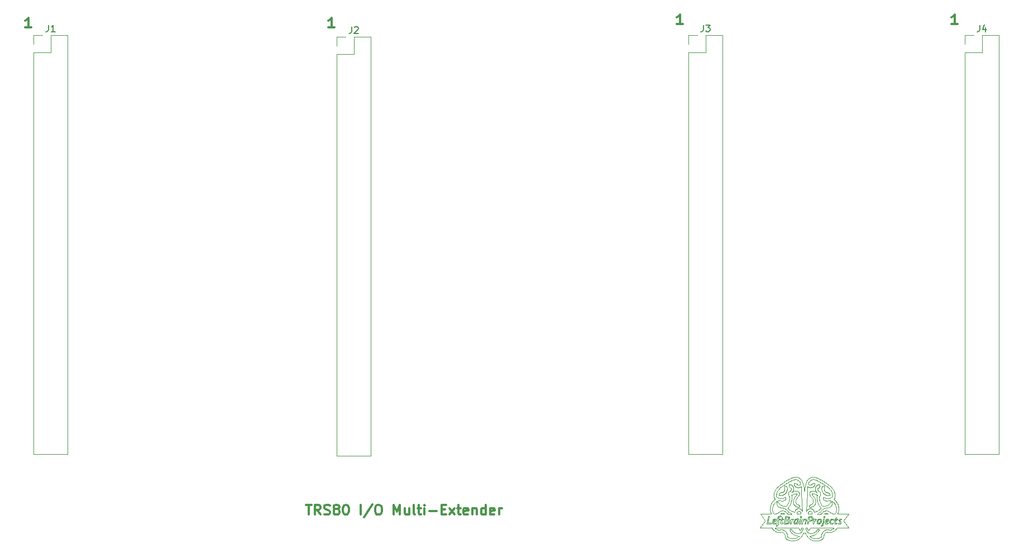
<source format=gbr>
%TF.GenerationSoftware,KiCad,Pcbnew,8.0.1*%
%TF.CreationDate,2024-06-17T10:53:38-04:00*%
%TF.ProjectId,trs80 multi connector,74727338-3020-46d7-956c-746920636f6e,rev?*%
%TF.SameCoordinates,Original*%
%TF.FileFunction,Legend,Top*%
%TF.FilePolarity,Positive*%
%FSLAX46Y46*%
G04 Gerber Fmt 4.6, Leading zero omitted, Abs format (unit mm)*
G04 Created by KiCad (PCBNEW 8.0.1) date 2024-06-17 10:53:38*
%MOMM*%
%LPD*%
G01*
G04 APERTURE LIST*
%ADD10C,0.000000*%
%ADD11C,0.300000*%
%ADD12C,0.150000*%
%ADD13C,0.120000*%
G04 APERTURE END LIST*
D10*
X185222651Y-125649400D02*
X185214279Y-125652445D01*
X185231135Y-125646865D02*
X185222651Y-125649400D01*
X185239709Y-125644839D02*
X185231135Y-125646865D01*
X185248351Y-125643320D02*
X185239709Y-125644839D01*
X185257038Y-125642306D02*
X185248351Y-125643320D01*
X185265749Y-125641795D02*
X185257038Y-125642306D01*
X185274461Y-125641785D02*
X185265749Y-125641795D01*
X185283153Y-125642275D02*
X185274461Y-125641785D01*
X185291803Y-125643262D02*
X185283153Y-125642275D01*
X185300388Y-125644745D02*
X185291803Y-125643262D01*
X185308887Y-125646722D02*
X185300388Y-125644745D01*
X185317277Y-125649191D02*
X185308887Y-125646722D01*
X185325537Y-125652150D02*
X185317277Y-125649191D01*
X185333645Y-125655597D02*
X185325537Y-125652150D01*
X185341578Y-125659531D02*
X185333645Y-125655597D01*
X185349314Y-125663949D02*
X185341578Y-125659531D01*
X185349306Y-125675389D02*
X185349312Y-125663967D01*
X185173140Y-126492005D02*
X185349306Y-125675391D01*
X185168016Y-126514215D02*
X185173123Y-126492007D01*
X185161726Y-126535989D02*
X185168016Y-126514215D01*
X185154282Y-126557288D02*
X185161726Y-126535989D01*
X185145716Y-126578071D02*
X185154282Y-126557288D01*
X185136057Y-126598299D02*
X185145716Y-126578071D01*
X185125335Y-126617930D02*
X185136057Y-126598299D01*
X185113579Y-126636924D02*
X185125335Y-126617930D01*
X185100820Y-126655241D02*
X185113579Y-126636924D01*
X185087087Y-126672839D02*
X185100820Y-126655241D01*
X185072411Y-126689679D02*
X185087087Y-126672839D01*
X185056822Y-126705720D02*
X185072411Y-126689679D01*
X185040348Y-126720921D02*
X185056822Y-126705720D01*
X185023021Y-126735242D02*
X185040348Y-126720921D01*
X185004870Y-126748642D02*
X185023021Y-126735242D01*
X184985925Y-126761081D02*
X185004870Y-126748642D01*
X184966215Y-126772518D02*
X184985925Y-126761081D01*
X184960588Y-126777523D02*
X184966215Y-126772518D01*
X184954691Y-126782113D02*
X184960588Y-126777523D01*
X184948546Y-126786281D02*
X184954691Y-126782113D01*
X184942176Y-126790022D02*
X184948546Y-126786281D01*
X184935603Y-126793331D02*
X184942176Y-126790022D01*
X184928851Y-126796201D02*
X184935603Y-126793331D01*
X184921941Y-126798628D02*
X184928851Y-126796201D01*
X184914896Y-126800605D02*
X184921941Y-126798628D01*
X184907740Y-126802127D02*
X184914896Y-126800605D01*
X184900494Y-126803189D02*
X184907740Y-126802127D01*
X184893181Y-126803785D02*
X184900494Y-126803189D01*
X184885824Y-126803909D02*
X184893181Y-126803785D01*
X184878445Y-126803556D02*
X184885824Y-126803909D01*
X184871067Y-126802720D02*
X184878445Y-126803556D01*
X184863713Y-126801396D02*
X184871067Y-126802720D01*
X184856405Y-126799578D02*
X184863713Y-126801396D01*
X184853050Y-126797204D02*
X184856405Y-126799578D01*
X184849833Y-126794677D02*
X184853050Y-126797204D01*
X184846755Y-126792003D02*
X184849833Y-126794677D01*
X184843823Y-126789189D02*
X184846755Y-126792003D01*
X184841039Y-126786241D02*
X184843823Y-126789189D01*
X184838408Y-126783165D02*
X184841039Y-126786241D01*
X184835933Y-126779967D02*
X184838408Y-126783165D01*
X184833620Y-126776654D02*
X184835933Y-126779967D01*
X184831472Y-126773231D02*
X184833620Y-126776654D01*
X184829493Y-126769705D02*
X184831472Y-126773231D01*
X184827687Y-126766082D02*
X184829493Y-126769705D01*
X184826059Y-126762369D02*
X184827687Y-126766082D01*
X184824612Y-126758570D02*
X184826059Y-126762369D01*
X184823351Y-126754694D02*
X184824612Y-126758570D01*
X184822280Y-126750745D02*
X184823351Y-126754694D01*
X184821402Y-126746729D02*
X184822280Y-126750745D01*
X184822528Y-126740539D02*
X184821402Y-126746729D01*
X184823900Y-126734442D02*
X184822528Y-126740539D01*
X184825511Y-126728444D02*
X184823900Y-126734442D01*
X184827358Y-126722551D02*
X184825511Y-126728444D01*
X184829434Y-126716767D02*
X184827358Y-126722551D01*
X184831733Y-126711098D02*
X184829434Y-126716767D01*
X184834252Y-126705549D02*
X184831733Y-126711098D01*
X184836984Y-126700125D02*
X184834252Y-126705549D01*
X184839923Y-126694831D02*
X184836984Y-126700125D01*
X184843065Y-126689673D02*
X184839923Y-126694831D01*
X184849935Y-126679783D02*
X184843065Y-126689673D01*
X184857550Y-126670496D02*
X184849935Y-126679783D01*
X184865867Y-126661855D02*
X184857550Y-126670496D01*
X184874842Y-126653900D02*
X184865867Y-126661855D01*
X184884434Y-126646673D02*
X184874842Y-126653900D01*
X184894597Y-126640215D02*
X184884434Y-126646673D01*
X184899881Y-126637287D02*
X184894597Y-126640215D01*
X184905291Y-126634568D02*
X184899881Y-126637287D01*
X184910822Y-126632061D02*
X184905291Y-126634568D01*
X184916470Y-126629772D02*
X184910822Y-126632061D01*
X184922229Y-126627707D02*
X184916470Y-126629772D01*
X184928093Y-126625871D02*
X184922229Y-126627707D01*
X184934057Y-126624268D02*
X184928093Y-126625871D01*
X184940115Y-126622904D02*
X184934057Y-126624268D01*
X184946263Y-126621784D02*
X184940115Y-126622904D01*
X184952495Y-126620913D02*
X184946263Y-126621784D01*
X178430861Y-125942746D02*
X178424027Y-125909947D01*
X178436318Y-125975578D02*
X178430861Y-125942746D01*
X178440414Y-126008405D02*
X178436318Y-125975578D01*
X178443165Y-126041194D02*
X178440414Y-126008405D01*
X178444586Y-126073909D02*
X178443165Y-126041194D01*
X178444692Y-126106514D02*
X178444586Y-126073909D01*
X178443499Y-126138974D02*
X178444692Y-126106514D01*
X178441022Y-126171253D02*
X178443499Y-126138974D01*
X178437277Y-126203317D02*
X178441022Y-126171253D01*
X178432279Y-126235130D02*
X178437277Y-126203317D01*
X178426044Y-126266656D02*
X178432279Y-126235130D01*
X178418586Y-126297860D02*
X178426044Y-126266656D01*
X178409921Y-126328708D02*
X178418586Y-126297860D01*
X178400065Y-126359162D02*
X178409921Y-126328708D01*
X178389033Y-126389189D02*
X178400065Y-126359162D01*
X178376841Y-126418752D02*
X178389033Y-126389189D01*
X178363503Y-126447817D02*
X178376841Y-126418752D01*
X178349035Y-126476347D02*
X178363503Y-126447817D01*
X178333454Y-126504309D02*
X178349035Y-126476347D01*
X178316773Y-126531665D02*
X178333454Y-126504309D01*
X178299008Y-126558381D02*
X178316773Y-126531665D01*
X178280176Y-126584422D02*
X178299008Y-126558381D01*
X178260290Y-126609752D02*
X178280176Y-126584422D01*
X178239367Y-126634336D02*
X178260290Y-126609752D01*
X178217423Y-126658138D02*
X178239367Y-126634336D01*
X178194471Y-126681123D02*
X178217423Y-126658138D01*
X178170529Y-126703255D02*
X178194471Y-126681123D01*
X178145611Y-126724500D02*
X178170529Y-126703255D01*
X178119732Y-126744822D02*
X178145611Y-126724500D01*
X178092909Y-126764186D02*
X178119732Y-126744822D01*
X178065155Y-126782556D02*
X178092909Y-126764186D01*
X178036488Y-126799896D02*
X178065155Y-126782556D01*
X178041803Y-126749854D02*
X178036489Y-126799896D01*
X178048362Y-126700015D02*
X178041803Y-126749854D01*
X178056159Y-126650403D02*
X178048362Y-126700015D01*
X178065189Y-126601040D02*
X178056159Y-126650403D01*
X178075443Y-126551949D02*
X178065189Y-126601040D01*
X178086915Y-126503152D02*
X178075443Y-126551949D01*
X178099598Y-126454671D02*
X178086915Y-126503152D01*
X178113486Y-126406530D02*
X178099598Y-126454671D01*
X178128572Y-126358751D02*
X178113486Y-126406530D01*
X178144848Y-126311356D02*
X178128572Y-126358751D01*
X178162308Y-126264368D02*
X178144848Y-126311356D01*
X178180946Y-126217809D02*
X178162308Y-126264368D01*
X178200754Y-126171702D02*
X178180946Y-126217809D01*
X178221726Y-126126070D02*
X178200754Y-126171702D01*
X178243854Y-126080935D02*
X178221726Y-126126070D01*
X178267132Y-126036319D02*
X178243854Y-126080935D01*
X185390703Y-125440675D02*
X185393325Y-125438255D01*
X185388000Y-125442964D02*
X185390703Y-125440675D01*
X185385221Y-125445120D02*
X185388000Y-125442964D01*
X185382369Y-125447145D02*
X185385221Y-125445120D01*
X185376468Y-125450794D02*
X185382369Y-125447145D01*
X185370333Y-125453910D02*
X185376468Y-125450794D01*
X185363999Y-125456487D02*
X185370333Y-125453910D01*
X185357503Y-125458522D02*
X185363999Y-125456487D01*
X185350881Y-125460013D02*
X185357503Y-125458522D01*
X185344168Y-125460955D02*
X185350881Y-125460013D01*
X185337401Y-125461344D02*
X185344168Y-125460955D01*
X185330615Y-125461178D02*
X185337401Y-125461344D01*
X185323846Y-125460452D02*
X185330615Y-125461178D01*
X185317131Y-125459164D02*
X185323846Y-125460452D01*
X185310505Y-125457309D02*
X185317131Y-125459164D01*
X185304004Y-125454884D02*
X185310505Y-125457309D01*
X185300812Y-125453457D02*
X185304004Y-125454884D01*
X185297664Y-125451886D02*
X185300812Y-125453457D01*
X185294566Y-125450170D02*
X185297664Y-125451886D01*
X185291522Y-125448310D02*
X185294566Y-125450170D01*
X185287912Y-125445229D02*
X185291520Y-125448308D01*
X185284488Y-125442010D02*
X185287912Y-125445229D01*
X185281251Y-125438660D02*
X185284488Y-125442010D01*
X185278200Y-125435186D02*
X185281251Y-125438660D01*
X185275339Y-125431594D02*
X185278200Y-125435186D01*
X185272666Y-125427893D02*
X185275339Y-125431594D01*
X185270184Y-125424090D02*
X185272666Y-125427893D01*
X185267894Y-125420191D02*
X185270184Y-125424090D01*
X185265796Y-125416206D02*
X185267894Y-125420191D01*
X185263892Y-125412140D02*
X185265796Y-125416206D01*
X185262182Y-125408001D02*
X185263892Y-125412140D01*
X185260668Y-125403798D02*
X185262182Y-125408001D01*
X185259350Y-125399536D02*
X185260668Y-125403798D01*
X185258230Y-125395224D02*
X185259350Y-125399536D01*
X185257309Y-125390869D02*
X185258230Y-125395224D01*
X185256588Y-125386478D02*
X185257309Y-125390869D01*
X185256068Y-125382059D02*
X185256588Y-125386478D01*
X185255749Y-125377619D02*
X185256068Y-125382059D01*
X185255634Y-125373166D02*
X185255749Y-125377619D01*
X185255722Y-125368706D02*
X185255634Y-125373166D01*
X185256016Y-125364248D02*
X185255722Y-125368706D01*
X185256515Y-125359798D02*
X185256016Y-125364248D01*
X185257222Y-125355364D02*
X185256515Y-125359798D01*
X185258137Y-125350954D02*
X185257222Y-125355364D01*
X185259261Y-125346575D02*
X185258137Y-125350954D01*
X185260595Y-125342234D02*
X185259261Y-125346575D01*
X185262141Y-125337939D02*
X185260595Y-125342234D01*
X185263898Y-125333697D02*
X185262141Y-125337939D01*
X185265870Y-125329515D02*
X185263898Y-125333697D01*
X185268055Y-125325401D02*
X185265870Y-125329515D01*
X185270456Y-125321362D02*
X185268055Y-125325401D01*
X185273074Y-125317406D02*
X185270456Y-125321362D01*
X185275519Y-125313300D02*
X185273074Y-125317408D01*
X185278141Y-125309362D02*
X185275519Y-125313300D01*
X185280931Y-125305597D02*
X185278141Y-125309362D01*
X185283881Y-125302007D02*
X185280931Y-125305597D01*
X185286984Y-125298594D02*
X185283881Y-125302007D01*
X185290232Y-125295360D02*
X185286984Y-125298594D01*
X185293616Y-125292308D02*
X185290232Y-125295360D01*
X185297129Y-125289440D02*
X185293616Y-125292308D01*
X185300763Y-125286759D02*
X185297129Y-125289440D01*
X185304511Y-125284265D02*
X185300763Y-125286759D01*
X185308363Y-125281962D02*
X185304511Y-125284265D01*
X185312313Y-125279853D02*
X185308363Y-125281962D01*
X185316351Y-125277938D02*
X185312313Y-125279853D01*
X185320472Y-125276220D02*
X185316351Y-125277938D01*
X185324666Y-125274702D02*
X185320472Y-125276220D01*
X185328925Y-125273386D02*
X185324666Y-125274702D01*
X185333243Y-125272274D02*
X185328925Y-125273386D01*
X185337610Y-125271368D02*
X185333243Y-125272274D01*
X185342019Y-125270670D02*
X185337610Y-125271368D01*
X185346463Y-125270184D02*
X185342019Y-125270670D01*
X185350932Y-125269910D02*
X185346463Y-125270184D01*
X185355420Y-125269852D02*
X185350932Y-125269910D01*
X185359918Y-125270011D02*
X185355420Y-125269852D01*
X185364418Y-125270389D02*
X185359918Y-125270011D01*
X185368914Y-125270990D02*
X185364418Y-125270389D01*
X185373395Y-125271814D02*
X185368914Y-125270990D01*
X185377856Y-125272865D02*
X185373395Y-125271814D01*
X185382287Y-125274145D02*
X185377856Y-125272865D01*
X185386682Y-125275656D02*
X185382287Y-125274145D01*
X185391031Y-125277399D02*
X185386682Y-125275656D01*
X185395328Y-125279378D02*
X185391031Y-125277399D01*
X185399564Y-125281595D02*
X185395328Y-125279378D01*
X185403277Y-125285904D02*
X185399564Y-125281597D01*
X185406733Y-125290345D02*
X185403277Y-125285904D01*
X185409934Y-125294910D02*
X185406733Y-125290345D01*
X185412880Y-125299589D02*
X185409934Y-125294910D01*
X185415571Y-125304374D02*
X185412880Y-125299589D01*
X185418008Y-125309254D02*
X185415571Y-125304374D01*
X185420190Y-125314221D02*
X185418008Y-125309254D01*
X185422120Y-125319263D02*
X185420190Y-125314221D01*
X185423795Y-125324373D02*
X185422120Y-125319263D01*
X185425218Y-125329539D02*
X185423795Y-125324373D01*
X185426389Y-125334753D02*
X185425218Y-125329539D01*
X185427307Y-125340005D02*
X185426389Y-125334753D01*
X185427974Y-125345286D02*
X185427307Y-125340005D01*
X185428390Y-125350585D02*
X185427974Y-125345286D01*
X185428554Y-125355894D02*
X185428390Y-125350585D01*
X185428468Y-125361202D02*
X185428554Y-125355894D01*
X185428132Y-125366500D02*
X185428468Y-125361202D01*
X185427546Y-125371779D02*
X185428132Y-125366500D01*
X185426710Y-125377028D02*
X185427546Y-125371779D01*
X185425625Y-125382239D02*
X185426710Y-125377028D01*
X185424292Y-125387401D02*
X185425625Y-125382239D01*
X185422711Y-125392506D02*
X185424292Y-125387401D01*
X185420881Y-125397543D02*
X185422711Y-125392506D01*
X185418805Y-125402503D02*
X185420881Y-125397543D01*
X185416481Y-125407376D02*
X185418805Y-125402503D01*
X185413910Y-125412153D02*
X185416481Y-125407376D01*
X185411093Y-125416824D02*
X185413910Y-125412153D01*
X185408030Y-125421380D02*
X185411093Y-125416824D01*
X185404721Y-125425810D02*
X185408030Y-125421380D01*
X185401167Y-125430106D02*
X185404721Y-125425810D01*
X185397368Y-125434258D02*
X185401167Y-125430106D01*
X185393325Y-125438255D02*
X185397368Y-125434258D01*
X185618038Y-125990163D02*
X185617851Y-125992907D01*
X185618632Y-125986975D02*
X185618038Y-125990163D01*
X185620860Y-125979300D02*
X185618632Y-125986972D01*
X185624387Y-125970140D02*
X185620860Y-125979300D01*
X185629102Y-125959651D02*
X185624386Y-125970143D01*
X185631358Y-125947741D02*
X185629114Y-125959660D01*
X185634171Y-125936076D02*
X185631358Y-125947741D01*
X185637535Y-125924675D02*
X185634171Y-125936076D01*
X185641434Y-125913551D02*
X185637535Y-125924675D01*
X185645851Y-125902717D02*
X185641434Y-125913551D01*
X185650769Y-125892183D02*
X185645851Y-125902717D01*
X185656172Y-125881964D02*
X185650769Y-125892183D01*
X185662042Y-125872071D02*
X185656172Y-125881964D01*
X185668362Y-125862515D02*
X185662042Y-125872071D01*
X185675116Y-125853310D02*
X185668362Y-125862515D01*
X185682287Y-125844468D02*
X185675116Y-125853310D01*
X185689858Y-125836001D02*
X185682287Y-125844468D01*
X185697811Y-125827920D02*
X185689858Y-125836001D01*
X185706131Y-125820239D02*
X185697811Y-125827920D01*
X185714800Y-125812969D02*
X185706131Y-125820239D01*
X185723801Y-125806123D02*
X185714800Y-125812969D01*
X185733118Y-125799713D02*
X185723801Y-125806123D01*
X185742733Y-125793751D02*
X185733118Y-125799713D01*
X185752630Y-125788249D02*
X185742733Y-125793751D01*
X185762792Y-125783220D02*
X185752630Y-125788249D01*
X185773202Y-125778675D02*
X185762792Y-125783220D01*
X185783843Y-125774628D02*
X185773202Y-125778675D01*
X185794698Y-125771090D02*
X185783843Y-125774628D01*
X185805750Y-125768073D02*
X185794698Y-125771090D01*
X185816982Y-125765590D02*
X185805750Y-125768073D01*
X185828379Y-125763652D02*
X185816982Y-125765590D01*
X185839921Y-125762273D02*
X185828379Y-125763652D01*
X185851594Y-125761464D02*
X185839921Y-125762273D01*
X185863379Y-125761238D02*
X185851594Y-125761464D01*
X185875261Y-125761606D02*
X185863379Y-125761238D01*
X185887221Y-125762582D02*
X185875261Y-125761606D01*
X185899244Y-125764176D02*
X185887221Y-125762582D01*
X185897236Y-125777077D02*
X185899244Y-125764172D01*
X185894626Y-125789743D02*
X185897236Y-125777077D01*
X185891431Y-125802158D02*
X185894626Y-125789743D01*
X185887668Y-125814308D02*
X185891431Y-125802158D01*
X185883352Y-125826179D02*
X185887668Y-125814308D01*
X185878501Y-125837759D02*
X185883352Y-125826179D01*
X185873130Y-125849034D02*
X185878501Y-125837759D01*
X185867255Y-125859990D02*
X185873130Y-125849034D01*
X185860895Y-125870615D02*
X185867255Y-125859990D01*
X185854063Y-125880895D02*
X185860895Y-125870615D01*
X185846778Y-125890817D02*
X185854063Y-125880895D01*
X185839055Y-125900367D02*
X185846778Y-125890817D01*
X185830910Y-125909533D02*
X185839055Y-125900367D01*
X185822361Y-125918301D02*
X185830910Y-125909533D01*
X185813422Y-125926657D02*
X185822361Y-125918301D01*
X185804112Y-125934589D02*
X185813422Y-125926657D01*
X185794445Y-125942083D02*
X185804112Y-125934589D01*
X185784439Y-125949125D02*
X185794445Y-125942083D01*
X185774110Y-125955704D02*
X185784439Y-125949125D01*
X185763474Y-125961804D02*
X185774110Y-125955704D01*
X185752547Y-125967413D02*
X185763474Y-125961804D01*
X185741346Y-125972518D02*
X185752547Y-125967413D01*
X185729887Y-125977106D02*
X185741346Y-125972518D01*
X185718187Y-125981162D02*
X185729887Y-125977106D01*
X185706262Y-125984674D02*
X185718187Y-125981162D01*
X185694128Y-125987629D02*
X185706262Y-125984674D01*
X185681801Y-125990012D02*
X185694128Y-125987629D01*
X185669299Y-125991812D02*
X185681801Y-125990012D01*
X185656637Y-125993014D02*
X185669299Y-125991812D01*
X185643831Y-125993605D02*
X185656637Y-125993014D01*
X185630899Y-125993573D02*
X185643831Y-125993605D01*
X185617856Y-125992903D02*
X185630899Y-125993573D01*
X183107012Y-125453845D02*
X183039576Y-125801534D01*
X183115596Y-125446766D02*
X183107004Y-125453847D01*
X183124423Y-125440128D02*
X183115596Y-125446766D01*
X183133469Y-125433932D02*
X183124423Y-125440128D01*
X183142721Y-125428179D02*
X183133469Y-125433932D01*
X183152162Y-125422868D02*
X183142721Y-125428179D01*
X183161777Y-125418001D02*
X183152162Y-125422868D01*
X183171552Y-125413578D02*
X183161777Y-125418001D01*
X183181471Y-125409599D02*
X183171552Y-125413578D01*
X183191520Y-125406063D02*
X183181471Y-125409599D01*
X183201682Y-125402972D02*
X183191520Y-125406063D01*
X183222288Y-125398125D02*
X183201682Y-125402972D01*
X183243169Y-125395058D02*
X183222288Y-125398125D01*
X183264205Y-125393775D02*
X183243169Y-125395058D01*
X183285273Y-125394278D02*
X183264205Y-125393775D01*
X183306253Y-125396568D02*
X183285273Y-125394278D01*
X183316673Y-125398384D02*
X183306253Y-125396568D01*
X183327025Y-125400648D02*
X183316673Y-125398384D01*
X183337295Y-125403360D02*
X183327025Y-125400648D01*
X183347467Y-125406521D02*
X183337295Y-125403360D01*
X183357527Y-125410130D02*
X183347467Y-125406521D01*
X183367459Y-125414188D02*
X183357527Y-125410130D01*
X183377249Y-125418695D02*
X183367459Y-125414188D01*
X183386880Y-125423651D02*
X183377249Y-125418695D01*
X183396338Y-125429058D02*
X183386880Y-125423651D01*
X183405609Y-125434914D02*
X183396338Y-125429058D01*
X183414676Y-125441221D02*
X183405609Y-125434914D01*
X183423524Y-125447978D02*
X183414676Y-125441221D01*
X183431026Y-125455599D02*
X183423525Y-125447978D01*
X183438060Y-125463504D02*
X183431026Y-125455599D01*
X183444625Y-125471675D02*
X183438060Y-125463504D01*
X183450721Y-125480094D02*
X183444625Y-125471675D01*
X183456348Y-125488742D02*
X183450721Y-125480094D01*
X183461506Y-125497602D02*
X183456348Y-125488742D01*
X183466193Y-125506654D02*
X183461506Y-125497602D01*
X183470411Y-125515881D02*
X183466193Y-125506654D01*
X183474157Y-125525264D02*
X183470411Y-125515881D01*
X183477433Y-125534785D02*
X183474157Y-125525264D01*
X183480238Y-125544425D02*
X183477433Y-125534785D01*
X183482570Y-125554167D02*
X183480238Y-125544425D01*
X183484431Y-125563992D02*
X183482570Y-125554167D01*
X183485818Y-125573881D02*
X183484431Y-125563992D01*
X183486733Y-125583817D02*
X183485818Y-125573881D01*
X183487175Y-125593780D02*
X183486733Y-125583817D01*
X183487143Y-125603754D02*
X183487175Y-125593780D01*
X183486637Y-125613719D02*
X183487143Y-125603754D01*
X183485657Y-125623657D02*
X183486637Y-125613719D01*
X183484202Y-125633550D02*
X183485657Y-125623657D01*
X183482271Y-125643379D02*
X183484202Y-125633550D01*
X183479866Y-125653126D02*
X183482271Y-125643379D01*
X183476984Y-125662774D02*
X183479866Y-125653126D01*
X183473626Y-125672303D02*
X183476984Y-125662774D01*
X183469791Y-125681695D02*
X183473626Y-125672303D01*
X183465479Y-125690932D02*
X183469791Y-125681695D01*
X183460690Y-125699996D02*
X183465479Y-125690932D01*
X183455423Y-125708868D02*
X183460690Y-125699996D01*
X183449678Y-125717530D02*
X183455423Y-125708868D01*
X183443454Y-125725964D02*
X183449678Y-125717530D01*
X183436752Y-125734151D02*
X183443454Y-125725964D01*
X183429570Y-125742073D02*
X183436752Y-125734151D01*
X183420743Y-125753372D02*
X183429570Y-125742073D01*
X183411457Y-125764098D02*
X183420743Y-125753372D01*
X183401736Y-125774248D02*
X183411457Y-125764098D01*
X183391605Y-125783819D02*
X183401736Y-125774248D01*
X183381087Y-125792807D02*
X183391605Y-125783819D01*
X183370207Y-125801208D02*
X183381087Y-125792807D01*
X183358988Y-125809018D02*
X183370207Y-125801208D01*
X183347457Y-125816235D02*
X183358988Y-125809018D01*
X183335635Y-125822853D02*
X183347457Y-125816235D01*
X183323548Y-125828869D02*
X183335635Y-125822853D01*
X183311221Y-125834281D02*
X183323548Y-125828869D01*
X183298676Y-125839083D02*
X183311221Y-125834281D01*
X183285939Y-125843273D02*
X183298676Y-125839083D01*
X183273033Y-125846846D02*
X183285939Y-125843273D01*
X183259983Y-125849799D02*
X183273033Y-125846846D01*
X183246813Y-125852128D02*
X183259983Y-125849799D01*
X183233548Y-125853830D02*
X183246813Y-125852128D01*
X183220211Y-125854901D02*
X183233548Y-125853830D01*
X183206827Y-125855336D02*
X183220211Y-125854901D01*
X183193420Y-125855134D02*
X183206827Y-125855336D01*
X183180014Y-125854288D02*
X183193420Y-125855134D01*
X183166634Y-125852797D02*
X183180014Y-125854288D01*
X183153303Y-125850657D02*
X183166634Y-125852797D01*
X183140046Y-125847863D02*
X183153303Y-125850657D01*
X183126888Y-125844411D02*
X183140046Y-125847863D01*
X183113851Y-125840300D02*
X183126888Y-125844411D01*
X183100962Y-125835523D02*
X183113851Y-125840300D01*
X183088243Y-125830079D02*
X183100962Y-125835523D01*
X183075719Y-125823963D02*
X183088243Y-125830079D01*
X183063415Y-125817171D02*
X183075719Y-125823963D01*
X183051354Y-125809700D02*
X183063415Y-125817171D01*
X183039561Y-125801546D02*
X183051354Y-125809700D01*
X181885504Y-125432325D02*
X181887937Y-125429547D01*
X181882973Y-125434978D02*
X181885504Y-125432325D01*
X181877637Y-125439901D02*
X181882973Y-125434978D01*
X181871964Y-125444310D02*
X181877637Y-125439901D01*
X181865992Y-125448196D02*
X181871964Y-125444310D01*
X181859757Y-125451551D02*
X181865992Y-125448196D01*
X181853296Y-125454368D02*
X181859757Y-125451551D01*
X181846644Y-125456640D02*
X181853296Y-125454368D01*
X181839838Y-125458358D02*
X181846644Y-125456640D01*
X181832914Y-125459516D02*
X181839838Y-125458358D01*
X181825910Y-125460105D02*
X181832914Y-125459516D01*
X181818861Y-125460118D02*
X181825910Y-125460105D01*
X181811803Y-125459547D02*
X181818861Y-125460118D01*
X181804774Y-125458385D02*
X181811803Y-125459547D01*
X181797809Y-125456624D02*
X181804774Y-125458385D01*
X181790945Y-125454256D02*
X181797809Y-125456624D01*
X181787563Y-125452843D02*
X181790945Y-125454256D01*
X181784219Y-125451274D02*
X181787563Y-125452843D01*
X181780248Y-125448079D02*
X181784219Y-125451277D01*
X181776480Y-125444722D02*
X181780248Y-125448079D01*
X181772917Y-125441215D02*
X181776480Y-125444722D01*
X181769559Y-125437565D02*
X181772917Y-125441215D01*
X181766409Y-125433782D02*
X181769559Y-125437565D01*
X181763467Y-125429873D02*
X181766409Y-125433782D01*
X181760734Y-125425847D02*
X181763467Y-125429873D01*
X181758213Y-125421713D02*
X181760734Y-125425847D01*
X181755903Y-125417480D02*
X181758213Y-125421713D01*
X181753806Y-125413155D02*
X181755903Y-125417480D01*
X181751923Y-125408747D02*
X181753806Y-125413155D01*
X181750257Y-125404264D02*
X181751923Y-125408747D01*
X181748807Y-125399716D02*
X181750257Y-125404264D01*
X181747575Y-125395110D02*
X181748807Y-125399716D01*
X181746562Y-125390455D02*
X181747575Y-125395110D01*
X181745770Y-125385760D02*
X181746562Y-125390455D01*
X181745199Y-125381032D02*
X181745770Y-125385760D01*
X181744852Y-125376281D02*
X181745199Y-125381032D01*
X181744729Y-125371515D02*
X181744852Y-125376281D01*
X181744831Y-125366742D02*
X181744729Y-125371515D01*
X181745159Y-125361971D02*
X181744831Y-125366742D01*
X181745716Y-125357210D02*
X181745159Y-125361971D01*
X181746502Y-125352469D02*
X181745716Y-125357210D01*
X181747518Y-125347754D02*
X181746502Y-125352469D01*
X181748765Y-125343075D02*
X181747518Y-125347754D01*
X181750246Y-125338440D02*
X181748765Y-125343075D01*
X181751960Y-125333858D02*
X181750246Y-125338440D01*
X181753909Y-125329337D02*
X181751960Y-125333858D01*
X181756095Y-125324886D02*
X181753909Y-125329337D01*
X181758519Y-125320512D02*
X181756095Y-125324886D01*
X181761181Y-125316226D02*
X181758519Y-125320512D01*
X181764084Y-125312034D02*
X181761181Y-125316226D01*
X181766944Y-125308133D02*
X181764084Y-125312039D01*
X181769964Y-125304415D02*
X181766944Y-125308133D01*
X181773137Y-125300885D02*
X181769964Y-125304415D01*
X181776453Y-125297545D02*
X181773137Y-125300885D01*
X181779906Y-125294396D02*
X181776453Y-125297545D01*
X181783487Y-125291440D02*
X181779906Y-125294396D01*
X181787188Y-125288678D02*
X181783487Y-125291440D01*
X181791001Y-125286113D02*
X181787188Y-125288678D01*
X181794918Y-125283745D02*
X181791001Y-125286113D01*
X181798930Y-125281576D02*
X181794918Y-125283745D01*
X181803031Y-125279608D02*
X181798930Y-125281576D01*
X181807211Y-125277841D02*
X181803031Y-125279608D01*
X181811464Y-125276278D02*
X181807211Y-125277841D01*
X181815779Y-125274920D02*
X181811464Y-125276278D01*
X181820151Y-125273769D02*
X181815779Y-125274920D01*
X181824570Y-125272826D02*
X181820151Y-125273769D01*
X181829029Y-125272092D02*
X181824570Y-125272826D01*
X181833519Y-125271570D02*
X181829029Y-125272092D01*
X181838033Y-125271260D02*
X181833519Y-125271570D01*
X181842563Y-125271165D02*
X181838033Y-125271260D01*
X181847099Y-125271285D02*
X181842563Y-125271165D01*
X181851635Y-125271623D02*
X181847099Y-125271285D01*
X181856163Y-125272179D02*
X181851635Y-125271623D01*
X181860673Y-125272955D02*
X181856163Y-125272179D01*
X181865159Y-125273953D02*
X181860673Y-125272955D01*
X181869612Y-125275175D02*
X181865159Y-125273953D01*
X181874025Y-125276621D02*
X181869612Y-125275175D01*
X181878388Y-125278294D02*
X181874025Y-125276621D01*
X181882694Y-125280194D02*
X181878388Y-125278294D01*
X181886935Y-125282324D02*
X181882694Y-125280194D01*
X181891104Y-125284685D02*
X181886935Y-125282324D01*
X181895191Y-125287278D02*
X181891104Y-125284685D01*
X181898338Y-125291287D02*
X181895191Y-125287278D01*
X181901263Y-125295402D02*
X181898338Y-125291287D01*
X181903966Y-125299616D02*
X181901263Y-125295402D01*
X181906449Y-125303921D02*
X181903966Y-125299616D01*
X181908712Y-125308309D02*
X181906449Y-125303921D01*
X181910754Y-125312773D02*
X181908712Y-125308309D01*
X181912577Y-125317304D02*
X181910754Y-125312773D01*
X181914180Y-125321894D02*
X181912577Y-125317304D01*
X181915565Y-125326536D02*
X181914180Y-125321894D01*
X181916731Y-125331222D02*
X181915565Y-125326536D01*
X181917680Y-125335944D02*
X181916731Y-125331222D01*
X181918410Y-125340695D02*
X181917680Y-125335944D01*
X181918924Y-125345465D02*
X181918410Y-125340695D01*
X181919220Y-125350248D02*
X181918924Y-125345465D01*
X181919300Y-125355036D02*
X181919220Y-125350248D01*
X181919165Y-125359821D02*
X181919300Y-125355036D01*
X181918813Y-125364595D02*
X181919165Y-125359821D01*
X181918246Y-125369350D02*
X181918813Y-125364595D01*
X181917465Y-125374078D02*
X181918246Y-125369350D01*
X181916469Y-125378772D02*
X181917465Y-125374078D01*
X181915259Y-125383423D02*
X181916469Y-125378772D01*
X181913835Y-125388024D02*
X181915259Y-125383423D01*
X181912198Y-125392567D02*
X181913835Y-125388024D01*
X181910349Y-125397044D02*
X181912198Y-125392567D01*
X181908286Y-125401448D02*
X181910349Y-125397044D01*
X181906012Y-125405770D02*
X181908286Y-125401448D01*
X181903526Y-125410002D02*
X181906012Y-125405770D01*
X181900829Y-125414137D02*
X181903526Y-125410002D01*
X181897922Y-125418168D02*
X181900829Y-125414137D01*
X181894803Y-125422085D02*
X181897922Y-125418168D01*
X181891475Y-125425881D02*
X181894803Y-125422085D01*
X181887937Y-125429549D02*
X181891475Y-125425881D01*
X177645837Y-125933699D02*
X177638964Y-125947080D01*
X177653128Y-125920572D02*
X177645837Y-125933699D01*
X177660826Y-125907707D02*
X177653128Y-125920572D01*
X177668926Y-125895114D02*
X177660826Y-125907707D01*
X177677420Y-125882802D02*
X177668926Y-125895114D01*
X177686299Y-125870779D02*
X177677420Y-125882802D01*
X177695556Y-125859054D02*
X177686299Y-125870779D01*
X177705183Y-125847636D02*
X177695556Y-125859054D01*
X177715173Y-125836534D02*
X177705183Y-125847636D01*
X177725518Y-125825756D02*
X177715173Y-125836534D01*
X177736211Y-125815313D02*
X177725518Y-125825756D01*
X177747242Y-125805211D02*
X177736211Y-125815313D01*
X177758606Y-125795461D02*
X177747242Y-125805211D01*
X177770294Y-125786071D02*
X177758606Y-125795461D01*
X177782298Y-125777050D02*
X177770294Y-125786071D01*
X177794612Y-125768406D02*
X177782298Y-125777050D01*
X177797670Y-125765692D02*
X177794612Y-125768406D01*
X177800827Y-125763158D02*
X177797670Y-125765692D01*
X177804076Y-125760804D02*
X177800827Y-125763158D01*
X177807409Y-125758629D02*
X177804076Y-125760804D01*
X177810820Y-125756633D02*
X177807409Y-125758629D01*
X177814302Y-125754817D02*
X177810820Y-125756633D01*
X177817849Y-125753180D02*
X177814302Y-125754817D01*
X177821453Y-125751723D02*
X177817849Y-125753180D01*
X177825109Y-125750444D02*
X177821453Y-125751723D01*
X177828809Y-125749344D02*
X177825109Y-125750444D01*
X177832546Y-125748423D02*
X177828809Y-125749344D01*
X177836315Y-125747681D02*
X177832546Y-125748423D01*
X177840107Y-125747118D02*
X177836315Y-125747681D01*
X177843917Y-125746733D02*
X177840107Y-125747118D01*
X177847737Y-125746526D02*
X177843917Y-125746733D01*
X177851562Y-125746498D02*
X177847737Y-125746526D01*
X177855383Y-125746648D02*
X177851562Y-125746498D01*
X177859195Y-125746976D02*
X177855383Y-125746648D01*
X177862991Y-125747482D02*
X177859195Y-125746976D01*
X177866763Y-125748165D02*
X177862991Y-125747482D01*
X177870506Y-125749027D02*
X177866763Y-125748165D01*
X177874213Y-125750066D02*
X177870506Y-125749027D01*
X177877876Y-125751283D02*
X177874213Y-125750066D01*
X177881489Y-125752677D02*
X177877876Y-125751283D01*
X177885045Y-125754248D02*
X177881489Y-125752677D01*
X177888538Y-125755997D02*
X177885045Y-125754248D01*
X177891961Y-125757923D02*
X177888538Y-125755997D01*
X177895307Y-125760026D02*
X177891961Y-125757923D01*
X177898569Y-125762306D02*
X177895307Y-125760026D01*
X177901741Y-125764762D02*
X177898569Y-125762306D01*
X177904816Y-125767395D02*
X177901741Y-125764762D01*
X177907787Y-125770205D02*
X177904816Y-125767395D01*
X177909957Y-125773567D02*
X177907789Y-125770191D01*
X177907751Y-125786173D02*
X177909957Y-125773579D01*
X177904950Y-125798513D02*
X177907751Y-125786173D01*
X177901571Y-125810587D02*
X177904950Y-125798513D01*
X177897629Y-125822382D02*
X177901571Y-125810587D01*
X177893143Y-125833884D02*
X177897629Y-125822382D01*
X177888129Y-125845081D02*
X177893143Y-125833884D01*
X177882605Y-125855960D02*
X177888129Y-125845081D01*
X177876588Y-125866508D02*
X177882605Y-125855960D01*
X177870095Y-125876711D02*
X177876588Y-125866508D01*
X177863142Y-125886558D02*
X177870095Y-125876711D01*
X177855748Y-125896034D02*
X177863142Y-125886558D01*
X177847929Y-125905127D02*
X177855748Y-125896034D01*
X177839702Y-125913825D02*
X177847929Y-125905127D01*
X177831085Y-125922113D02*
X177839702Y-125913825D01*
X177822094Y-125929979D02*
X177831085Y-125922113D01*
X177812747Y-125937410D02*
X177822094Y-125929979D01*
X177803061Y-125944394D02*
X177812747Y-125937410D01*
X177793053Y-125950917D02*
X177803061Y-125944394D01*
X177782739Y-125956966D02*
X177793053Y-125950917D01*
X177772138Y-125962528D02*
X177782739Y-125956966D01*
X177761266Y-125967590D02*
X177772138Y-125962528D01*
X177750141Y-125972140D02*
X177761266Y-125967590D01*
X177738779Y-125976164D02*
X177750141Y-125972140D01*
X177727198Y-125979649D02*
X177738779Y-125976164D01*
X177715414Y-125982583D02*
X177727198Y-125979649D01*
X177703445Y-125984953D02*
X177715414Y-125982583D01*
X177691308Y-125986745D02*
X177703445Y-125984953D01*
X177679021Y-125987946D02*
X177691308Y-125986745D01*
X177666599Y-125988544D02*
X177679021Y-125987946D01*
X177654061Y-125988526D02*
X177666599Y-125988544D01*
X177641423Y-125987878D02*
X177654061Y-125988526D01*
X177628703Y-125986588D02*
X177641423Y-125987878D01*
X177628849Y-125984012D02*
X177628703Y-125986585D01*
X177629063Y-125981446D02*
X177628849Y-125984012D01*
X177629343Y-125978890D02*
X177629063Y-125981446D01*
X177629691Y-125976344D02*
X177629343Y-125978890D01*
X177630105Y-125973810D02*
X177629691Y-125976344D01*
X177630586Y-125971289D02*
X177630105Y-125973810D01*
X177631133Y-125968782D02*
X177630586Y-125971289D01*
X177631745Y-125966291D02*
X177631133Y-125968782D01*
X177632422Y-125963817D02*
X177631745Y-125966291D01*
X177633165Y-125961361D02*
X177632422Y-125963817D01*
X177633972Y-125958925D02*
X177633165Y-125961361D01*
X177634843Y-125956509D02*
X177633972Y-125958925D01*
X177635778Y-125954116D02*
X177634843Y-125956509D01*
X177636777Y-125951746D02*
X177635778Y-125954116D01*
X177637839Y-125949400D02*
X177636777Y-125951746D01*
X177638964Y-125947080D02*
X177637839Y-125949400D01*
X179918817Y-125465884D02*
X179915290Y-125460709D01*
X179922105Y-125471164D02*
X179918817Y-125465884D01*
X179927967Y-125482008D02*
X179922105Y-125471164D01*
X179932876Y-125493182D02*
X179927967Y-125482008D01*
X179936835Y-125504627D02*
X179932876Y-125493182D01*
X179939845Y-125516285D02*
X179936835Y-125504627D01*
X179941908Y-125528096D02*
X179939845Y-125516285D01*
X179943024Y-125540002D02*
X179941908Y-125528096D01*
X179943196Y-125551942D02*
X179943024Y-125540002D01*
X179942424Y-125563859D02*
X179943196Y-125551942D01*
X179940712Y-125575693D02*
X179942424Y-125563859D01*
X179938058Y-125587386D02*
X179940712Y-125575693D01*
X179934467Y-125598878D02*
X179938058Y-125587386D01*
X179929938Y-125610110D02*
X179934467Y-125598878D01*
X179924473Y-125621023D02*
X179929938Y-125610110D01*
X179918075Y-125631559D02*
X179924473Y-125621023D01*
X179914525Y-125636667D02*
X179918075Y-125631559D01*
X179910743Y-125641658D02*
X179914525Y-125636667D01*
X179903655Y-125653194D02*
X179910743Y-125641658D01*
X179896111Y-125664298D02*
X179903655Y-125653194D01*
X179888129Y-125674965D02*
X179896111Y-125664298D01*
X179879730Y-125685187D02*
X179888129Y-125674965D01*
X179870929Y-125694958D02*
X179879730Y-125685187D01*
X179861747Y-125704273D02*
X179870929Y-125694958D01*
X179852201Y-125713124D02*
X179861747Y-125704273D01*
X179842309Y-125721506D02*
X179852201Y-125713124D01*
X179821564Y-125736836D02*
X179842309Y-125721506D01*
X179799658Y-125750213D02*
X179821564Y-125736836D01*
X179776737Y-125761587D02*
X179799658Y-125750213D01*
X179752950Y-125770907D02*
X179776737Y-125761587D01*
X179728442Y-125778122D02*
X179752950Y-125770907D01*
X179703360Y-125783184D02*
X179728442Y-125778122D01*
X179677852Y-125786041D02*
X179703360Y-125783184D01*
X179652064Y-125786643D02*
X179677852Y-125786041D01*
X179639111Y-125786083D02*
X179652064Y-125786643D01*
X179626143Y-125784940D02*
X179639111Y-125786083D01*
X179613178Y-125783208D02*
X179626143Y-125784940D01*
X179600236Y-125780881D02*
X179613178Y-125783208D01*
X179587334Y-125777953D02*
X179600236Y-125780881D01*
X179574490Y-125774417D02*
X179587334Y-125777953D01*
X179561723Y-125770267D02*
X179574490Y-125774417D01*
X179549051Y-125765497D02*
X179561723Y-125770267D01*
X179543994Y-125754105D02*
X179549051Y-125765495D01*
X179539426Y-125742596D02*
X179543994Y-125754105D01*
X179535344Y-125730982D02*
X179539426Y-125742596D01*
X179531746Y-125719276D02*
X179535344Y-125730982D01*
X179528630Y-125707492D02*
X179531746Y-125719276D01*
X179525992Y-125695643D02*
X179528630Y-125707492D01*
X179523831Y-125683744D02*
X179525992Y-125695643D01*
X179522143Y-125671807D02*
X179523831Y-125683744D01*
X179520177Y-125647877D02*
X179522143Y-125671807D01*
X179520074Y-125623963D02*
X179520177Y-125647877D01*
X179521813Y-125600174D02*
X179520074Y-125623963D01*
X179525373Y-125576618D02*
X179521813Y-125600174D01*
X179530734Y-125553406D02*
X179525373Y-125576618D01*
X179537873Y-125530647D02*
X179530734Y-125553406D01*
X179546772Y-125508450D02*
X179537873Y-125530647D01*
X179557408Y-125486925D02*
X179546772Y-125508450D01*
X179563371Y-125476448D02*
X179557408Y-125486925D01*
X179569760Y-125466180D02*
X179563371Y-125476448D01*
X179576574Y-125456134D02*
X179569760Y-125466180D01*
X179583809Y-125446325D02*
X179576574Y-125456134D01*
X179591463Y-125436766D02*
X179583809Y-125446325D01*
X179599533Y-125427470D02*
X179591463Y-125436766D01*
X179608017Y-125418451D02*
X179599533Y-125427470D01*
X179616911Y-125409723D02*
X179608017Y-125418451D01*
X179636140Y-125405455D02*
X179616911Y-125409723D01*
X179655471Y-125402212D02*
X179636140Y-125405455D01*
X179674866Y-125399986D02*
X179655471Y-125402212D01*
X179694287Y-125398773D02*
X179674866Y-125399986D01*
X179713694Y-125398564D02*
X179694287Y-125398773D01*
X179733049Y-125399353D02*
X179713694Y-125398564D01*
X179752315Y-125401134D02*
X179733049Y-125399353D01*
X179771451Y-125403900D02*
X179752315Y-125401134D01*
X179790421Y-125407645D02*
X179771451Y-125403900D01*
X179809185Y-125412362D02*
X179790421Y-125407645D01*
X179827704Y-125418044D02*
X179809185Y-125412362D01*
X179845941Y-125424685D02*
X179827704Y-125418044D01*
X179863857Y-125432279D02*
X179845941Y-125424685D01*
X179881413Y-125440818D02*
X179863857Y-125432279D01*
X179898570Y-125450296D02*
X179881413Y-125440818D01*
X179915291Y-125460707D02*
X179898570Y-125450296D01*
X187459213Y-126379630D02*
X187454009Y-126390335D01*
X187464867Y-126369281D02*
X187459213Y-126379630D01*
X187470955Y-126359295D02*
X187464867Y-126369281D01*
X187477459Y-126349679D02*
X187470955Y-126359295D01*
X187484363Y-126340441D02*
X187477459Y-126349679D01*
X187491649Y-126331588D02*
X187484363Y-126340441D01*
X187499301Y-126323127D02*
X187491649Y-126331588D01*
X187507302Y-126315064D02*
X187499301Y-126323127D01*
X187515636Y-126307408D02*
X187507302Y-126315064D01*
X187524285Y-126300165D02*
X187515636Y-126307408D01*
X187533232Y-126293343D02*
X187524285Y-126300165D01*
X187542461Y-126286949D02*
X187533232Y-126293343D01*
X187551955Y-126280989D02*
X187542461Y-126286949D01*
X187561697Y-126275472D02*
X187551955Y-126280989D01*
X187581856Y-126265792D02*
X187561697Y-126275472D01*
X187602806Y-126257967D02*
X187581856Y-126265792D01*
X187613535Y-126254768D02*
X187602806Y-126257967D01*
X187624410Y-126252054D02*
X187613535Y-126254768D01*
X187635416Y-126249833D02*
X187624410Y-126252054D01*
X187646535Y-126248110D02*
X187635416Y-126249833D01*
X187657750Y-126246895D02*
X187646535Y-126248110D01*
X187669045Y-126246193D02*
X187657750Y-126246895D01*
X187680402Y-126246013D02*
X187669045Y-126246193D01*
X187691805Y-126246361D02*
X187680402Y-126246013D01*
X187703237Y-126247244D02*
X187691805Y-126246361D01*
X187714682Y-126248669D02*
X187703237Y-126247244D01*
X187726121Y-126250645D02*
X187714682Y-126248669D01*
X187737539Y-126253177D02*
X187726121Y-126250645D01*
X187748918Y-126256274D02*
X187737539Y-126253177D01*
X187760242Y-126259941D02*
X187748918Y-126256274D01*
X187881706Y-126302464D02*
X187890754Y-126288938D01*
X187872092Y-126315384D02*
X187881706Y-126302464D01*
X187861939Y-126327692D02*
X187872092Y-126315384D01*
X187851275Y-126339381D02*
X187861939Y-126327692D01*
X187840125Y-126350446D02*
X187851275Y-126339381D01*
X187828518Y-126360880D02*
X187840125Y-126350446D01*
X187816479Y-126370678D02*
X187828518Y-126360880D01*
X187804036Y-126379832D02*
X187816479Y-126370678D01*
X187791216Y-126388336D02*
X187804036Y-126379832D01*
X187778045Y-126396185D02*
X187791216Y-126388336D01*
X187764551Y-126403372D02*
X187778045Y-126396185D01*
X187750760Y-126409890D02*
X187764551Y-126403372D01*
X187736699Y-126415735D02*
X187750760Y-126409890D01*
X187722395Y-126420898D02*
X187736699Y-126415735D01*
X187707874Y-126425375D02*
X187722395Y-126420898D01*
X187693165Y-126429158D02*
X187707874Y-126425375D01*
X187678293Y-126432242D02*
X187693165Y-126429158D01*
X187663286Y-126434621D02*
X187678293Y-126432242D01*
X187648170Y-126436287D02*
X187663286Y-126434621D01*
X187632972Y-126437236D02*
X187648170Y-126436287D01*
X187617719Y-126437460D02*
X187632972Y-126437236D01*
X187602439Y-126436954D02*
X187617719Y-126437460D01*
X187587157Y-126435710D02*
X187602439Y-126436954D01*
X187571901Y-126433724D02*
X187587157Y-126435710D01*
X187556698Y-126430989D02*
X187571901Y-126433724D01*
X187541575Y-126427497D02*
X187556698Y-126430989D01*
X187526558Y-126423245D02*
X187541575Y-126427497D01*
X187511674Y-126418224D02*
X187526558Y-126423245D01*
X187496950Y-126412429D02*
X187511674Y-126418224D01*
X187482413Y-126405853D02*
X187496950Y-126412429D01*
X187468091Y-126398491D02*
X187482413Y-126405853D01*
X187454009Y-126390335D02*
X187468091Y-126398491D01*
X187845549Y-126046079D02*
X187831944Y-126034074D01*
X187857926Y-126059021D02*
X187845549Y-126046079D01*
X187869054Y-126072810D02*
X187857926Y-126059021D01*
X187878912Y-126087359D02*
X187869054Y-126072810D01*
X187887480Y-126102579D02*
X187878912Y-126087359D01*
X187894738Y-126118381D02*
X187887480Y-126102579D01*
X187900665Y-126134677D02*
X187894738Y-126118381D01*
X187905241Y-126151378D02*
X187900665Y-126134677D01*
X187908446Y-126168395D02*
X187905241Y-126151378D01*
X187910258Y-126185641D02*
X187908446Y-126168395D01*
X187910658Y-126203025D02*
X187910258Y-126185641D01*
X187909625Y-126220461D02*
X187910658Y-126203025D01*
X187907138Y-126237858D02*
X187909625Y-126220461D01*
X187903178Y-126255129D02*
X187907138Y-126237858D01*
X187897723Y-126272186D02*
X187903178Y-126255129D01*
X187890754Y-126288938D02*
X187897723Y-126272186D01*
X187822228Y-126031538D02*
X187831942Y-126034072D01*
X187812751Y-126028554D02*
X187822228Y-126031538D01*
X187803519Y-126025136D02*
X187812751Y-126028554D01*
X187794540Y-126021296D02*
X187803519Y-126025136D01*
X187785825Y-126017049D02*
X187794540Y-126021296D01*
X187777383Y-126012410D02*
X187785825Y-126017049D01*
X187769221Y-126007391D02*
X187777383Y-126012410D01*
X187761350Y-126002009D02*
X187769221Y-126007391D01*
X187753778Y-125996276D02*
X187761350Y-126002009D01*
X187746514Y-125990207D02*
X187753778Y-125996276D01*
X187739568Y-125983816D02*
X187746514Y-125990207D01*
X187732948Y-125977118D02*
X187739568Y-125983816D01*
X187726664Y-125970126D02*
X187732948Y-125977118D01*
X187720724Y-125962855D02*
X187726664Y-125970126D01*
X187715138Y-125955318D02*
X187720724Y-125962855D01*
X187709914Y-125947531D02*
X187715138Y-125955318D01*
X187705062Y-125939506D02*
X187709914Y-125947531D01*
X187700590Y-125931260D02*
X187705062Y-125939506D01*
X187696508Y-125922804D02*
X187700590Y-125931260D01*
X187692825Y-125914155D02*
X187696508Y-125922804D01*
X187689550Y-125905325D02*
X187692825Y-125914155D01*
X187686691Y-125896330D02*
X187689550Y-125905325D01*
X187684258Y-125887182D02*
X187686691Y-125896330D01*
X187682260Y-125877897D02*
X187684258Y-125887182D01*
X187680706Y-125868489D02*
X187682260Y-125877897D01*
X187679605Y-125858972D02*
X187680706Y-125868489D01*
X187678966Y-125849360D02*
X187679605Y-125858972D01*
X187678798Y-125839667D02*
X187678966Y-125849360D01*
X187679110Y-125829907D02*
X187678798Y-125839667D01*
X187679911Y-125820095D02*
X187679110Y-125829907D01*
X187681210Y-125810244D02*
X187679911Y-125820095D01*
X187683016Y-125800369D02*
X187681210Y-125810244D01*
X187972841Y-125701782D02*
X187986358Y-125684455D01*
X187958228Y-125717906D02*
X187972841Y-125701782D01*
X187942600Y-125732797D02*
X187958228Y-125717906D01*
X187926035Y-125746425D02*
X187942600Y-125732797D01*
X187908612Y-125758758D02*
X187926035Y-125746425D01*
X187890411Y-125769767D02*
X187908612Y-125758758D01*
X187871510Y-125779422D02*
X187890411Y-125769767D01*
X187851990Y-125787692D02*
X187871510Y-125779422D01*
X187831929Y-125794547D02*
X187851990Y-125787692D01*
X187811407Y-125799957D02*
X187831929Y-125794547D01*
X187790502Y-125803891D02*
X187811407Y-125799957D01*
X187769294Y-125806319D02*
X187790502Y-125803891D01*
X187747863Y-125807212D02*
X187769294Y-125806319D01*
X187726286Y-125806538D02*
X187747863Y-125807212D01*
X187704644Y-125804267D02*
X187726286Y-125806538D01*
X187683016Y-125800369D02*
X187704644Y-125804267D01*
X187563545Y-125751772D02*
X187553890Y-125764316D01*
X187573699Y-125739831D02*
X187563545Y-125751772D01*
X187584326Y-125728496D02*
X187573699Y-125739831D01*
X187595403Y-125717772D02*
X187584326Y-125728496D01*
X187606905Y-125707665D02*
X187595403Y-125717772D01*
X187618805Y-125698178D02*
X187606905Y-125707665D01*
X187631079Y-125689316D02*
X187618805Y-125698178D01*
X187643702Y-125681084D02*
X187631079Y-125689316D01*
X187656650Y-125673486D02*
X187643702Y-125681084D01*
X187669896Y-125666527D02*
X187656650Y-125673486D01*
X187683417Y-125660212D02*
X187669896Y-125666527D01*
X187697186Y-125654545D02*
X187683417Y-125660212D01*
X187711180Y-125649531D02*
X187697186Y-125654545D01*
X187725373Y-125645175D02*
X187711180Y-125649531D01*
X187739739Y-125641480D02*
X187725373Y-125645175D01*
X187754255Y-125638452D02*
X187739739Y-125641480D01*
X187768894Y-125636096D02*
X187754255Y-125638452D01*
X187783633Y-125634416D02*
X187768894Y-125636096D01*
X187798445Y-125633416D02*
X187783633Y-125634416D01*
X187813307Y-125633101D02*
X187798445Y-125633416D01*
X187828192Y-125633477D02*
X187813307Y-125633101D01*
X187843076Y-125634546D02*
X187828192Y-125633477D01*
X187857935Y-125636315D02*
X187843076Y-125634546D01*
X187872742Y-125638788D02*
X187857935Y-125636315D01*
X187887473Y-125641968D02*
X187872742Y-125638788D01*
X187902102Y-125645862D02*
X187887473Y-125641968D01*
X187916606Y-125650473D02*
X187902102Y-125645862D01*
X187930959Y-125655807D02*
X187916606Y-125650473D01*
X187945135Y-125661867D02*
X187930959Y-125655807D01*
X187959110Y-125668659D02*
X187945135Y-125661867D01*
X187972859Y-125676186D02*
X187959110Y-125668659D01*
X187986357Y-125684455D02*
X187972859Y-125676186D01*
X187525715Y-125930152D02*
X187526198Y-125941466D01*
X187525531Y-125918844D02*
X187525715Y-125930152D01*
X187525646Y-125907546D02*
X187525531Y-125918844D01*
X187526059Y-125896265D02*
X187525646Y-125907546D01*
X187526768Y-125885007D02*
X187526059Y-125896265D01*
X187527773Y-125873777D02*
X187526768Y-125885007D01*
X187529073Y-125862581D02*
X187527773Y-125873777D01*
X187530667Y-125851425D02*
X187529073Y-125862581D01*
X187532554Y-125840315D02*
X187530667Y-125851425D01*
X187534733Y-125829256D02*
X187532554Y-125840315D01*
X187537203Y-125818255D02*
X187534733Y-125829256D01*
X187539963Y-125807318D02*
X187537203Y-125818255D01*
X187543013Y-125796449D02*
X187539963Y-125807318D01*
X187546352Y-125785655D02*
X187543013Y-125796449D01*
X187549978Y-125774942D02*
X187546352Y-125785655D01*
X187553890Y-125764316D02*
X187549978Y-125774942D01*
X187540228Y-125944204D02*
X187526198Y-125941468D01*
X187553965Y-125947597D02*
X187540228Y-125944204D01*
X187567395Y-125951628D02*
X187553965Y-125947597D01*
X187580505Y-125956276D02*
X187567395Y-125951628D01*
X187593279Y-125961524D02*
X187580505Y-125956276D01*
X187605704Y-125967353D02*
X187593279Y-125961524D01*
X187617766Y-125973742D02*
X187605704Y-125967353D01*
X187629451Y-125980673D02*
X187617766Y-125973742D01*
X187640745Y-125988127D02*
X187629451Y-125980673D01*
X187651633Y-125996085D02*
X187640745Y-125988127D01*
X187662103Y-126004528D02*
X187651633Y-125996085D01*
X187672139Y-126013436D02*
X187662103Y-126004528D01*
X187681727Y-126022790D02*
X187672139Y-126013436D01*
X187690854Y-126032572D02*
X187681727Y-126022790D01*
X187699506Y-126042762D02*
X187690854Y-126032572D01*
X187707669Y-126053342D02*
X187699506Y-126042762D01*
X187715327Y-126064291D02*
X187707669Y-126053342D01*
X187722469Y-126075591D02*
X187715327Y-126064291D01*
X187729079Y-126087223D02*
X187722469Y-126075591D01*
X187735143Y-126099168D02*
X187729079Y-126087223D01*
X187740647Y-126111406D02*
X187735143Y-126099168D01*
X187745578Y-126123919D02*
X187740647Y-126111406D01*
X187749921Y-126136687D02*
X187745578Y-126123919D01*
X187753662Y-126149692D02*
X187749921Y-126136687D01*
X187756787Y-126162913D02*
X187753662Y-126149692D01*
X187759283Y-126176333D02*
X187756787Y-126162913D01*
X187761134Y-126189932D02*
X187759283Y-126176333D01*
X187762328Y-126203690D02*
X187761134Y-126189932D01*
X187762850Y-126217590D02*
X187762328Y-126203690D01*
X187762685Y-126231611D02*
X187762850Y-126217590D01*
X187761821Y-126245734D02*
X187762685Y-126231611D01*
X187760242Y-126259941D02*
X187761821Y-126245734D01*
X186169785Y-126015136D02*
X186166880Y-126033920D01*
X186173478Y-125996554D02*
X186169785Y-126015136D01*
X186177949Y-125978196D02*
X186173478Y-125996554D01*
X186183185Y-125960086D02*
X186177949Y-125978196D01*
X186189175Y-125942246D02*
X186183185Y-125960086D01*
X186195908Y-125924699D02*
X186189175Y-125942246D01*
X186203371Y-125907467D02*
X186195908Y-125924699D01*
X186211554Y-125890575D02*
X186203371Y-125907467D01*
X186220444Y-125874043D02*
X186211554Y-125890575D01*
X186230029Y-125857896D02*
X186220444Y-125874043D01*
X186240299Y-125842156D02*
X186230029Y-125857896D01*
X186251242Y-125826846D02*
X186240299Y-125842156D01*
X186262845Y-125811988D02*
X186251242Y-125826846D01*
X186275097Y-125797606D02*
X186262845Y-125811988D01*
X186287988Y-125783722D02*
X186275097Y-125797606D01*
X186301504Y-125770358D02*
X186287988Y-125783722D01*
X186313665Y-125756640D02*
X186301505Y-125770361D01*
X186326353Y-125743656D02*
X186313665Y-125756640D01*
X186339542Y-125731413D02*
X186326353Y-125743656D01*
X186353201Y-125719913D02*
X186339542Y-125731413D01*
X186367301Y-125709161D02*
X186353201Y-125719913D01*
X186381813Y-125699158D02*
X186367301Y-125709161D01*
X186396707Y-125689910D02*
X186381813Y-125699158D01*
X186411954Y-125681418D02*
X186396707Y-125689910D01*
X186427524Y-125673686D02*
X186411954Y-125681418D01*
X186443389Y-125666719D02*
X186427524Y-125673686D01*
X186459519Y-125660518D02*
X186443389Y-125666719D01*
X186475884Y-125655087D02*
X186459519Y-125660518D01*
X186492456Y-125650429D02*
X186475884Y-125655087D01*
X186509204Y-125646549D02*
X186492456Y-125650429D01*
X186526100Y-125643448D02*
X186509204Y-125646549D01*
X186543113Y-125641131D02*
X186526100Y-125643448D01*
X186560216Y-125639601D02*
X186543113Y-125641131D01*
X186577378Y-125638861D02*
X186560216Y-125639601D01*
X186594569Y-125638914D02*
X186577378Y-125638861D01*
X186611762Y-125639764D02*
X186594569Y-125638914D01*
X186628925Y-125641414D02*
X186611762Y-125639764D01*
X186646031Y-125643867D02*
X186628925Y-125641414D01*
X186663049Y-125647127D02*
X186646031Y-125643867D01*
X186679950Y-125651196D02*
X186663049Y-125647127D01*
X186696706Y-125656079D02*
X186679950Y-125651196D01*
X186713285Y-125661779D02*
X186696706Y-125656079D01*
X186729660Y-125668298D02*
X186713285Y-125661779D01*
X186745800Y-125675640D02*
X186729660Y-125668298D01*
X186761677Y-125683809D02*
X186745800Y-125675640D01*
X186777261Y-125692808D02*
X186761677Y-125683809D01*
X186792523Y-125702639D02*
X186777261Y-125692808D01*
X186807432Y-125713307D02*
X186792523Y-125702639D01*
X186808096Y-125718815D02*
X186807432Y-125713307D01*
X186808386Y-125724309D02*
X186808096Y-125718815D01*
X186808308Y-125729774D02*
X186808386Y-125724309D01*
X186807868Y-125735192D02*
X186808308Y-125729774D01*
X186807074Y-125740548D02*
X186807868Y-125735192D01*
X186805932Y-125745823D02*
X186807074Y-125740548D01*
X186804448Y-125751002D02*
X186805932Y-125745823D01*
X186802630Y-125756068D02*
X186804448Y-125751002D01*
X186800483Y-125761004D02*
X186802630Y-125756068D01*
X186798016Y-125765792D02*
X186800483Y-125761004D01*
X186795233Y-125770418D02*
X186798016Y-125765792D01*
X186792142Y-125774862D02*
X186795233Y-125770418D01*
X186788750Y-125779110D02*
X186792142Y-125774862D01*
X186785062Y-125783145D02*
X186788750Y-125779110D01*
X186781087Y-125786948D02*
X186785062Y-125783145D01*
X186776830Y-125790505D02*
X186781087Y-125786948D01*
X186771151Y-125793514D02*
X186776830Y-125790505D01*
X186765390Y-125796227D02*
X186771151Y-125793514D01*
X186759556Y-125798646D02*
X186765390Y-125796227D01*
X186753658Y-125800773D02*
X186759556Y-125798646D01*
X186747706Y-125802610D02*
X186753658Y-125800773D01*
X186741709Y-125804159D02*
X186747706Y-125802610D01*
X186735678Y-125805422D02*
X186741709Y-125804159D01*
X186729620Y-125806402D02*
X186735678Y-125805422D01*
X186723547Y-125807101D02*
X186729620Y-125806402D01*
X186717466Y-125807521D02*
X186723547Y-125807101D01*
X186711389Y-125807663D02*
X186717466Y-125807521D01*
X186705325Y-125807531D02*
X186711389Y-125807663D01*
X186699282Y-125807127D02*
X186705325Y-125807531D01*
X186693271Y-125806452D02*
X186699282Y-125807127D01*
X186687301Y-125805508D02*
X186693271Y-125806452D01*
X186681382Y-125804299D02*
X186687301Y-125805508D01*
X186675522Y-125802825D02*
X186681382Y-125804299D01*
X186669733Y-125801090D02*
X186675522Y-125802825D01*
X186664022Y-125799096D02*
X186669733Y-125801090D01*
X186658400Y-125796844D02*
X186664022Y-125799096D01*
X186652877Y-125794336D02*
X186658400Y-125796844D01*
X186647461Y-125791576D02*
X186652877Y-125794336D01*
X186642162Y-125788565D02*
X186647461Y-125791576D01*
X186636991Y-125785305D02*
X186642162Y-125788565D01*
X186631955Y-125781798D02*
X186636991Y-125785305D01*
X186627065Y-125778047D02*
X186631955Y-125781798D01*
X186622331Y-125774054D02*
X186627065Y-125778047D01*
X186617762Y-125769821D02*
X186622331Y-125774054D01*
X186613367Y-125765349D02*
X186617762Y-125769821D01*
X186609155Y-125760643D02*
X186613367Y-125765349D01*
X186605138Y-125755702D02*
X186609155Y-125760643D01*
X186601323Y-125750530D02*
X186605138Y-125755702D01*
X186319589Y-126026492D02*
X186319035Y-126041066D01*
X186320840Y-126012103D02*
X186319589Y-126026492D01*
X186322771Y-125997918D02*
X186320840Y-126012103D01*
X186325367Y-125983952D02*
X186322771Y-125997918D01*
X186328611Y-125970223D02*
X186325367Y-125983952D01*
X186332486Y-125956747D02*
X186328611Y-125970223D01*
X186336977Y-125943542D02*
X186332486Y-125956747D01*
X186342067Y-125930624D02*
X186336977Y-125943542D01*
X186347739Y-125918009D02*
X186342067Y-125930624D01*
X186353977Y-125905716D02*
X186347739Y-125918009D01*
X186360765Y-125893761D02*
X186353977Y-125905716D01*
X186368086Y-125882160D02*
X186360765Y-125893761D01*
X186375925Y-125870930D02*
X186368086Y-125882160D01*
X186384264Y-125860088D02*
X186375925Y-125870930D01*
X186393087Y-125849652D02*
X186384264Y-125860088D01*
X186402379Y-125839638D02*
X186393087Y-125849652D01*
X186412121Y-125830062D02*
X186402379Y-125839638D01*
X186422300Y-125820942D02*
X186412121Y-125830062D01*
X186432896Y-125812294D02*
X186422300Y-125820942D01*
X186443896Y-125804136D02*
X186432896Y-125812294D01*
X186455281Y-125796483D02*
X186443896Y-125804136D01*
X186467037Y-125789354D02*
X186455281Y-125796483D01*
X186479145Y-125782765D02*
X186467037Y-125789354D01*
X186491591Y-125776732D02*
X186479145Y-125782765D01*
X186504357Y-125771273D02*
X186491591Y-125776732D01*
X186517427Y-125766404D02*
X186504357Y-125771273D01*
X186530786Y-125762142D02*
X186517427Y-125766404D01*
X186544416Y-125758504D02*
X186530786Y-125762142D01*
X186558301Y-125755507D02*
X186544416Y-125758504D01*
X186572424Y-125753168D02*
X186558301Y-125755507D01*
X186586771Y-125751504D02*
X186572424Y-125753168D01*
X186601323Y-125750530D02*
X186586771Y-125751504D01*
X186322068Y-126181906D02*
X186325749Y-126201792D01*
X186319197Y-126161912D02*
X186322068Y-126181906D01*
X186317137Y-126141835D02*
X186319197Y-126161912D01*
X186315888Y-126121700D02*
X186317137Y-126141835D01*
X186315453Y-126101531D02*
X186315888Y-126121700D01*
X186315831Y-126081352D02*
X186315453Y-126101531D01*
X186317024Y-126061189D02*
X186315831Y-126081352D01*
X186319034Y-126041066D02*
X186317024Y-126061189D01*
X186694151Y-126306884D02*
X186720434Y-126299373D01*
X186667644Y-126312471D02*
X186694151Y-126306884D01*
X186641006Y-126316158D02*
X186667644Y-126312471D01*
X186614333Y-126317969D02*
X186641006Y-126316158D01*
X186587718Y-126317926D02*
X186614333Y-126317969D01*
X186561255Y-126316053D02*
X186587718Y-126317926D01*
X186535040Y-126312374D02*
X186561255Y-126316053D01*
X186509165Y-126306910D02*
X186535040Y-126312374D01*
X186483726Y-126299687D02*
X186509165Y-126306910D01*
X186458816Y-126290726D02*
X186483726Y-126299687D01*
X186434530Y-126280052D02*
X186458816Y-126290726D01*
X186410961Y-126267688D02*
X186434530Y-126280052D01*
X186388205Y-126253656D02*
X186410961Y-126267688D01*
X186366354Y-126237981D02*
X186388205Y-126253656D01*
X186345505Y-126220685D02*
X186366354Y-126237981D01*
X186325749Y-126201792D02*
X186345505Y-126220685D01*
X186714623Y-126310883D02*
X186720435Y-126299373D01*
X186708304Y-126321966D02*
X186714623Y-126310883D01*
X186701499Y-126332614D02*
X186708304Y-126321966D01*
X186694229Y-126342821D02*
X186701499Y-126332614D01*
X186686516Y-126352579D02*
X186694229Y-126342821D01*
X186678379Y-126361881D02*
X186686516Y-126352579D01*
X186669841Y-126370718D02*
X186678379Y-126361881D01*
X186660921Y-126379084D02*
X186669841Y-126370718D01*
X186651641Y-126386971D02*
X186660921Y-126379084D01*
X186642021Y-126394371D02*
X186651641Y-126386971D01*
X186632083Y-126401277D02*
X186642021Y-126394371D01*
X186621847Y-126407681D02*
X186632083Y-126401277D01*
X186611335Y-126413577D02*
X186621847Y-126407681D01*
X186600567Y-126418956D02*
X186611335Y-126413577D01*
X186589563Y-126423811D02*
X186600567Y-126418956D01*
X186578346Y-126428135D02*
X186589563Y-126423811D01*
X186566936Y-126431919D02*
X186578346Y-126428135D01*
X186555353Y-126435157D02*
X186566936Y-126431919D01*
X186543619Y-126437841D02*
X186555353Y-126435157D01*
X186531755Y-126439964D02*
X186543619Y-126437841D01*
X186519781Y-126441518D02*
X186531755Y-126439964D01*
X186507719Y-126442495D02*
X186519781Y-126441518D01*
X186495588Y-126442889D02*
X186507719Y-126442495D01*
X186483411Y-126442691D02*
X186495588Y-126442889D01*
X186471208Y-126441894D02*
X186483411Y-126442691D01*
X186459000Y-126440490D02*
X186471208Y-126441894D01*
X186446808Y-126438473D02*
X186459000Y-126440490D01*
X186434652Y-126435835D02*
X186446808Y-126438473D01*
X186422554Y-126432568D02*
X186434652Y-126435835D01*
X186410535Y-126428664D02*
X186422554Y-126432568D01*
X186398615Y-126424117D02*
X186410535Y-126428664D01*
X186386815Y-126418918D02*
X186398615Y-126424117D01*
X186371392Y-126414235D02*
X186386815Y-126418918D01*
X186356384Y-126408838D02*
X186371392Y-126414235D01*
X186341804Y-126402752D02*
X186356384Y-126408838D01*
X186327666Y-126395999D02*
X186341804Y-126402752D01*
X186313984Y-126388605D02*
X186327666Y-126395999D01*
X186300771Y-126380593D02*
X186313984Y-126388605D01*
X186288041Y-126371987D02*
X186300771Y-126380593D01*
X186275809Y-126362811D02*
X186288041Y-126371987D01*
X186264087Y-126353089D02*
X186275809Y-126362811D01*
X186252889Y-126342845D02*
X186264087Y-126353089D01*
X186242229Y-126332103D02*
X186252889Y-126342845D01*
X186232120Y-126320887D02*
X186242229Y-126332103D01*
X186222577Y-126309221D02*
X186232120Y-126320887D01*
X186213613Y-126297128D02*
X186222577Y-126309221D01*
X186205242Y-126284634D02*
X186213613Y-126297128D01*
X186197477Y-126271761D02*
X186205242Y-126284634D01*
X186190332Y-126258534D02*
X186197477Y-126271761D01*
X186183821Y-126244977D02*
X186190332Y-126258534D01*
X186177957Y-126231114D02*
X186183821Y-126244977D01*
X186172755Y-126216968D02*
X186177957Y-126231114D01*
X186168227Y-126202564D02*
X186172755Y-126216968D01*
X186164388Y-126187925D02*
X186168227Y-126202564D01*
X186161251Y-126173077D02*
X186164388Y-126187925D01*
X186158830Y-126158041D02*
X186161251Y-126173077D01*
X186157139Y-126142843D02*
X186158830Y-126158041D01*
X186156191Y-126127507D02*
X186157139Y-126142843D01*
X186156000Y-126112056D02*
X186156191Y-126127507D01*
X186156579Y-126096515D02*
X186156000Y-126112056D01*
X186157943Y-126080907D02*
X186156579Y-126096515D01*
X186160106Y-126065256D02*
X186157943Y-126080907D01*
X186163080Y-126049587D02*
X186160106Y-126065256D01*
X186166879Y-126033923D02*
X186163080Y-126049587D01*
X185459400Y-126021990D02*
X185455931Y-126040551D01*
X185463548Y-126003679D02*
X185459400Y-126021990D01*
X185468362Y-125985633D02*
X185463548Y-126003679D01*
X185473827Y-125967865D02*
X185468362Y-125985633D01*
X185486661Y-125933219D02*
X185473827Y-125967865D01*
X185501945Y-125899852D02*
X185486661Y-125933219D01*
X185519575Y-125867875D02*
X185501945Y-125899852D01*
X185539443Y-125837399D02*
X185519575Y-125867875D01*
X185561445Y-125808533D02*
X185539443Y-125837399D01*
X185585476Y-125781390D02*
X185561445Y-125808533D01*
X185611429Y-125756079D02*
X185585476Y-125781390D01*
X185639200Y-125732710D02*
X185611429Y-125756079D01*
X185668683Y-125711396D02*
X185639200Y-125732710D01*
X185699773Y-125692246D02*
X185668683Y-125711396D01*
X185732364Y-125675371D02*
X185699773Y-125692246D01*
X185766351Y-125660881D02*
X185732364Y-125675371D01*
X185783835Y-125654566D02*
X185766351Y-125660881D01*
X185801628Y-125648888D02*
X185783835Y-125654566D01*
X185819718Y-125643862D02*
X185801628Y-125648888D01*
X185838090Y-125639502D02*
X185819718Y-125643862D01*
X185846258Y-125636991D02*
X185838091Y-125639498D01*
X185854455Y-125634909D02*
X185846258Y-125636991D01*
X185862672Y-125633244D02*
X185854455Y-125634909D01*
X185870894Y-125631991D02*
X185862672Y-125633244D01*
X185879110Y-125631144D02*
X185870894Y-125631991D01*
X185887307Y-125630698D02*
X185879110Y-125631144D01*
X185895472Y-125630645D02*
X185887307Y-125630698D01*
X185903593Y-125630980D02*
X185895472Y-125630645D01*
X185911657Y-125631698D02*
X185903593Y-125630980D01*
X185919652Y-125632793D02*
X185911657Y-125631698D01*
X185927565Y-125634258D02*
X185919652Y-125632793D01*
X185935384Y-125636088D02*
X185927565Y-125634258D01*
X185943095Y-125638276D02*
X185935384Y-125636088D01*
X185950687Y-125640817D02*
X185943095Y-125638276D01*
X185958147Y-125643705D02*
X185950687Y-125640817D01*
X185965462Y-125646935D02*
X185958147Y-125643705D01*
X185972619Y-125650499D02*
X185965462Y-125646935D01*
X185979607Y-125654393D02*
X185972619Y-125650499D01*
X185986412Y-125658610D02*
X185979607Y-125654393D01*
X185993022Y-125663145D02*
X185986412Y-125658610D01*
X185999425Y-125667991D02*
X185993022Y-125663145D01*
X186005607Y-125673143D02*
X185999425Y-125667991D01*
X186011557Y-125678594D02*
X186005607Y-125673143D01*
X186017261Y-125684339D02*
X186011557Y-125678594D01*
X186022708Y-125690373D02*
X186017261Y-125684339D01*
X186027884Y-125696688D02*
X186022708Y-125690373D01*
X186032777Y-125703280D02*
X186027884Y-125696688D01*
X186037374Y-125710142D02*
X186032777Y-125703280D01*
X186041663Y-125717268D02*
X186037374Y-125710142D01*
X186045632Y-125724652D02*
X186041663Y-125717268D01*
X186049267Y-125732290D02*
X186045632Y-125724652D01*
X186052556Y-125740174D02*
X186049267Y-125732290D01*
X186053894Y-125753543D02*
X186052555Y-125740174D01*
X186054559Y-125766825D02*
X186053894Y-125753543D01*
X186054564Y-125780002D02*
X186054559Y-125766825D01*
X186053921Y-125793056D02*
X186054564Y-125780002D01*
X186052645Y-125805969D02*
X186053921Y-125793056D01*
X186050748Y-125818723D02*
X186052645Y-125805969D01*
X186048246Y-125831299D02*
X186050748Y-125818723D01*
X186045150Y-125843681D02*
X186048246Y-125831299D01*
X186041476Y-125855850D02*
X186045150Y-125843681D01*
X186037236Y-125867788D02*
X186041476Y-125855850D01*
X186032444Y-125879477D02*
X186037236Y-125867788D01*
X186027115Y-125890899D02*
X186032444Y-125879477D01*
X186021260Y-125902037D02*
X186027115Y-125890899D01*
X186014894Y-125912872D02*
X186021260Y-125902037D01*
X186008031Y-125923386D02*
X186014894Y-125912872D01*
X186000685Y-125933562D02*
X186008031Y-125923386D01*
X185992868Y-125943381D02*
X186000685Y-125933562D01*
X185984595Y-125952825D02*
X185992868Y-125943381D01*
X185975878Y-125961877D02*
X185984595Y-125952825D01*
X185966733Y-125970519D02*
X185975878Y-125961877D01*
X185957171Y-125978732D02*
X185966733Y-125970519D01*
X185947208Y-125986499D02*
X185957171Y-125978732D01*
X185936856Y-125993802D02*
X185947208Y-125986499D01*
X185926129Y-126000623D02*
X185936856Y-125993802D01*
X185915041Y-126006943D02*
X185926129Y-126000623D01*
X185903606Y-126012746D02*
X185915041Y-126006943D01*
X185891836Y-126018012D02*
X185903606Y-126012746D01*
X185879746Y-126022724D02*
X185891836Y-126018012D01*
X185867349Y-126026864D02*
X185879746Y-126022724D01*
X185854659Y-126030415D02*
X185867349Y-126026864D01*
X185841690Y-126033357D02*
X185854659Y-126030415D01*
X185828454Y-126035674D02*
X185841690Y-126033357D01*
X185798996Y-126048284D02*
X185828455Y-126035671D01*
X185769270Y-126060219D02*
X185798996Y-126048284D01*
X185739287Y-126071473D02*
X185769270Y-126060219D01*
X185709061Y-126082043D02*
X185739287Y-126071473D01*
X185678603Y-126091924D02*
X185709061Y-126082043D01*
X185647924Y-126101113D02*
X185678603Y-126091924D01*
X185617036Y-126109605D02*
X185647924Y-126101113D01*
X185585952Y-126117396D02*
X185617036Y-126109605D01*
X185625611Y-126262719D02*
X185630767Y-126271516D01*
X185620758Y-126253774D02*
X185625611Y-126262719D01*
X185616211Y-126244688D02*
X185620758Y-126253774D01*
X185611971Y-126235469D02*
X185616211Y-126244688D01*
X185608042Y-126226126D02*
X185611971Y-126235469D01*
X185604425Y-126216666D02*
X185608042Y-126226126D01*
X185601123Y-126207098D02*
X185604425Y-126216666D01*
X185598138Y-126197428D02*
X185601123Y-126207098D01*
X185595472Y-126187666D02*
X185598138Y-126197428D01*
X185593128Y-126177819D02*
X185595472Y-126187666D01*
X185591109Y-126167894D02*
X185593128Y-126177819D01*
X185589415Y-126157901D02*
X185591109Y-126167894D01*
X185588051Y-126147847D02*
X185589415Y-126157901D01*
X185587017Y-126137739D02*
X185588051Y-126147847D01*
X185586316Y-126127586D02*
X185587017Y-126137739D01*
X185585952Y-126117396D02*
X185586316Y-126127586D01*
X185960873Y-126283273D02*
X185982713Y-126278778D01*
X185938944Y-126287107D02*
X185960873Y-126283273D01*
X185916939Y-126290280D02*
X185938944Y-126287107D01*
X185894874Y-126292792D02*
X185916939Y-126290280D01*
X185872763Y-126294644D02*
X185894874Y-126292792D01*
X185850621Y-126295836D02*
X185872763Y-126294644D01*
X185828463Y-126296368D02*
X185850621Y-126295836D01*
X185806304Y-126296240D02*
X185828463Y-126296368D01*
X185784159Y-126295454D02*
X185806304Y-126296240D01*
X185762042Y-126294008D02*
X185784159Y-126295454D01*
X185739968Y-126291904D02*
X185762042Y-126294008D01*
X185717952Y-126289142D02*
X185739968Y-126291904D01*
X185696010Y-126285722D02*
X185717952Y-126289142D01*
X185674155Y-126281645D02*
X185696010Y-126285722D01*
X185652402Y-126276910D02*
X185674155Y-126281645D01*
X185630767Y-126271518D02*
X185652402Y-126276910D01*
X185975888Y-126291630D02*
X185982712Y-126278781D01*
X185968506Y-126303992D02*
X185975888Y-126291630D01*
X185960589Y-126315859D02*
X185968506Y-126303992D01*
X185952161Y-126327221D02*
X185960589Y-126315859D01*
X185943245Y-126338072D02*
X185952161Y-126327221D01*
X185933865Y-126348403D02*
X185943245Y-126338072D01*
X185924043Y-126358206D02*
X185933865Y-126348403D01*
X185913803Y-126367473D02*
X185924043Y-126358206D01*
X185903169Y-126376197D02*
X185913803Y-126367473D01*
X185892163Y-126384369D02*
X185903169Y-126376197D01*
X185880810Y-126391981D02*
X185892163Y-126384369D01*
X185869132Y-126399026D02*
X185880810Y-126391981D01*
X185857153Y-126405495D02*
X185869132Y-126399026D01*
X185844897Y-126411380D02*
X185857153Y-126405495D01*
X185832386Y-126416674D02*
X185844897Y-126411380D01*
X185819644Y-126421368D02*
X185832386Y-126416674D01*
X185806694Y-126425455D02*
X185819644Y-126421368D01*
X185793560Y-126428926D02*
X185806694Y-126425455D01*
X185780266Y-126431773D02*
X185793560Y-126428926D01*
X185766833Y-126433989D02*
X185780266Y-126431773D01*
X185753286Y-126435565D02*
X185766833Y-126433989D01*
X185739649Y-126436494D02*
X185753286Y-126435565D01*
X185725944Y-126436767D02*
X185739649Y-126436494D01*
X185712195Y-126436377D02*
X185725944Y-126436767D01*
X185698425Y-126435315D02*
X185712195Y-126436377D01*
X185684657Y-126433574D02*
X185698425Y-126435315D01*
X185670916Y-126431145D02*
X185684657Y-126433574D01*
X185657224Y-126428021D02*
X185670916Y-126431145D01*
X185643604Y-126424193D02*
X185657224Y-126428021D01*
X185630081Y-126419654D02*
X185643604Y-126424193D01*
X185616677Y-126414396D02*
X185630081Y-126419654D01*
X185603415Y-126408410D02*
X185616677Y-126414396D01*
X185590452Y-126402261D02*
X185603415Y-126408408D01*
X185577938Y-126395546D02*
X185590452Y-126402261D01*
X185565883Y-126388287D02*
X185577938Y-126395546D01*
X185554296Y-126380504D02*
X185565883Y-126388287D01*
X185543185Y-126372221D02*
X185554296Y-126380504D01*
X185532560Y-126363460D02*
X185543185Y-126372221D01*
X185522430Y-126354243D02*
X185532560Y-126363460D01*
X185512803Y-126344591D02*
X185522430Y-126354243D01*
X185503688Y-126334528D02*
X185512803Y-126344591D01*
X185495094Y-126324076D02*
X185503688Y-126334528D01*
X185487031Y-126313256D02*
X185495094Y-126324076D01*
X185479507Y-126302091D02*
X185487031Y-126313256D01*
X185472530Y-126290604D02*
X185479507Y-126302091D01*
X185466110Y-126278815D02*
X185472530Y-126290604D01*
X185460256Y-126266749D02*
X185466110Y-126278815D01*
X185454977Y-126254426D02*
X185460256Y-126266749D01*
X185450281Y-126241869D02*
X185454977Y-126254426D01*
X185446178Y-126229100D02*
X185450281Y-126241869D01*
X185442676Y-126216142D02*
X185446178Y-126229100D01*
X185439785Y-126203017D02*
X185442676Y-126216142D01*
X185437512Y-126189747D02*
X185439785Y-126203017D01*
X185435868Y-126176353D02*
X185437512Y-126189747D01*
X185434861Y-126162859D02*
X185435868Y-126176353D01*
X185434499Y-126149287D02*
X185434861Y-126162859D01*
X185434793Y-126135659D02*
X185434499Y-126149287D01*
X185435750Y-126121996D02*
X185434793Y-126135659D01*
X185437380Y-126108322D02*
X185435750Y-126121996D01*
X185439691Y-126094658D02*
X185437380Y-126108322D01*
X185442693Y-126081027D02*
X185439691Y-126094658D01*
X185446394Y-126067450D02*
X185442693Y-126081027D01*
X185450803Y-126053951D02*
X185446394Y-126067450D01*
X185455930Y-126040551D02*
X185450803Y-126053951D01*
X187024671Y-125776698D02*
X187024664Y-125789417D01*
X187024448Y-125775398D02*
X187024671Y-125776698D01*
X187023707Y-125774135D02*
X187024448Y-125775396D01*
X187022485Y-125772913D02*
X187023707Y-125774137D01*
X187020854Y-125771764D02*
X187022485Y-125772913D01*
X187016368Y-125769573D02*
X187020854Y-125771764D01*
X187010434Y-125767715D02*
X187016368Y-125769573D01*
X187003280Y-125766154D02*
X187010434Y-125767715D01*
X187001842Y-125752534D02*
X187003273Y-125766138D01*
X187001058Y-125739001D02*
X187001842Y-125752534D01*
X187000911Y-125725556D02*
X187001058Y-125739001D01*
X187001388Y-125712216D02*
X187000911Y-125725556D01*
X187002478Y-125698998D02*
X187001388Y-125712216D01*
X187004168Y-125685918D02*
X187002478Y-125698998D01*
X187006448Y-125672995D02*
X187004168Y-125685918D01*
X187009305Y-125660243D02*
X187006448Y-125672995D01*
X187012729Y-125647682D02*
X187009305Y-125660243D01*
X187016707Y-125635327D02*
X187012729Y-125647682D01*
X187021227Y-125623195D02*
X187016707Y-125635327D01*
X187026278Y-125611305D02*
X187021227Y-125623195D01*
X187031849Y-125599671D02*
X187026278Y-125611305D01*
X187037927Y-125588312D02*
X187031849Y-125599671D01*
X187044501Y-125577244D02*
X187037927Y-125588312D01*
X187051559Y-125566485D02*
X187044501Y-125577244D01*
X187059090Y-125556051D02*
X187051559Y-125566485D01*
X187067081Y-125545959D02*
X187059090Y-125556051D01*
X187075522Y-125536227D02*
X187067081Y-125545959D01*
X187084401Y-125526870D02*
X187075522Y-125536227D01*
X187093705Y-125517907D02*
X187084401Y-125526870D01*
X187103423Y-125509354D02*
X187093705Y-125517907D01*
X187113544Y-125501228D02*
X187103423Y-125509354D01*
X187124056Y-125493546D02*
X187113544Y-125501228D01*
X187134947Y-125486324D02*
X187124056Y-125493546D01*
X187146205Y-125479581D02*
X187134947Y-125486324D01*
X187157820Y-125473333D02*
X187146205Y-125479581D01*
X187169778Y-125467596D02*
X187157820Y-125473333D01*
X187182069Y-125462388D02*
X187169778Y-125467596D01*
X187194680Y-125457726D02*
X187182069Y-125462388D01*
X187207601Y-125453627D02*
X187194680Y-125457726D01*
X187220819Y-125450107D02*
X187207601Y-125453627D01*
X187225713Y-125460412D02*
X187220820Y-125450107D01*
X187229793Y-125470944D02*
X187225713Y-125460412D01*
X187233064Y-125481661D02*
X187229793Y-125470944D01*
X187235533Y-125492518D02*
X187233064Y-125481661D01*
X187237202Y-125503472D02*
X187235533Y-125492518D01*
X187238076Y-125514479D02*
X187237202Y-125503472D01*
X187238160Y-125525496D02*
X187238076Y-125514479D01*
X187237458Y-125536478D02*
X187238160Y-125525496D01*
X187235973Y-125547382D02*
X187237458Y-125536478D01*
X187233712Y-125558164D02*
X187235973Y-125547382D01*
X187230677Y-125568780D02*
X187233712Y-125558164D01*
X187226874Y-125579188D02*
X187230677Y-125568780D01*
X187222306Y-125589342D02*
X187226874Y-125579188D01*
X187216978Y-125599200D02*
X187222306Y-125589342D01*
X187210895Y-125608717D02*
X187216978Y-125599200D01*
X187204061Y-125617850D02*
X187210895Y-125608717D01*
X187408779Y-125673072D02*
X187415805Y-125670536D01*
X187401703Y-125675319D02*
X187408779Y-125673072D01*
X187394584Y-125677279D02*
X187401703Y-125675319D01*
X187387430Y-125678954D02*
X187394584Y-125677279D01*
X187380249Y-125680346D02*
X187387430Y-125678954D01*
X187373048Y-125681456D02*
X187380249Y-125680346D01*
X187365834Y-125682287D02*
X187373048Y-125681456D01*
X187358617Y-125682841D02*
X187365834Y-125682287D01*
X187344200Y-125683123D02*
X187358617Y-125682841D01*
X187329857Y-125682318D02*
X187344200Y-125683123D01*
X187315651Y-125680441D02*
X187329857Y-125682318D01*
X187301643Y-125677508D02*
X187315651Y-125680441D01*
X187287893Y-125673534D02*
X187301643Y-125677508D01*
X187274464Y-125668534D02*
X187287893Y-125673534D01*
X187261417Y-125662524D02*
X187274464Y-125668534D01*
X187248813Y-125655518D02*
X187261417Y-125662524D01*
X187242697Y-125651647D02*
X187248813Y-125655518D01*
X187236714Y-125647533D02*
X187242697Y-125651647D01*
X187230873Y-125643177D02*
X187236714Y-125647533D01*
X187225182Y-125638583D02*
X187230873Y-125643177D01*
X187219647Y-125633751D02*
X187225182Y-125638583D01*
X187214277Y-125628683D02*
X187219647Y-125633751D01*
X187209079Y-125623382D02*
X187214277Y-125628683D01*
X187204061Y-125617850D02*
X187209079Y-125623382D01*
X187416807Y-125674578D02*
X187415804Y-125670539D01*
X187417609Y-125678644D02*
X187416807Y-125674578D01*
X187418212Y-125682729D02*
X187417609Y-125678644D01*
X187418614Y-125686828D02*
X187418212Y-125682729D01*
X187418819Y-125690931D02*
X187418614Y-125686828D01*
X187418826Y-125695033D02*
X187418819Y-125690931D01*
X187418636Y-125699126D02*
X187418826Y-125695033D01*
X187418250Y-125703203D02*
X187418636Y-125699126D01*
X187417669Y-125707256D02*
X187418250Y-125703203D01*
X187416893Y-125711280D02*
X187417669Y-125707256D01*
X187415925Y-125715265D02*
X187416893Y-125711280D01*
X187414763Y-125719206D02*
X187415925Y-125715265D01*
X187413411Y-125723096D02*
X187414763Y-125719206D01*
X187411867Y-125726926D02*
X187413411Y-125723096D01*
X187410133Y-125730690D02*
X187411867Y-125726926D01*
X187408211Y-125734381D02*
X187410133Y-125730690D01*
X187402640Y-125740907D02*
X187408212Y-125734381D01*
X187396813Y-125747089D02*
X187402640Y-125740907D01*
X187390744Y-125752926D02*
X187396813Y-125747089D01*
X187384448Y-125758416D02*
X187390744Y-125752926D01*
X187377938Y-125763557D02*
X187384448Y-125758416D01*
X187371229Y-125768347D02*
X187377938Y-125763557D01*
X187364333Y-125772785D02*
X187371229Y-125768347D01*
X187357266Y-125776868D02*
X187364333Y-125772785D01*
X187350041Y-125780595D02*
X187357266Y-125776868D01*
X187342672Y-125783965D02*
X187350041Y-125780595D01*
X187335173Y-125786975D02*
X187342672Y-125783965D01*
X187327557Y-125789623D02*
X187335173Y-125786975D01*
X187319840Y-125791909D02*
X187327557Y-125789623D01*
X187312034Y-125793830D02*
X187319840Y-125791909D01*
X187304153Y-125795385D02*
X187312034Y-125793830D01*
X187296213Y-125796571D02*
X187304153Y-125795385D01*
X187288225Y-125797387D02*
X187296213Y-125796571D01*
X187280206Y-125797831D02*
X187288225Y-125797387D01*
X187272167Y-125797902D02*
X187280206Y-125797831D01*
X187264124Y-125797598D02*
X187272167Y-125797902D01*
X187256090Y-125796917D02*
X187264124Y-125797598D01*
X187248079Y-125795856D02*
X187256090Y-125796917D01*
X187240105Y-125794416D02*
X187248079Y-125795856D01*
X187232182Y-125792593D02*
X187240105Y-125794416D01*
X187224324Y-125790386D02*
X187232182Y-125792593D01*
X187216545Y-125787793D02*
X187224324Y-125790386D01*
X187208859Y-125784813D02*
X187216545Y-125787793D01*
X187201279Y-125781443D02*
X187208859Y-125784813D01*
X187193820Y-125777682D02*
X187201279Y-125781443D01*
X187186495Y-125773529D02*
X187193820Y-125777682D01*
X187179319Y-125768981D02*
X187186495Y-125773529D01*
X187172305Y-125764037D02*
X187179319Y-125768981D01*
X187069866Y-126252336D02*
X187172302Y-125764048D01*
X187087204Y-126284754D02*
X187069866Y-126252336D01*
X187315413Y-126315838D02*
X187330867Y-126313502D01*
X187299920Y-126317616D02*
X187315413Y-126315838D01*
X187284404Y-126318836D02*
X187299920Y-126317616D01*
X187268878Y-126319500D02*
X187284404Y-126318836D01*
X187253358Y-126319610D02*
X187268878Y-126319500D01*
X187237858Y-126319169D02*
X187253358Y-126319610D01*
X187222394Y-126318176D02*
X187237858Y-126319169D01*
X187206979Y-126316636D02*
X187222394Y-126318176D01*
X187191628Y-126314548D02*
X187206979Y-126316636D01*
X187176357Y-126311915D02*
X187191628Y-126314548D01*
X187161180Y-126308739D02*
X187176357Y-126311915D01*
X187146112Y-126305020D02*
X187161180Y-126308739D01*
X187131167Y-126300762D02*
X187146112Y-126305020D01*
X187116360Y-126295966D02*
X187131167Y-126300762D01*
X187101706Y-126290633D02*
X187116360Y-126295966D01*
X187087220Y-126284766D02*
X187101706Y-126290633D01*
X187323178Y-126323749D02*
X187330866Y-126313502D01*
X187315096Y-126333542D02*
X187323178Y-126323749D01*
X187306637Y-126342878D02*
X187315096Y-126333542D01*
X187297819Y-126351751D02*
X187306637Y-126342878D01*
X187288661Y-126360158D02*
X187297819Y-126351751D01*
X187279181Y-126368094D02*
X187288661Y-126360158D01*
X187269398Y-126375555D02*
X187279181Y-126368094D01*
X187259329Y-126382537D02*
X187269398Y-126375555D01*
X187248993Y-126389036D02*
X187259329Y-126382537D01*
X187238409Y-126395047D02*
X187248993Y-126389036D01*
X187216568Y-126405588D02*
X187238409Y-126395047D01*
X187193951Y-126414128D02*
X187216568Y-126405588D01*
X187170707Y-126420631D02*
X187193951Y-126414128D01*
X187146980Y-126425063D02*
X187170707Y-126420631D01*
X187122918Y-126427392D02*
X187146980Y-126425063D01*
X187098666Y-126427582D02*
X187122918Y-126427392D01*
X187086515Y-126426864D02*
X187098666Y-126427582D01*
X187074372Y-126425599D02*
X187086515Y-126426864D01*
X187062255Y-126423782D02*
X187074372Y-126425599D01*
X187050182Y-126421410D02*
X187062255Y-126423782D01*
X187038172Y-126418477D02*
X187050182Y-126421410D01*
X187026242Y-126414980D02*
X187038172Y-126418477D01*
X187014412Y-126410914D02*
X187026242Y-126414980D01*
X187002699Y-126406275D02*
X187014412Y-126410914D01*
X186991122Y-126401059D02*
X187002699Y-126406275D01*
X186979699Y-126395261D02*
X186991122Y-126401059D01*
X186966682Y-126377859D02*
X186979699Y-126395261D01*
X186954621Y-126360025D02*
X186966682Y-126377859D01*
X186943513Y-126341792D02*
X186954621Y-126360025D01*
X186933354Y-126323192D02*
X186943513Y-126341792D01*
X186924144Y-126304260D02*
X186933354Y-126323192D01*
X186915879Y-126285029D02*
X186924144Y-126304260D01*
X186908556Y-126265533D02*
X186915879Y-126285029D01*
X186902174Y-126245804D02*
X186908556Y-126265533D01*
X186896730Y-126225876D02*
X186902174Y-126245804D01*
X186892222Y-126205782D02*
X186896730Y-126225876D01*
X186888646Y-126185557D02*
X186892222Y-126205782D01*
X186886001Y-126165232D02*
X186888646Y-126185557D01*
X186884284Y-126144843D02*
X186886001Y-126165232D01*
X186883492Y-126124421D02*
X186884284Y-126144843D01*
X186883623Y-126104000D02*
X186883492Y-126124421D01*
X186884675Y-126083615D02*
X186883623Y-126104000D01*
X186886645Y-126063297D02*
X186884675Y-126083615D01*
X186889531Y-126043081D02*
X186886645Y-126063297D01*
X186893329Y-126023000D02*
X186889531Y-126043081D01*
X186898038Y-126003088D02*
X186893329Y-126023000D01*
X186903656Y-125983377D02*
X186898038Y-126003088D01*
X186910179Y-125963901D02*
X186903656Y-125983377D01*
X186917605Y-125944694D02*
X186910179Y-125963901D01*
X186925932Y-125925788D02*
X186917605Y-125944694D01*
X186935158Y-125907218D02*
X186925932Y-125925788D01*
X186945279Y-125889017D02*
X186935158Y-125907218D01*
X186956293Y-125871217D02*
X186945279Y-125889017D01*
X186968198Y-125853853D02*
X186956293Y-125871217D01*
X186980992Y-125836958D02*
X186968198Y-125853853D01*
X186994671Y-125820565D02*
X186980992Y-125836958D01*
X187009234Y-125804708D02*
X186994671Y-125820565D01*
X187024678Y-125789420D02*
X187009234Y-125804708D01*
X182525574Y-125811262D02*
X182399426Y-126409744D01*
X182502354Y-125783659D02*
X182498751Y-125779967D01*
X182505888Y-125787415D02*
X182502354Y-125783659D01*
X182509351Y-125791236D02*
X182505888Y-125787415D01*
X182512742Y-125795120D02*
X182509351Y-125791236D01*
X182516061Y-125799066D02*
X182512742Y-125795120D01*
X182519307Y-125803074D02*
X182516061Y-125799066D01*
X182522479Y-125807141D02*
X182519307Y-125803074D01*
X182525575Y-125811269D02*
X182522479Y-125807141D01*
X182154041Y-125996082D02*
X182150429Y-126010755D01*
X182158331Y-125981752D02*
X182154041Y-125996082D01*
X182163279Y-125967778D02*
X182158331Y-125981752D01*
X182168863Y-125954176D02*
X182163279Y-125967778D01*
X182175062Y-125940957D02*
X182168863Y-125954176D01*
X182181856Y-125928137D02*
X182175062Y-125940957D01*
X182189223Y-125915730D02*
X182181856Y-125928137D01*
X182197144Y-125903748D02*
X182189223Y-125915730D01*
X182205596Y-125892206D02*
X182197144Y-125903748D01*
X182214559Y-125881118D02*
X182205596Y-125892206D01*
X182224012Y-125870497D02*
X182214559Y-125881118D01*
X182233934Y-125860358D02*
X182224012Y-125870497D01*
X182244305Y-125850714D02*
X182233934Y-125860358D01*
X182255103Y-125841578D02*
X182244305Y-125850714D01*
X182266307Y-125832966D02*
X182255103Y-125841578D01*
X182277897Y-125824891D02*
X182266307Y-125832966D01*
X182289853Y-125817366D02*
X182277897Y-125824891D01*
X182302151Y-125810405D02*
X182289853Y-125817366D01*
X182314773Y-125804023D02*
X182302151Y-125810405D01*
X182327698Y-125798233D02*
X182314773Y-125804023D01*
X182340903Y-125793048D02*
X182327698Y-125798233D01*
X182354369Y-125788483D02*
X182340903Y-125793048D01*
X182368074Y-125784552D02*
X182354369Y-125788483D01*
X182381998Y-125781269D02*
X182368074Y-125784552D01*
X182396119Y-125778646D02*
X182381998Y-125781269D01*
X182410417Y-125776699D02*
X182396119Y-125778646D01*
X182424871Y-125775441D02*
X182410417Y-125776699D01*
X182439461Y-125774885D02*
X182424871Y-125775441D01*
X182454164Y-125775046D02*
X182439461Y-125774885D01*
X182468961Y-125775937D02*
X182454164Y-125775046D01*
X182483830Y-125777573D02*
X182468961Y-125775937D01*
X182498751Y-125779967D02*
X182483830Y-125777573D01*
X182060445Y-126346543D02*
X182060554Y-126370082D01*
X182061121Y-126323060D02*
X182060445Y-126346543D01*
X182062579Y-126299652D02*
X182061121Y-126323060D01*
X182064812Y-126276338D02*
X182062579Y-126299652D01*
X182067817Y-126253136D02*
X182064812Y-126276338D01*
X182071588Y-126230066D02*
X182067817Y-126253136D01*
X182076122Y-126207146D02*
X182071588Y-126230066D01*
X182081412Y-126184396D02*
X182076122Y-126207146D01*
X182087455Y-126161833D02*
X182081412Y-126184396D01*
X182094246Y-126139478D02*
X182087455Y-126161833D01*
X182101780Y-126117349D02*
X182094246Y-126139478D01*
X182110052Y-126095465D02*
X182101780Y-126117349D01*
X182119058Y-126073844D02*
X182110052Y-126095465D01*
X182128792Y-126052507D02*
X182119058Y-126073844D01*
X182139251Y-126031471D02*
X182128792Y-126052507D01*
X182150429Y-126010755D02*
X182139251Y-126031471D01*
X182053705Y-126377324D02*
X182060554Y-126370082D01*
X182046372Y-126383892D02*
X182053705Y-126377324D01*
X182038603Y-126389775D02*
X182046372Y-126383892D01*
X182030445Y-126394964D02*
X182038603Y-126389775D01*
X182021944Y-126399449D02*
X182030445Y-126394964D01*
X182013148Y-126403220D02*
X182021944Y-126399449D01*
X182004104Y-126406268D02*
X182013148Y-126403220D01*
X181994857Y-126408582D02*
X182004104Y-126406268D01*
X181985456Y-126410153D02*
X181994857Y-126408582D01*
X181975947Y-126410970D02*
X181985456Y-126410153D01*
X181966377Y-126411026D02*
X181975947Y-126410970D01*
X181956793Y-126410308D02*
X181966377Y-126411026D01*
X181947241Y-126408809D02*
X181956793Y-126410308D01*
X181937769Y-126406517D02*
X181947241Y-126408809D01*
X181928424Y-126403423D02*
X181937769Y-126406517D01*
X181919253Y-126399518D02*
X181928424Y-126403423D01*
X181910275Y-126352224D02*
X181919252Y-126399518D01*
X181903813Y-126304758D02*
X181910275Y-126352224D01*
X181899845Y-126257213D02*
X181903813Y-126304758D01*
X181898353Y-126209683D02*
X181899845Y-126257213D01*
X181899317Y-126162261D02*
X181898353Y-126209683D01*
X181902719Y-126115042D02*
X181899317Y-126162261D01*
X181908540Y-126068119D02*
X181902719Y-126115042D01*
X181916760Y-126021587D02*
X181908540Y-126068119D01*
X181927361Y-125975538D02*
X181916760Y-126021587D01*
X181940323Y-125930067D02*
X181927361Y-125975538D01*
X181955627Y-125885267D02*
X181940323Y-125930067D01*
X181973255Y-125841233D02*
X181955627Y-125885267D01*
X181993187Y-125798058D02*
X181973255Y-125841233D01*
X182015403Y-125755836D02*
X181993187Y-125798058D01*
X182039886Y-125714661D02*
X182015403Y-125755836D01*
X182066616Y-125674626D02*
X182039886Y-125714661D01*
X182076023Y-125663603D02*
X182066599Y-125674613D01*
X182078110Y-125662245D02*
X182076009Y-125663585D01*
X182080245Y-125660965D02*
X182078110Y-125662245D01*
X182082413Y-125659748D02*
X182080245Y-125660965D01*
X182084611Y-125658594D02*
X182082413Y-125659748D01*
X182086840Y-125657502D02*
X182084611Y-125658594D01*
X182089097Y-125656474D02*
X182086840Y-125657502D01*
X182091381Y-125655510D02*
X182089097Y-125656474D01*
X182093690Y-125654610D02*
X182091381Y-125655510D01*
X182096024Y-125653776D02*
X182093690Y-125654610D01*
X182098381Y-125653007D02*
X182096024Y-125653776D01*
X182100759Y-125652303D02*
X182098381Y-125653007D01*
X182103157Y-125651667D02*
X182100759Y-125652303D01*
X182105574Y-125651097D02*
X182103157Y-125651667D01*
X182108009Y-125650595D02*
X182105574Y-125651097D01*
X182110460Y-125650161D02*
X182108009Y-125650595D01*
X182112925Y-125649795D02*
X182110460Y-125650161D01*
X182118056Y-125651369D02*
X182112925Y-125649795D01*
X182123060Y-125653167D02*
X182118056Y-125651369D01*
X182127934Y-125655183D02*
X182123060Y-125653167D01*
X182132672Y-125657410D02*
X182127934Y-125655183D01*
X182137271Y-125659840D02*
X182132672Y-125657410D01*
X182141726Y-125662466D02*
X182137271Y-125659840D01*
X182146033Y-125665283D02*
X182141726Y-125662466D01*
X182150187Y-125668282D02*
X182146033Y-125665283D01*
X182154184Y-125671457D02*
X182150187Y-125668282D01*
X182158020Y-125674801D02*
X182154184Y-125671457D01*
X182161690Y-125678306D02*
X182158020Y-125674801D01*
X182165190Y-125681967D02*
X182161690Y-125678306D01*
X182168516Y-125685776D02*
X182165190Y-125681967D01*
X182171663Y-125689726D02*
X182168516Y-125685776D01*
X182174627Y-125693811D02*
X182171663Y-125689726D01*
X182177404Y-125698022D02*
X182174627Y-125693811D01*
X182179989Y-125702354D02*
X182177404Y-125698022D01*
X182182378Y-125706799D02*
X182179989Y-125702354D01*
X182184566Y-125711351D02*
X182182378Y-125706799D01*
X182186550Y-125716002D02*
X182184566Y-125711351D01*
X182188324Y-125720746D02*
X182186550Y-125716002D01*
X182189885Y-125725576D02*
X182188324Y-125720746D01*
X182191228Y-125730484D02*
X182189885Y-125725576D01*
X182192348Y-125735464D02*
X182191228Y-125730484D01*
X182193242Y-125740509D02*
X182192348Y-125735464D01*
X182193905Y-125745611D02*
X182193242Y-125740509D01*
X182194333Y-125750765D02*
X182193905Y-125745611D01*
X182194521Y-125755963D02*
X182194333Y-125750765D01*
X182194466Y-125761198D02*
X182194521Y-125755963D01*
X182194161Y-125766463D02*
X182194466Y-125761198D01*
X182193605Y-125771751D02*
X182194161Y-125766463D01*
X182192791Y-125777056D02*
X182193605Y-125771751D01*
X182211356Y-125760769D02*
X182192791Y-125777056D01*
X182230604Y-125745458D02*
X182211356Y-125760769D01*
X182250497Y-125731140D02*
X182230604Y-125745458D01*
X182270995Y-125717828D02*
X182250497Y-125731140D01*
X182292059Y-125705538D02*
X182270995Y-125717828D01*
X182313650Y-125694284D02*
X182292059Y-125705538D01*
X182335727Y-125684081D02*
X182313650Y-125694284D01*
X182358253Y-125674944D02*
X182335727Y-125684081D01*
X182381188Y-125666888D02*
X182358253Y-125674944D01*
X182404492Y-125659928D02*
X182381188Y-125666888D01*
X182428126Y-125654079D02*
X182404492Y-125659928D01*
X182452052Y-125649355D02*
X182428126Y-125654079D01*
X182476229Y-125645771D02*
X182452052Y-125649355D01*
X182500618Y-125643342D02*
X182476229Y-125645771D01*
X182525181Y-125642084D02*
X182500618Y-125643342D01*
X182549878Y-125642011D02*
X182525181Y-125642084D01*
X182557778Y-125644397D02*
X182549878Y-125642011D01*
X182565466Y-125647150D02*
X182557778Y-125644397D01*
X182572934Y-125650258D02*
X182565466Y-125647150D01*
X182580176Y-125653707D02*
X182572934Y-125650258D01*
X182587183Y-125657487D02*
X182580176Y-125653707D01*
X182593949Y-125661584D02*
X182587183Y-125657487D01*
X182600468Y-125665986D02*
X182593949Y-125661584D01*
X182606731Y-125670680D02*
X182600468Y-125665986D01*
X182612732Y-125675655D02*
X182606731Y-125670680D01*
X182618464Y-125680898D02*
X182612732Y-125675655D01*
X182623920Y-125686397D02*
X182618464Y-125680898D01*
X182629093Y-125692139D02*
X182623920Y-125686397D01*
X182633975Y-125698112D02*
X182629093Y-125692139D01*
X182638560Y-125704304D02*
X182633975Y-125698112D01*
X182642841Y-125710702D02*
X182638560Y-125704304D01*
X182646810Y-125717293D02*
X182642841Y-125710702D01*
X182650461Y-125724067D02*
X182646810Y-125717293D01*
X182653787Y-125731009D02*
X182650461Y-125724067D01*
X182656780Y-125738109D02*
X182653787Y-125731009D01*
X182659433Y-125745352D02*
X182656780Y-125738109D01*
X182661740Y-125752729D02*
X182659433Y-125745352D01*
X182663693Y-125760224D02*
X182661740Y-125752729D01*
X182665286Y-125767828D02*
X182663693Y-125760224D01*
X182666510Y-125775526D02*
X182665286Y-125767828D01*
X182667361Y-125783307D02*
X182666510Y-125775526D01*
X182667829Y-125791159D02*
X182667361Y-125783307D01*
X182667908Y-125799068D02*
X182667829Y-125791159D01*
X182667592Y-125807024D02*
X182667908Y-125799068D01*
X182666873Y-125815012D02*
X182667592Y-125807024D01*
X182665743Y-125823022D02*
X182666873Y-125815012D01*
X182664197Y-125831040D02*
X182665743Y-125823022D01*
X182662227Y-125839055D02*
X182664197Y-125831040D01*
X182652340Y-125908000D02*
X182662226Y-125839057D01*
X182640972Y-125976690D02*
X182652340Y-125908000D01*
X182628126Y-126045102D02*
X182640972Y-125976690D01*
X182613808Y-126113213D02*
X182628126Y-126045102D01*
X182598024Y-126181000D02*
X182613808Y-126113213D01*
X182580778Y-126248438D02*
X182598024Y-126181000D01*
X182562076Y-126315504D02*
X182580778Y-126248438D01*
X182541923Y-126382173D02*
X182562076Y-126315504D01*
X182538725Y-126386258D02*
X182541923Y-126382171D01*
X182535367Y-126390153D02*
X182538725Y-126386258D01*
X182531858Y-126393852D02*
X182535367Y-126390153D01*
X182528206Y-126397356D02*
X182531858Y-126393852D01*
X182524417Y-126400663D02*
X182528206Y-126397356D01*
X182520501Y-126403770D02*
X182524417Y-126400663D01*
X182516464Y-126406677D02*
X182520501Y-126403770D01*
X182512316Y-126409382D02*
X182516464Y-126406677D01*
X182508063Y-126411884D02*
X182512316Y-126409382D01*
X182503713Y-126414180D02*
X182508063Y-126411884D01*
X182499274Y-126416270D02*
X182503713Y-126414180D01*
X182494755Y-126418152D02*
X182499274Y-126416270D01*
X182490163Y-126419824D02*
X182494755Y-126418152D01*
X182485505Y-126421285D02*
X182490163Y-126419824D01*
X182480790Y-126422534D02*
X182485505Y-126421285D01*
X182476025Y-126423568D02*
X182480790Y-126422534D01*
X182471218Y-126424387D02*
X182476025Y-126423568D01*
X182466378Y-126424989D02*
X182471218Y-126424387D01*
X182461512Y-126425372D02*
X182466378Y-126424989D01*
X182456627Y-126425535D02*
X182461512Y-126425372D01*
X182451732Y-126425476D02*
X182456627Y-126425535D01*
X182446834Y-126425194D02*
X182451732Y-126425476D01*
X182441941Y-126424687D02*
X182446834Y-126425194D01*
X182437062Y-126423954D02*
X182441941Y-126424687D01*
X182432203Y-126422993D02*
X182437062Y-126423954D01*
X182427374Y-126421803D02*
X182432203Y-126422993D01*
X182422580Y-126420382D02*
X182427374Y-126421803D01*
X182417832Y-126418729D02*
X182422580Y-126420382D01*
X182413135Y-126416842D02*
X182417832Y-126418729D01*
X182408499Y-126414719D02*
X182413135Y-126416842D01*
X182403930Y-126412360D02*
X182408499Y-126414719D01*
X182399437Y-126409763D02*
X182403930Y-126412360D01*
X183007116Y-125340831D02*
X182980432Y-125358950D01*
X183034727Y-125324663D02*
X183007116Y-125340831D01*
X183063161Y-125310455D02*
X183034727Y-125324663D01*
X183092317Y-125298218D02*
X183063161Y-125310455D01*
X183122092Y-125287964D02*
X183092317Y-125298218D01*
X183152385Y-125279702D02*
X183122092Y-125287964D01*
X183183092Y-125273443D02*
X183152385Y-125279702D01*
X183214112Y-125269199D02*
X183183092Y-125273443D01*
X183245342Y-125266979D02*
X183214112Y-125269199D01*
X183276680Y-125266794D02*
X183245342Y-125266979D01*
X183308024Y-125268655D02*
X183276680Y-125266794D01*
X183339271Y-125272572D02*
X183308024Y-125268655D01*
X183370319Y-125278556D02*
X183339271Y-125272572D01*
X183401066Y-125286618D02*
X183370319Y-125278556D01*
X183431409Y-125296768D02*
X183401066Y-125286618D01*
X183461247Y-125309017D02*
X183431409Y-125296768D01*
X183474449Y-125314278D02*
X183461246Y-125309017D01*
X183487243Y-125320127D02*
X183474449Y-125314278D01*
X183499617Y-125326545D02*
X183487243Y-125320127D01*
X183511562Y-125333509D02*
X183499617Y-125326545D01*
X183523066Y-125340998D02*
X183511562Y-125333509D01*
X183534121Y-125348990D02*
X183523066Y-125340998D01*
X183544715Y-125357465D02*
X183534121Y-125348990D01*
X183554838Y-125366401D02*
X183544715Y-125357465D01*
X183564481Y-125375776D02*
X183554838Y-125366401D01*
X183573633Y-125385569D02*
X183564481Y-125375776D01*
X183582284Y-125395758D02*
X183573633Y-125385569D01*
X183590423Y-125406323D02*
X183582284Y-125395758D01*
X183598041Y-125417241D02*
X183590423Y-125406323D01*
X183605127Y-125428491D02*
X183598041Y-125417241D01*
X183611671Y-125440053D02*
X183605127Y-125428491D01*
X183617662Y-125451903D02*
X183611671Y-125440053D01*
X183623092Y-125464022D02*
X183617662Y-125451903D01*
X183627948Y-125476387D02*
X183623092Y-125464022D01*
X183632222Y-125488978D02*
X183627948Y-125476387D01*
X183635903Y-125501772D02*
X183632222Y-125488978D01*
X183638980Y-125514748D02*
X183635903Y-125501772D01*
X183641444Y-125527885D02*
X183638980Y-125514748D01*
X183643285Y-125541162D02*
X183641444Y-125527885D01*
X183644491Y-125554556D02*
X183643285Y-125541162D01*
X183645054Y-125568048D02*
X183644491Y-125554556D01*
X183644962Y-125581614D02*
X183645054Y-125568048D01*
X183644206Y-125595234D02*
X183644962Y-125581614D01*
X183642775Y-125608886D02*
X183644206Y-125595234D01*
X183640659Y-125622550D02*
X183642775Y-125608886D01*
X183637848Y-125636202D02*
X183640659Y-125622550D01*
X183634332Y-125649823D02*
X183637848Y-125636202D01*
X183630100Y-125663391D02*
X183634332Y-125649823D01*
X183621172Y-125687187D02*
X183630100Y-125663388D01*
X183611172Y-125710270D02*
X183621172Y-125687187D01*
X183600136Y-125732619D02*
X183611172Y-125710270D01*
X183588104Y-125754213D02*
X183600136Y-125732619D01*
X183575113Y-125775035D02*
X183588104Y-125754213D01*
X183561203Y-125795065D02*
X183575113Y-125775035D01*
X183546411Y-125814283D02*
X183561203Y-125795065D01*
X183530776Y-125832672D02*
X183546411Y-125814283D01*
X183514336Y-125850211D02*
X183530776Y-125832672D01*
X183497130Y-125866882D02*
X183514336Y-125850211D01*
X183479196Y-125882666D02*
X183497130Y-125866882D01*
X183460573Y-125897544D02*
X183479196Y-125882666D01*
X183441297Y-125911496D02*
X183460573Y-125897544D01*
X183421409Y-125924503D02*
X183441297Y-125911496D01*
X183400947Y-125936547D02*
X183421409Y-125924503D01*
X183379948Y-125947609D02*
X183400947Y-125936547D01*
X183358451Y-125957668D02*
X183379948Y-125947609D01*
X183336495Y-125966707D02*
X183358451Y-125957668D01*
X183314118Y-125974706D02*
X183336495Y-125966707D01*
X183291358Y-125981646D02*
X183314118Y-125974706D01*
X183268253Y-125987508D02*
X183291358Y-125981646D01*
X183244843Y-125992273D02*
X183268253Y-125987508D01*
X183221164Y-125995922D02*
X183244843Y-125992273D01*
X183197257Y-125998436D02*
X183221164Y-125995922D01*
X183173158Y-125999795D02*
X183197257Y-125998436D01*
X183148907Y-125999981D02*
X183173158Y-125999795D01*
X183124542Y-125998975D02*
X183148907Y-125999981D01*
X183100101Y-125996757D02*
X183124542Y-125998975D01*
X183075622Y-125993309D02*
X183100101Y-125996757D01*
X183051144Y-125988611D02*
X183075622Y-125993309D01*
X183026706Y-125982645D02*
X183051144Y-125988611D01*
X183002344Y-125975391D02*
X183026706Y-125982645D01*
X182929499Y-126370510D02*
X183002335Y-125975395D01*
X182925932Y-126374697D02*
X182929482Y-126370505D01*
X182922223Y-126378684D02*
X182925932Y-126374697D01*
X182918365Y-126382466D02*
X182922223Y-126378684D01*
X182914365Y-126386041D02*
X182918365Y-126382466D01*
X182910231Y-126389407D02*
X182914365Y-126386041D01*
X182905971Y-126392563D02*
X182910231Y-126389407D01*
X182901593Y-126395508D02*
X182905971Y-126392563D01*
X182897106Y-126398241D02*
X182901593Y-126395508D01*
X182892516Y-126400760D02*
X182897106Y-126398241D01*
X182887832Y-126403063D02*
X182892516Y-126400760D01*
X182883062Y-126405150D02*
X182887832Y-126403063D01*
X182878214Y-126407019D02*
X182883062Y-126405150D01*
X182868315Y-126410097D02*
X182878214Y-126407019D01*
X182858198Y-126412287D02*
X182868315Y-126410097D01*
X182847929Y-126413578D02*
X182858198Y-126412287D01*
X182837569Y-126413959D02*
X182847929Y-126413578D01*
X182832375Y-126413805D02*
X182837569Y-126413959D01*
X182827183Y-126413419D02*
X182832375Y-126413805D01*
X182822000Y-126412800D02*
X182827183Y-126413419D01*
X182816835Y-126411947D02*
X182822000Y-126412800D01*
X182811694Y-126410859D02*
X182816835Y-126411947D01*
X182806587Y-126409533D02*
X182811694Y-126410859D01*
X182801522Y-126407969D02*
X182806587Y-126409533D01*
X182796505Y-126406166D02*
X182801522Y-126407969D01*
X182791545Y-126404121D02*
X182796505Y-126406166D01*
X182786651Y-126401834D02*
X182791545Y-126404121D01*
X182781829Y-126399303D02*
X182786651Y-126401834D01*
X182777089Y-126396527D02*
X182781829Y-126399303D01*
X182785193Y-126263945D02*
X182777089Y-126396527D01*
X182798299Y-126131908D02*
X182785193Y-126263945D01*
X182816379Y-126000555D02*
X182798299Y-126131908D01*
X182839405Y-125870026D02*
X182816379Y-126000555D01*
X182867352Y-125740462D02*
X182839405Y-125870026D01*
X182900190Y-125612001D02*
X182867352Y-125740462D01*
X182937892Y-125484784D02*
X182900190Y-125612001D01*
X182980432Y-125358950D02*
X182937892Y-125484784D01*
X183794347Y-125671667D02*
X183789965Y-125675464D01*
X183798889Y-125668101D02*
X183794347Y-125671667D01*
X183803581Y-125664769D02*
X183798889Y-125668101D01*
X183808414Y-125661675D02*
X183803581Y-125664769D01*
X183813379Y-125658823D02*
X183808414Y-125661675D01*
X183818466Y-125656216D02*
X183813379Y-125658823D01*
X183823666Y-125653857D02*
X183818466Y-125656216D01*
X183828970Y-125651750D02*
X183823666Y-125653857D01*
X183834369Y-125649898D02*
X183828970Y-125651750D01*
X183839852Y-125648304D02*
X183834369Y-125649898D01*
X183845411Y-125646973D02*
X183839852Y-125648304D01*
X183851037Y-125645907D02*
X183845411Y-125646973D01*
X183856720Y-125645110D02*
X183851037Y-125645907D01*
X183862451Y-125644585D02*
X183856720Y-125645110D01*
X183868220Y-125644336D02*
X183862451Y-125644585D01*
X183874019Y-125644366D02*
X183868220Y-125644336D01*
X183880580Y-125651833D02*
X183874019Y-125644366D01*
X183886606Y-125659647D02*
X183880580Y-125651833D01*
X183892092Y-125667778D02*
X183886606Y-125659647D01*
X183897030Y-125676198D02*
X183892092Y-125667778D01*
X183901412Y-125684879D02*
X183897030Y-125676198D01*
X183905232Y-125693793D02*
X183901412Y-125684879D01*
X183908482Y-125702912D02*
X183905232Y-125693793D01*
X183911155Y-125712208D02*
X183908482Y-125702912D01*
X183913245Y-125721652D02*
X183911155Y-125712208D01*
X183914743Y-125731217D02*
X183913245Y-125721652D01*
X183915643Y-125740873D02*
X183914743Y-125731217D01*
X183915937Y-125750594D02*
X183915643Y-125740873D01*
X183915619Y-125760350D02*
X183915937Y-125750594D01*
X183914681Y-125770113D02*
X183915619Y-125760350D01*
X183913116Y-125779856D02*
X183914681Y-125770113D01*
X183910917Y-125789550D02*
X183913116Y-125779856D01*
X183915100Y-125778725D02*
X183910918Y-125789550D01*
X183919763Y-125768225D02*
X183915100Y-125778725D01*
X183924889Y-125758059D02*
X183919763Y-125768225D01*
X183930463Y-125748234D02*
X183924889Y-125758059D01*
X183936465Y-125738760D02*
X183930463Y-125748234D01*
X183942881Y-125729644D02*
X183936465Y-125738760D01*
X183949692Y-125720896D02*
X183942881Y-125729644D01*
X183956882Y-125712523D02*
X183949692Y-125720896D01*
X183964433Y-125704535D02*
X183956882Y-125712523D01*
X183972328Y-125696940D02*
X183964433Y-125704535D01*
X183980551Y-125689745D02*
X183972328Y-125696940D01*
X183989084Y-125682961D02*
X183980551Y-125689745D01*
X183997910Y-125676595D02*
X183989084Y-125682961D01*
X184007012Y-125670655D02*
X183997910Y-125676595D01*
X184016374Y-125665151D02*
X184007012Y-125670655D01*
X184025977Y-125660090D02*
X184016374Y-125665151D01*
X184035806Y-125655481D02*
X184025977Y-125660090D01*
X184045842Y-125651333D02*
X184035806Y-125655481D01*
X184056069Y-125647654D02*
X184045842Y-125651333D01*
X184066471Y-125644453D02*
X184056069Y-125647654D01*
X184077029Y-125641738D02*
X184066471Y-125644453D01*
X184087726Y-125639518D02*
X184077029Y-125641738D01*
X184098547Y-125637800D02*
X184087726Y-125639518D01*
X184109472Y-125636594D02*
X184098547Y-125637800D01*
X184120487Y-125635909D02*
X184109472Y-125636594D01*
X184131573Y-125635751D02*
X184120487Y-125635909D01*
X184142713Y-125636131D02*
X184131573Y-125635751D01*
X184153891Y-125637056D02*
X184142713Y-125636131D01*
X184165089Y-125638536D02*
X184153891Y-125637056D01*
X184176291Y-125640577D02*
X184165089Y-125638536D01*
X184187479Y-125643190D02*
X184176291Y-125640577D01*
X184198635Y-125646382D02*
X184187479Y-125643190D01*
X184162488Y-125699561D02*
X184198635Y-125646382D01*
X184124812Y-125751616D02*
X184162488Y-125699561D01*
X184085636Y-125802516D02*
X184124812Y-125751616D01*
X184044985Y-125852229D02*
X184085636Y-125802516D01*
X184002888Y-125900722D02*
X184044985Y-125852229D01*
X183959371Y-125947965D02*
X184002888Y-125900722D01*
X183914462Y-125993925D02*
X183959371Y-125947965D01*
X183868186Y-126038569D02*
X183914462Y-125993925D01*
X183789666Y-126328373D02*
X183783396Y-126370919D01*
X183797186Y-126286058D02*
X183789666Y-126328373D01*
X183805950Y-126244002D02*
X183797186Y-126286058D01*
X183815951Y-126202234D02*
X183805950Y-126244002D01*
X183827182Y-126160779D02*
X183815951Y-126202234D01*
X183839637Y-126119665D02*
X183827182Y-126160779D01*
X183853307Y-126078919D02*
X183839637Y-126119665D01*
X183868186Y-126038569D02*
X183853307Y-126078919D01*
X183776546Y-126378162D02*
X183783396Y-126370919D01*
X183769213Y-126384730D02*
X183776546Y-126378162D01*
X183761443Y-126390613D02*
X183769213Y-126384730D01*
X183753284Y-126395802D02*
X183761443Y-126390613D01*
X183744783Y-126400287D02*
X183753284Y-126395802D01*
X183735986Y-126404058D02*
X183744783Y-126400287D01*
X183726941Y-126407105D02*
X183735986Y-126404058D01*
X183717694Y-126409419D02*
X183726941Y-126407105D01*
X183708292Y-126410990D02*
X183717694Y-126409419D01*
X183698782Y-126411808D02*
X183708292Y-126410990D01*
X183689211Y-126411863D02*
X183698782Y-126411808D01*
X183679626Y-126411146D02*
X183689211Y-126411863D01*
X183670074Y-126409646D02*
X183679626Y-126411146D01*
X183660602Y-126407355D02*
X183670074Y-126409646D01*
X183651256Y-126404261D02*
X183660602Y-126407355D01*
X183642084Y-126400356D02*
X183651256Y-126404261D01*
X183633055Y-126353048D02*
X183642083Y-126400356D01*
X183626554Y-126305565D02*
X183633055Y-126353048D01*
X183622559Y-126258002D02*
X183626554Y-126305565D01*
X183621052Y-126210454D02*
X183622559Y-126258002D01*
X183622014Y-126163015D02*
X183621052Y-126210454D01*
X183625424Y-126115780D02*
X183622014Y-126163015D01*
X183631263Y-126068844D02*
X183625424Y-126115780D01*
X183639513Y-126022300D02*
X183631263Y-126068844D01*
X183650154Y-125976245D02*
X183639513Y-126022300D01*
X183663166Y-125930772D02*
X183650154Y-125976245D01*
X183678531Y-125885976D02*
X183663166Y-125930772D01*
X183696229Y-125841951D02*
X183678531Y-125885976D01*
X183716241Y-125798793D02*
X183696229Y-125841951D01*
X183738547Y-125756595D02*
X183716241Y-125798793D01*
X183763128Y-125715453D02*
X183738547Y-125756595D01*
X183789965Y-125675462D02*
X183763128Y-125715453D01*
X184377283Y-126027720D02*
X184375238Y-126038136D01*
X184378926Y-126012719D02*
X184377274Y-126027725D01*
X184381299Y-125997967D02*
X184378926Y-126012719D01*
X184384375Y-125983486D02*
X184381299Y-125997967D01*
X184388134Y-125969293D02*
X184384375Y-125983486D01*
X184392557Y-125955403D02*
X184388134Y-125969293D01*
X184397626Y-125941834D02*
X184392557Y-125955403D01*
X184403320Y-125928602D02*
X184397626Y-125941834D01*
X184409620Y-125915723D02*
X184403320Y-125928602D01*
X184416508Y-125903215D02*
X184409620Y-125915723D01*
X184423963Y-125891094D02*
X184416508Y-125903215D01*
X184431968Y-125879375D02*
X184423963Y-125891094D01*
X184440502Y-125868077D02*
X184431968Y-125879375D01*
X184449546Y-125857216D02*
X184440502Y-125868077D01*
X184459081Y-125846807D02*
X184449546Y-125857216D01*
X184469088Y-125836868D02*
X184459081Y-125846807D01*
X184479548Y-125827416D02*
X184469088Y-125836868D01*
X184490441Y-125818466D02*
X184479548Y-125827416D01*
X184501748Y-125810035D02*
X184490441Y-125818466D01*
X184513450Y-125802141D02*
X184501748Y-125810035D01*
X184525527Y-125794799D02*
X184513450Y-125802141D01*
X184537961Y-125788026D02*
X184525527Y-125794799D01*
X184550732Y-125781839D02*
X184537961Y-125788026D01*
X184563822Y-125776254D02*
X184550732Y-125781839D01*
X184577209Y-125771288D02*
X184563822Y-125776254D01*
X184590877Y-125766957D02*
X184577209Y-125771288D01*
X184604804Y-125763279D02*
X184590877Y-125766957D01*
X184618973Y-125760269D02*
X184604804Y-125763279D01*
X184633363Y-125757944D02*
X184618973Y-125760269D01*
X184647956Y-125756320D02*
X184633363Y-125757944D01*
X184662733Y-125755415D02*
X184647956Y-125756320D01*
X184677673Y-125755245D02*
X184662733Y-125755415D01*
X184692758Y-125755827D02*
X184677673Y-125755245D01*
X184702331Y-125760773D02*
X184692759Y-125755827D01*
X184711554Y-125766130D02*
X184702331Y-125760773D01*
X184720422Y-125771883D02*
X184711554Y-125766130D01*
X184728929Y-125778015D02*
X184720422Y-125771883D01*
X184737069Y-125784508D02*
X184728929Y-125778015D01*
X184744835Y-125791347D02*
X184737069Y-125784508D01*
X184752222Y-125798514D02*
X184744835Y-125791347D01*
X184759223Y-125805993D02*
X184752222Y-125798514D01*
X184765832Y-125813768D02*
X184759223Y-125805993D01*
X184772043Y-125821821D02*
X184765832Y-125813768D01*
X184777850Y-125830136D02*
X184772043Y-125821821D01*
X184783247Y-125838696D02*
X184777850Y-125830136D01*
X184788227Y-125847485D02*
X184783247Y-125838696D01*
X184792786Y-125856485D02*
X184788227Y-125847485D01*
X184796915Y-125865681D02*
X184792786Y-125856485D01*
X184800610Y-125875056D02*
X184796915Y-125865681D01*
X184803864Y-125884593D02*
X184800610Y-125875056D01*
X184806671Y-125894275D02*
X184803864Y-125884593D01*
X184809026Y-125904086D02*
X184806671Y-125894275D01*
X184810921Y-125914008D02*
X184809026Y-125904086D01*
X184812351Y-125924026D02*
X184810921Y-125914008D01*
X184813309Y-125934123D02*
X184812351Y-125924026D01*
X184813790Y-125944282D02*
X184813309Y-125934123D01*
X184813787Y-125954486D02*
X184813790Y-125944282D01*
X184813295Y-125964719D02*
X184813787Y-125954486D01*
X184812306Y-125974964D02*
X184813295Y-125964719D01*
X184810816Y-125985204D02*
X184812306Y-125974964D01*
X184808817Y-125995423D02*
X184810816Y-125985204D01*
X184806305Y-126005604D02*
X184808817Y-125995423D01*
X184803272Y-126015731D02*
X184806305Y-126005604D01*
X184799712Y-126025786D02*
X184803272Y-126015731D01*
X184795620Y-126035754D02*
X184799712Y-126025786D01*
X184793797Y-126049780D02*
X184795620Y-126035752D01*
X184791368Y-126063600D02*
X184793797Y-126049780D01*
X184788347Y-126077197D02*
X184791368Y-126063600D01*
X184784746Y-126090558D02*
X184788347Y-126077197D01*
X184780581Y-126103670D02*
X184784746Y-126090558D01*
X184775866Y-126116518D02*
X184780581Y-126103670D01*
X184770614Y-126129089D02*
X184775866Y-126116518D01*
X184764840Y-126141370D02*
X184770614Y-126129089D01*
X184758558Y-126153348D02*
X184764840Y-126141370D01*
X184751782Y-126165008D02*
X184758558Y-126153348D01*
X184744525Y-126176337D02*
X184751782Y-126165008D01*
X184736803Y-126187323D02*
X184744525Y-126176337D01*
X184728628Y-126197950D02*
X184736803Y-126187323D01*
X184720016Y-126208206D02*
X184728628Y-126197950D01*
X184710979Y-126218077D02*
X184720016Y-126208206D01*
X184701533Y-126227550D02*
X184710979Y-126218077D01*
X184691691Y-126236611D02*
X184701533Y-126227550D01*
X184681468Y-126245247D02*
X184691691Y-126236611D01*
X184670876Y-126253443D02*
X184681468Y-126245247D01*
X184659932Y-126261188D02*
X184670876Y-126253443D01*
X184648647Y-126268466D02*
X184659932Y-126261188D01*
X184637038Y-126275265D02*
X184648647Y-126268466D01*
X184625116Y-126281571D02*
X184637038Y-126275265D01*
X184612898Y-126287371D02*
X184625116Y-126281571D01*
X184600396Y-126292651D02*
X184612898Y-126287371D01*
X184587626Y-126297397D02*
X184600396Y-126292651D01*
X184574600Y-126301596D02*
X184587626Y-126297397D01*
X184561333Y-126305235D02*
X184574600Y-126301596D01*
X184547839Y-126308299D02*
X184561333Y-126305235D01*
X184534132Y-126310776D02*
X184547839Y-126308299D01*
X184520226Y-126312652D02*
X184534132Y-126310776D01*
X184506135Y-126313914D02*
X184520226Y-126312652D01*
X184495794Y-126309892D02*
X184506135Y-126313914D01*
X184485774Y-126305402D02*
X184495794Y-126309892D01*
X184476084Y-126300462D02*
X184485774Y-126305402D01*
X184466732Y-126295087D02*
X184476084Y-126300462D01*
X184457727Y-126289296D02*
X184466732Y-126295087D01*
X184449076Y-126283105D02*
X184457727Y-126289296D01*
X184440788Y-126276531D02*
X184449076Y-126283105D01*
X184432870Y-126269593D02*
X184440788Y-126276531D01*
X184425331Y-126262307D02*
X184432870Y-126269593D01*
X184418180Y-126254689D02*
X184425331Y-126262307D01*
X184411424Y-126246758D02*
X184418180Y-126254689D01*
X184405071Y-126238531D02*
X184411424Y-126246758D01*
X184399129Y-126230024D02*
X184405071Y-126238531D01*
X184393607Y-126221255D02*
X184399129Y-126230024D01*
X184388513Y-126212240D02*
X184393607Y-126221255D01*
X184383855Y-126202998D02*
X184388513Y-126212240D01*
X184379641Y-126193545D02*
X184383855Y-126202998D01*
X184375879Y-126183899D02*
X184379641Y-126193545D01*
X184372577Y-126174076D02*
X184375879Y-126183899D01*
X184369744Y-126164094D02*
X184372577Y-126174076D01*
X184367387Y-126153969D02*
X184369744Y-126164094D01*
X184365515Y-126143720D02*
X184367387Y-126153969D01*
X184364137Y-126133363D02*
X184365515Y-126143720D01*
X184363259Y-126122915D02*
X184364137Y-126133363D01*
X184362890Y-126112394D02*
X184363259Y-126122915D01*
X184363039Y-126101817D02*
X184362890Y-126112394D01*
X184363713Y-126091200D02*
X184363039Y-126101817D01*
X184364921Y-126080561D02*
X184363713Y-126091200D01*
X184366671Y-126069918D02*
X184364921Y-126080561D01*
X184368971Y-126059286D02*
X184366671Y-126069918D01*
X184371828Y-126048685D02*
X184368971Y-126059286D01*
X184375252Y-126038130D02*
X184371828Y-126048685D01*
X180910626Y-126021334D02*
X180907589Y-126037844D01*
X180914416Y-126005145D02*
X180910626Y-126021334D01*
X180918940Y-125989292D02*
X180914416Y-126005145D01*
X180924175Y-125973791D02*
X180918940Y-125989292D01*
X180930101Y-125958658D02*
X180924175Y-125973791D01*
X180936698Y-125943911D02*
X180930101Y-125958658D01*
X180943945Y-125929564D02*
X180936698Y-125943911D01*
X180951821Y-125915635D02*
X180943945Y-125929564D01*
X180960306Y-125902140D02*
X180951821Y-125915635D01*
X180969378Y-125889094D02*
X180960306Y-125902140D01*
X180979017Y-125876515D02*
X180969378Y-125889094D01*
X180989203Y-125864418D02*
X180979017Y-125876515D01*
X180999914Y-125852820D02*
X180989203Y-125864418D01*
X181011130Y-125841737D02*
X180999914Y-125852820D01*
X181022829Y-125831186D02*
X181011130Y-125841737D01*
X181034993Y-125821181D02*
X181022829Y-125831186D01*
X181047598Y-125811741D02*
X181034993Y-125821181D01*
X181060626Y-125802881D02*
X181047598Y-125811741D01*
X181074055Y-125794617D02*
X181060626Y-125802881D01*
X181087864Y-125786966D02*
X181074055Y-125794617D01*
X181102033Y-125779943D02*
X181087864Y-125786966D01*
X181116541Y-125773566D02*
X181102033Y-125779943D01*
X181131367Y-125767850D02*
X181116541Y-125773566D01*
X181146491Y-125762812D02*
X181131367Y-125767850D01*
X181161892Y-125758468D02*
X181146491Y-125762812D01*
X181177548Y-125754834D02*
X181161892Y-125758468D01*
X181193440Y-125751927D02*
X181177548Y-125754834D01*
X181209547Y-125749762D02*
X181193440Y-125751927D01*
X181225848Y-125748357D02*
X181209547Y-125749762D01*
X181242321Y-125747727D02*
X181225848Y-125748357D01*
X181258948Y-125747888D02*
X181242321Y-125747727D01*
X181275706Y-125748857D02*
X181258948Y-125747888D01*
X181280426Y-125757685D02*
X181275706Y-125748857D01*
X181284726Y-125766641D02*
X181280426Y-125757685D01*
X181288610Y-125775712D02*
X181284726Y-125766641D01*
X181292079Y-125784885D02*
X181288610Y-125775712D01*
X181295135Y-125794147D02*
X181292079Y-125784885D01*
X181297780Y-125803486D02*
X181295135Y-125794147D01*
X181300017Y-125812889D02*
X181297780Y-125803486D01*
X181301847Y-125822343D02*
X181300017Y-125812889D01*
X181303273Y-125831836D02*
X181301847Y-125822343D01*
X181304297Y-125841354D02*
X181303273Y-125831836D01*
X181304920Y-125850885D02*
X181304297Y-125841354D01*
X181305146Y-125860416D02*
X181304920Y-125850885D01*
X181304975Y-125869935D02*
X181305146Y-125860416D01*
X181304411Y-125879428D02*
X181304975Y-125869935D01*
X181303455Y-125888883D02*
X181304411Y-125879428D01*
X181302109Y-125898288D02*
X181303455Y-125888883D01*
X181300375Y-125907628D02*
X181302109Y-125898288D01*
X181298256Y-125916892D02*
X181300375Y-125907628D01*
X181295754Y-125926067D02*
X181298256Y-125916892D01*
X181292870Y-125935140D02*
X181295754Y-125926067D01*
X181289607Y-125944098D02*
X181292870Y-125935140D01*
X181285967Y-125952929D02*
X181289607Y-125944098D01*
X181281953Y-125961620D02*
X181285967Y-125952929D01*
X181277565Y-125970157D02*
X181281953Y-125961620D01*
X181272806Y-125978529D02*
X181277565Y-125970157D01*
X181267678Y-125986722D02*
X181272806Y-125978529D01*
X181262184Y-125994724D02*
X181267678Y-125986722D01*
X181256326Y-126002522D02*
X181262184Y-125994724D01*
X181250105Y-126010104D02*
X181256326Y-126002522D01*
X181243523Y-126017455D02*
X181250105Y-126010104D01*
X181236584Y-126024565D02*
X181243523Y-126017455D01*
X181229288Y-126031419D02*
X181236584Y-126024565D01*
X181219796Y-126056009D02*
X181229288Y-126031416D01*
X181208965Y-126079871D02*
X181219796Y-126056009D01*
X181196842Y-126102956D02*
X181208965Y-126079871D01*
X181183470Y-126125221D02*
X181196842Y-126102956D01*
X181168897Y-126146620D02*
X181183470Y-126125221D01*
X181153167Y-126167111D02*
X181168897Y-126146620D01*
X181136326Y-126186647D02*
X181153167Y-126167111D01*
X181118419Y-126205185D02*
X181136326Y-126186647D01*
X181099492Y-126222680D02*
X181118419Y-126205185D01*
X181079590Y-126239088D02*
X181099492Y-126222680D01*
X181058759Y-126254364D02*
X181079590Y-126239088D01*
X181037044Y-126268464D02*
X181058759Y-126254364D01*
X181014490Y-126281342D02*
X181037044Y-126268464D01*
X180991144Y-126292956D02*
X181014490Y-126281342D01*
X180967051Y-126303259D02*
X180991144Y-126292956D01*
X180942255Y-126312209D02*
X180967051Y-126303259D01*
X180934524Y-126305806D02*
X180942255Y-126312209D01*
X180927200Y-126299094D02*
X180934524Y-126305806D01*
X180920285Y-126292090D02*
X180927200Y-126299094D01*
X180913783Y-126284810D02*
X180920285Y-126292090D01*
X180907694Y-126277272D02*
X180913783Y-126284810D01*
X180902022Y-126269493D02*
X180907694Y-126277272D01*
X180896768Y-126261489D02*
X180902022Y-126269493D01*
X180891934Y-126253277D02*
X180896768Y-126261489D01*
X180887523Y-126244875D02*
X180891934Y-126253277D01*
X180883536Y-126236298D02*
X180887523Y-126244875D01*
X180879976Y-126227565D02*
X180883536Y-126236298D01*
X180876846Y-126218692D02*
X180879976Y-126227565D01*
X180874146Y-126209695D02*
X180876846Y-126218692D01*
X180871879Y-126200592D02*
X180874146Y-126209695D01*
X180870048Y-126191400D02*
X180871879Y-126200592D01*
X180868654Y-126182135D02*
X180870048Y-126191400D01*
X180867699Y-126172815D02*
X180868654Y-126182135D01*
X180867187Y-126163457D02*
X180867699Y-126172815D01*
X180867118Y-126154076D02*
X180867187Y-126163457D01*
X180867496Y-126144691D02*
X180867118Y-126154076D01*
X180868321Y-126135317D02*
X180867496Y-126144691D01*
X180869597Y-126125973D02*
X180868321Y-126135317D01*
X180871325Y-126116675D02*
X180869597Y-126125973D01*
X180873508Y-126107439D02*
X180871325Y-126116675D01*
X180876147Y-126098283D02*
X180873508Y-126107439D01*
X180879245Y-126089224D02*
X180876147Y-126098283D01*
X180882804Y-126080278D02*
X180879245Y-126089224D01*
X180886827Y-126071463D02*
X180882804Y-126080278D01*
X180891314Y-126062795D02*
X180886827Y-126071463D01*
X180896269Y-126054291D02*
X180891314Y-126062795D01*
X180901693Y-126045968D02*
X180896269Y-126054291D01*
X180907589Y-126037844D02*
X180901693Y-126045968D01*
X180332858Y-125669987D02*
X180328476Y-125673784D01*
X180337400Y-125666421D02*
X180332858Y-125669987D01*
X180342092Y-125663089D02*
X180337400Y-125666421D01*
X180346925Y-125659995D02*
X180342092Y-125663089D01*
X180351890Y-125657143D02*
X180346925Y-125659995D01*
X180356977Y-125654535D02*
X180351890Y-125657143D01*
X180362177Y-125652176D02*
X180356977Y-125654535D01*
X180367481Y-125650069D02*
X180362177Y-125652176D01*
X180372879Y-125648217D02*
X180367481Y-125650069D01*
X180378362Y-125646623D02*
X180372879Y-125648217D01*
X180383921Y-125645292D02*
X180378362Y-125646623D01*
X180389547Y-125644226D02*
X180383921Y-125645292D01*
X180395230Y-125643429D02*
X180389547Y-125644226D01*
X180400961Y-125642904D02*
X180395230Y-125643429D01*
X180406730Y-125642655D02*
X180400961Y-125642904D01*
X180412529Y-125642686D02*
X180406730Y-125642655D01*
X180419089Y-125650153D02*
X180412529Y-125642686D01*
X180425116Y-125657966D02*
X180419089Y-125650153D01*
X180430602Y-125666096D02*
X180425116Y-125657966D01*
X180435539Y-125674516D02*
X180430602Y-125666096D01*
X180439922Y-125683198D02*
X180435539Y-125674516D01*
X180443741Y-125692112D02*
X180439922Y-125683198D01*
X180446991Y-125701231D02*
X180443741Y-125692112D01*
X180449665Y-125710526D02*
X180446991Y-125701231D01*
X180451754Y-125719971D02*
X180449665Y-125710526D01*
X180453252Y-125729535D02*
X180451754Y-125719971D01*
X180454152Y-125739192D02*
X180453252Y-125729535D01*
X180454447Y-125748912D02*
X180454152Y-125739192D01*
X180454128Y-125758669D02*
X180454447Y-125748912D01*
X180453190Y-125768432D02*
X180454128Y-125758669D01*
X180451625Y-125778176D02*
X180453190Y-125768432D01*
X180449426Y-125787870D02*
X180451625Y-125778176D01*
X180453608Y-125777045D02*
X180449426Y-125787870D01*
X180458271Y-125766545D02*
X180453608Y-125777045D01*
X180463398Y-125756378D02*
X180458271Y-125766545D01*
X180468971Y-125746553D02*
X180463398Y-125756378D01*
X180474974Y-125737079D02*
X180468971Y-125746553D01*
X180481390Y-125727963D02*
X180474974Y-125737079D01*
X180488201Y-125719215D02*
X180481390Y-125727963D01*
X180495391Y-125710842D02*
X180488201Y-125719215D01*
X180502942Y-125702854D02*
X180495391Y-125710842D01*
X180510837Y-125695258D02*
X180502942Y-125702854D01*
X180519060Y-125688064D02*
X180510837Y-125695258D01*
X180527593Y-125681279D02*
X180519060Y-125688064D01*
X180536419Y-125674913D02*
X180527593Y-125681279D01*
X180545521Y-125668973D02*
X180536419Y-125674913D01*
X180554883Y-125663469D02*
X180545521Y-125668973D01*
X180564486Y-125658408D02*
X180554883Y-125663469D01*
X180574315Y-125653799D02*
X180564486Y-125658408D01*
X180584351Y-125649652D02*
X180574315Y-125653799D01*
X180594579Y-125645973D02*
X180584351Y-125649652D01*
X180604980Y-125642772D02*
X180594579Y-125645973D01*
X180615538Y-125640057D02*
X180604980Y-125642772D01*
X180626236Y-125637836D02*
X180615538Y-125640057D01*
X180637056Y-125636119D02*
X180626236Y-125637836D01*
X180647982Y-125634913D02*
X180637056Y-125636119D01*
X180658996Y-125634227D02*
X180647982Y-125634913D01*
X180670082Y-125634070D02*
X180658996Y-125634227D01*
X180681223Y-125634450D02*
X180670082Y-125634070D01*
X180692401Y-125635376D02*
X180681223Y-125634450D01*
X180703599Y-125636855D02*
X180692401Y-125635376D01*
X180714800Y-125638897D02*
X180703599Y-125636855D01*
X180725988Y-125641510D02*
X180714800Y-125638897D01*
X180737145Y-125644702D02*
X180725988Y-125641510D01*
X180700997Y-125697881D02*
X180737145Y-125644702D01*
X180663322Y-125749936D02*
X180700997Y-125697881D01*
X180624145Y-125800836D02*
X180663322Y-125749936D01*
X180583495Y-125850549D02*
X180624145Y-125800836D01*
X180541398Y-125899042D02*
X180583495Y-125850549D01*
X180497881Y-125946285D02*
X180541398Y-125899042D01*
X180452971Y-125992245D02*
X180497881Y-125946285D01*
X180406696Y-126036889D02*
X180452971Y-125992245D01*
X180328175Y-126326693D02*
X180321906Y-126369239D01*
X180335695Y-126284378D02*
X180328175Y-126326693D01*
X180344460Y-126242322D02*
X180335695Y-126284378D01*
X180354461Y-126200554D02*
X180344460Y-126242322D01*
X180365692Y-126159099D02*
X180354461Y-126200554D01*
X180378146Y-126117985D02*
X180365692Y-126159099D01*
X180391816Y-126077239D02*
X180378146Y-126117985D01*
X180406696Y-126036889D02*
X180391816Y-126077239D01*
X180315056Y-126376482D02*
X180321906Y-126369239D01*
X180307722Y-126383050D02*
X180315056Y-126376482D01*
X180299953Y-126388933D02*
X180307722Y-126383050D01*
X180291794Y-126394122D02*
X180299953Y-126388933D01*
X180283293Y-126398607D02*
X180291794Y-126394122D01*
X180274496Y-126402378D02*
X180283293Y-126398607D01*
X180265450Y-126405425D02*
X180274496Y-126402378D01*
X180256203Y-126407739D02*
X180265450Y-126405425D01*
X180246801Y-126409310D02*
X180256203Y-126407739D01*
X180237291Y-126410128D02*
X180246801Y-126409310D01*
X180227720Y-126410183D02*
X180237291Y-126410128D01*
X180218135Y-126409466D02*
X180227720Y-126410183D01*
X180208583Y-126407966D02*
X180218135Y-126409466D01*
X180199111Y-126405675D02*
X180208583Y-126407966D01*
X180189765Y-126402581D02*
X180199111Y-126405675D01*
X180180592Y-126398676D02*
X180189765Y-126402581D01*
X180171565Y-126351368D02*
X180180592Y-126398676D01*
X180165064Y-126303885D02*
X180171565Y-126351368D01*
X180161069Y-126256322D02*
X180165064Y-126303885D01*
X180159562Y-126208774D02*
X180161069Y-126256322D01*
X180160523Y-126161335D02*
X180159562Y-126208774D01*
X180163933Y-126114100D02*
X180160523Y-126161335D01*
X180169773Y-126067163D02*
X180163933Y-126114100D01*
X180178023Y-126020620D02*
X180169773Y-126067163D01*
X180188664Y-125974564D02*
X180178023Y-126020620D01*
X180201676Y-125929091D02*
X180188664Y-125974564D01*
X180217041Y-125884295D02*
X180201676Y-125929091D01*
X180234739Y-125840270D02*
X180217041Y-125884295D01*
X180254751Y-125797112D02*
X180234739Y-125840270D01*
X180277057Y-125754915D02*
X180254751Y-125797112D01*
X180301638Y-125713773D02*
X180277057Y-125754915D01*
X180328475Y-125673782D02*
X180301638Y-125713773D01*
X181706514Y-125660675D02*
X181698153Y-125663754D01*
X181714978Y-125658011D02*
X181706514Y-125660675D01*
X181723531Y-125655761D02*
X181714978Y-125658011D01*
X181732156Y-125653926D02*
X181723531Y-125655761D01*
X181740841Y-125652506D02*
X181732156Y-125653926D01*
X181749568Y-125651500D02*
X181740841Y-125652506D01*
X181758324Y-125650909D02*
X181749568Y-125651500D01*
X181767094Y-125650732D02*
X181758324Y-125650909D01*
X181775862Y-125650970D02*
X181767094Y-125650732D01*
X181784614Y-125651622D02*
X181775862Y-125650970D01*
X181793334Y-125652688D02*
X181784614Y-125651622D01*
X181802008Y-125654169D02*
X181793334Y-125652688D01*
X181810621Y-125656064D02*
X181802008Y-125654169D01*
X181819158Y-125658374D02*
X181810621Y-125656064D01*
X181827603Y-125661097D02*
X181819158Y-125658374D01*
X181835942Y-125664235D02*
X181827603Y-125661097D01*
X181835936Y-125666955D02*
X181835941Y-125664233D01*
X181835849Y-125669672D02*
X181835936Y-125666955D01*
X181835681Y-125672381D02*
X181835849Y-125669672D01*
X181835433Y-125675081D02*
X181835681Y-125672381D01*
X181835104Y-125677770D02*
X181835433Y-125675081D01*
X181834695Y-125680446D02*
X181835104Y-125677770D01*
X181834207Y-125683108D02*
X181834695Y-125680446D01*
X181833640Y-125685753D02*
X181834207Y-125683108D01*
X181832994Y-125688381D02*
X181833640Y-125685753D01*
X181832271Y-125690988D02*
X181832994Y-125688381D01*
X181831469Y-125693575D02*
X181832271Y-125690988D01*
X181830590Y-125696137D02*
X181831469Y-125693575D01*
X181829634Y-125698675D02*
X181830590Y-125696137D01*
X181828602Y-125701186D02*
X181829634Y-125698675D01*
X181827493Y-125703668D02*
X181828602Y-125701186D01*
X181826309Y-125706120D02*
X181827493Y-125703668D01*
X181676397Y-126409394D02*
X181826291Y-125706127D01*
X181667853Y-126410682D02*
X181676398Y-126409413D01*
X181659288Y-126411727D02*
X181667853Y-126410682D01*
X181650707Y-126412547D02*
X181659288Y-126411727D01*
X181642115Y-126413142D02*
X181650707Y-126412547D01*
X181633516Y-126413512D02*
X181642115Y-126413142D01*
X181624914Y-126413659D02*
X181633516Y-126413512D01*
X181616315Y-126413581D02*
X181624914Y-126413659D01*
X181607722Y-126413280D02*
X181616315Y-126413581D01*
X181599140Y-126412754D02*
X181607722Y-126413280D01*
X181590573Y-126412006D02*
X181599140Y-126412754D01*
X181582025Y-126411035D02*
X181590573Y-126412006D01*
X181573502Y-126409840D02*
X181582025Y-126411035D01*
X181565006Y-126408423D02*
X181573502Y-126409840D01*
X181556544Y-126406783D02*
X181565006Y-126408423D01*
X181548118Y-126404921D02*
X181556544Y-126406783D01*
X181539735Y-126402837D02*
X181548118Y-126404921D01*
X181540307Y-126355095D02*
X181539735Y-126402837D01*
X181542148Y-126307446D02*
X181540307Y-126355095D01*
X181545252Y-126259912D02*
X181542148Y-126307446D01*
X181549614Y-126212519D02*
X181545252Y-126259912D01*
X181555228Y-126165292D02*
X181549614Y-126212519D01*
X181562090Y-126118254D02*
X181555228Y-126165292D01*
X181570194Y-126071431D02*
X181562090Y-126118254D01*
X181579535Y-126024848D02*
X181570194Y-126071431D01*
X181590107Y-125978529D02*
X181579535Y-126024848D01*
X181601906Y-125932498D02*
X181590107Y-125978529D01*
X181614925Y-125886781D02*
X181601906Y-125932498D01*
X181629160Y-125841401D02*
X181614925Y-125886781D01*
X181644606Y-125796384D02*
X181629160Y-125841401D01*
X181661257Y-125751754D02*
X181644606Y-125796384D01*
X181679107Y-125707536D02*
X181661257Y-125751754D01*
X181698152Y-125663754D02*
X181679107Y-125707536D01*
X180767322Y-126016168D02*
X180762294Y-126031444D01*
X180772686Y-126001013D02*
X180767322Y-126016168D01*
X180778383Y-125985983D02*
X180772686Y-126001013D01*
X180784410Y-125971086D02*
X180778383Y-125985983D01*
X180790765Y-125956325D02*
X180784410Y-125971086D01*
X180797446Y-125941707D02*
X180790765Y-125956325D01*
X180804452Y-125927237D02*
X180797446Y-125941707D01*
X180811778Y-125912920D02*
X180804452Y-125927237D01*
X180822680Y-125890140D02*
X180811778Y-125912920D01*
X180834584Y-125868165D02*
X180822680Y-125890140D01*
X180847450Y-125847010D02*
X180834584Y-125868165D01*
X180861240Y-125826691D02*
X180847450Y-125847010D01*
X180875913Y-125807224D02*
X180861240Y-125826691D01*
X180891429Y-125788623D02*
X180875913Y-125807224D01*
X180907749Y-125770906D02*
X180891429Y-125788623D01*
X180924831Y-125754086D02*
X180907749Y-125770906D01*
X180942638Y-125738180D02*
X180924831Y-125754086D01*
X180961128Y-125723203D02*
X180942638Y-125738180D01*
X180980262Y-125709171D02*
X180961128Y-125723203D01*
X180999999Y-125696099D02*
X180980262Y-125709171D01*
X181020301Y-125684003D02*
X180999999Y-125696099D01*
X181041127Y-125672898D02*
X181020301Y-125684003D01*
X181062437Y-125662801D02*
X181041127Y-125672898D01*
X181084191Y-125653725D02*
X181062437Y-125662801D01*
X181106350Y-125645688D02*
X181084191Y-125653725D01*
X181128874Y-125638704D02*
X181106350Y-125645688D01*
X181151722Y-125632789D02*
X181128874Y-125638704D01*
X181174855Y-125627959D02*
X181151722Y-125632789D01*
X181198234Y-125624229D02*
X181174855Y-125627959D01*
X181221817Y-125621614D02*
X181198234Y-125624229D01*
X181245565Y-125620131D02*
X181221817Y-125621614D01*
X181269439Y-125619794D02*
X181245565Y-125620131D01*
X181293398Y-125620620D02*
X181269439Y-125619794D01*
X181317403Y-125622624D02*
X181293398Y-125620620D01*
X181341414Y-125625821D02*
X181317403Y-125622624D01*
X181365390Y-125630227D02*
X181341414Y-125625821D01*
X181389292Y-125635857D02*
X181365390Y-125630227D01*
X181413081Y-125642727D02*
X181389292Y-125635857D01*
X181436715Y-125650853D02*
X181413081Y-125642727D01*
X181460156Y-125660250D02*
X181436715Y-125650853D01*
X181348134Y-126288162D02*
X181342431Y-126379324D01*
X181356429Y-126197255D02*
X181348134Y-126288162D01*
X181367309Y-126106659D02*
X181356429Y-126197255D01*
X181380764Y-126016427D02*
X181367309Y-126106659D01*
X181396786Y-125926615D02*
X181380764Y-126016427D01*
X181415364Y-125837278D02*
X181396786Y-125926615D01*
X181436490Y-125748472D02*
X181415364Y-125837278D01*
X181460156Y-125660250D02*
X181436490Y-125748472D01*
X181338883Y-126384203D02*
X181342430Y-126379321D01*
X181335057Y-126388810D02*
X181338883Y-126384203D01*
X181330968Y-126393135D02*
X181335057Y-126388810D01*
X181326632Y-126397169D02*
X181330968Y-126393135D01*
X181322065Y-126400905D02*
X181326632Y-126397169D01*
X181317284Y-126404334D02*
X181322065Y-126400905D01*
X181312305Y-126407448D02*
X181317284Y-126404334D01*
X181307144Y-126410239D02*
X181312305Y-126407448D01*
X181301817Y-126412699D02*
X181307144Y-126410239D01*
X181296341Y-126414820D02*
X181301817Y-126412699D01*
X181290731Y-126416594D02*
X181296341Y-126414820D01*
X181285004Y-126418012D02*
X181290731Y-126416594D01*
X181279176Y-126419067D02*
X181285004Y-126418012D01*
X181273263Y-126419750D02*
X181279176Y-126419067D01*
X181267282Y-126420053D02*
X181273263Y-126419750D01*
X181261248Y-126419969D02*
X181267282Y-126420053D01*
X181256520Y-126417372D02*
X181261248Y-126419971D01*
X181251951Y-126414586D02*
X181256520Y-126417372D01*
X181247544Y-126411619D02*
X181251951Y-126414586D01*
X181243303Y-126408480D02*
X181247544Y-126411619D01*
X181239229Y-126405175D02*
X181243303Y-126408480D01*
X181235326Y-126401711D02*
X181239229Y-126405175D01*
X181228044Y-126394332D02*
X181235326Y-126401711D01*
X181221479Y-126386399D02*
X181228044Y-126394332D01*
X181215655Y-126377968D02*
X181221479Y-126386399D01*
X181210593Y-126369095D02*
X181215655Y-126377968D01*
X181206317Y-126359834D02*
X181210593Y-126369095D01*
X181202849Y-126350241D02*
X181206317Y-126359834D01*
X181200212Y-126340371D02*
X181202849Y-126350241D01*
X181198429Y-126330281D02*
X181200212Y-126340371D01*
X181197523Y-126320024D02*
X181198429Y-126330281D01*
X181197517Y-126309657D02*
X181197523Y-126320024D01*
X181197858Y-126304450D02*
X181197517Y-126309657D01*
X181198432Y-126299235D02*
X181197858Y-126304450D01*
X181199243Y-126294021D02*
X181198432Y-126299235D01*
X181200292Y-126288814D02*
X181199243Y-126294021D01*
X181201584Y-126283621D02*
X181200292Y-126288814D01*
X181203120Y-126278449D02*
X181201584Y-126283621D01*
X181187300Y-126298350D02*
X181203120Y-126278449D01*
X181170253Y-126316893D02*
X181187300Y-126298350D01*
X181152068Y-126334044D02*
X181170253Y-126316893D01*
X181132829Y-126349769D02*
X181152068Y-126334044D01*
X181112625Y-126364035D02*
X181132829Y-126349769D01*
X181091542Y-126376808D02*
X181112625Y-126364035D01*
X181069667Y-126388054D02*
X181091542Y-126376808D01*
X181047086Y-126397740D02*
X181069667Y-126388054D01*
X181023885Y-126405832D02*
X181047086Y-126397740D01*
X181000153Y-126412296D02*
X181023885Y-126405832D01*
X180975975Y-126417099D02*
X181000153Y-126412296D01*
X180951438Y-126420206D02*
X180975975Y-126417099D01*
X180926629Y-126421585D02*
X180951438Y-126420206D01*
X180901634Y-126421202D02*
X180926629Y-126421585D01*
X180876540Y-126419022D02*
X180901634Y-126421202D01*
X180851435Y-126415013D02*
X180876540Y-126419022D01*
X180839732Y-126406949D02*
X180851435Y-126415013D01*
X180828551Y-126398405D02*
X180839732Y-126406949D01*
X180817899Y-126389405D02*
X180828551Y-126398405D01*
X180807780Y-126379970D02*
X180817899Y-126389405D01*
X180798199Y-126370124D02*
X180807780Y-126379970D01*
X180789162Y-126359888D02*
X180798199Y-126370124D01*
X180780674Y-126349286D02*
X180789162Y-126359888D01*
X180772740Y-126338341D02*
X180780674Y-126349286D01*
X180765366Y-126327075D02*
X180772740Y-126338341D01*
X180758556Y-126315510D02*
X180765366Y-126327075D01*
X180752317Y-126303669D02*
X180758556Y-126315510D01*
X180746653Y-126291576D02*
X180752317Y-126303669D01*
X180741570Y-126279252D02*
X180746653Y-126291576D01*
X180737072Y-126266720D02*
X180741570Y-126279252D01*
X180733165Y-126254004D02*
X180737072Y-126266720D01*
X180729855Y-126241124D02*
X180733165Y-126254004D01*
X180727147Y-126228105D02*
X180729855Y-126241124D01*
X180725045Y-126214969D02*
X180727147Y-126228105D01*
X180723556Y-126201738D02*
X180725045Y-126214969D01*
X180722683Y-126188436D02*
X180723556Y-126201738D01*
X180722434Y-126175084D02*
X180722683Y-126188436D01*
X180722813Y-126161706D02*
X180722434Y-126175084D01*
X180723825Y-126148323D02*
X180722813Y-126161706D01*
X180725475Y-126134960D02*
X180723825Y-126148323D01*
X180727769Y-126121638D02*
X180725475Y-126134960D01*
X180730712Y-126108380D02*
X180727769Y-126121638D01*
X180734309Y-126095208D02*
X180730712Y-126108380D01*
X180738566Y-126082146D02*
X180734309Y-126095208D01*
X180743488Y-126069216D02*
X180738566Y-126082146D01*
X180749079Y-126056440D02*
X180743488Y-126069216D01*
X180755346Y-126043842D02*
X180749079Y-126056440D01*
X180762294Y-126031444D02*
X180755346Y-126043842D01*
X184233704Y-126016848D02*
X184230972Y-126038061D01*
X184237399Y-125995979D02*
X184233704Y-126016848D01*
X184242033Y-125975476D02*
X184237399Y-125995979D01*
X184247581Y-125955359D02*
X184242033Y-125975476D01*
X184254020Y-125935651D02*
X184247581Y-125955359D01*
X184261326Y-125916373D02*
X184254020Y-125935651D01*
X184269474Y-125897547D02*
X184261326Y-125916373D01*
X184278441Y-125879195D02*
X184269474Y-125897547D01*
X184288201Y-125861338D02*
X184278441Y-125879195D01*
X184298733Y-125843999D02*
X184288201Y-125861338D01*
X184310010Y-125827197D02*
X184298733Y-125843999D01*
X184322009Y-125810957D02*
X184310010Y-125827197D01*
X184334706Y-125795298D02*
X184322009Y-125810957D01*
X184348077Y-125780243D02*
X184334706Y-125795298D01*
X184362098Y-125765813D02*
X184348077Y-125780243D01*
X184376745Y-125752030D02*
X184362098Y-125765813D01*
X184391993Y-125738916D02*
X184376745Y-125752030D01*
X184407819Y-125726492D02*
X184391993Y-125738916D01*
X184424198Y-125714780D02*
X184407819Y-125726492D01*
X184441107Y-125703802D02*
X184424198Y-125714780D01*
X184458521Y-125693579D02*
X184441107Y-125703802D01*
X184476416Y-125684134D02*
X184458521Y-125693579D01*
X184494768Y-125675487D02*
X184476416Y-125684134D01*
X184513554Y-125667660D02*
X184494768Y-125675487D01*
X184532748Y-125660676D02*
X184513554Y-125667660D01*
X184552327Y-125654555D02*
X184532748Y-125660676D01*
X184572267Y-125649319D02*
X184552327Y-125654555D01*
X184592543Y-125644991D02*
X184572267Y-125649319D01*
X184613133Y-125641591D02*
X184592543Y-125644991D01*
X184634010Y-125639142D02*
X184613133Y-125641591D01*
X184655153Y-125637665D02*
X184634010Y-125639142D01*
X184676535Y-125637181D02*
X184655153Y-125637665D01*
X184690458Y-125637657D02*
X184676536Y-125637177D01*
X184704201Y-125638810D02*
X184690458Y-125637657D01*
X184717749Y-125640620D02*
X184704201Y-125638810D01*
X184731086Y-125643071D02*
X184717749Y-125640620D01*
X184744194Y-125646146D02*
X184731086Y-125643071D01*
X184757058Y-125649831D02*
X184744194Y-125646146D01*
X184769662Y-125654109D02*
X184757058Y-125649831D01*
X184781989Y-125658963D02*
X184769662Y-125654109D01*
X184794023Y-125664379D02*
X184781989Y-125658963D01*
X184805747Y-125670340D02*
X184794023Y-125664379D01*
X184817145Y-125676829D02*
X184805747Y-125670340D01*
X184828201Y-125683832D02*
X184817145Y-125676829D01*
X184838898Y-125691332D02*
X184828201Y-125683832D01*
X184849221Y-125699313D02*
X184838898Y-125691332D01*
X184859152Y-125707759D02*
X184849221Y-125699313D01*
X184868676Y-125716655D02*
X184859152Y-125707759D01*
X184877776Y-125725983D02*
X184868676Y-125716655D01*
X184886436Y-125735729D02*
X184877776Y-125725983D01*
X184894639Y-125745876D02*
X184886436Y-125735729D01*
X184902369Y-125756408D02*
X184894639Y-125745876D01*
X184909610Y-125767309D02*
X184902369Y-125756408D01*
X184916346Y-125778564D02*
X184909610Y-125767309D01*
X184922560Y-125790156D02*
X184916346Y-125778564D01*
X184928235Y-125802069D02*
X184922560Y-125790156D01*
X184933356Y-125814288D02*
X184928235Y-125802069D01*
X184937907Y-125826796D02*
X184933356Y-125814288D01*
X184941870Y-125839578D02*
X184937907Y-125826796D01*
X184945229Y-125852616D02*
X184941870Y-125839578D01*
X184947969Y-125865897D02*
X184945229Y-125852616D01*
X184950073Y-125879402D02*
X184947969Y-125865897D01*
X184951524Y-125893117D02*
X184950073Y-125879402D01*
X184952306Y-125907026D02*
X184951524Y-125893117D01*
X184952751Y-125914833D02*
X184952304Y-125907024D01*
X184953046Y-125922646D02*
X184952751Y-125914833D01*
X184953191Y-125930463D02*
X184953046Y-125922646D01*
X184953183Y-125938281D02*
X184953191Y-125930463D01*
X184953025Y-125946097D02*
X184953183Y-125938281D01*
X184952716Y-125953910D02*
X184953025Y-125946097D01*
X184952255Y-125961716D02*
X184952716Y-125953910D01*
X184951644Y-125969515D02*
X184952255Y-125961716D01*
X184950858Y-125977731D02*
X184951642Y-125969515D01*
X184949938Y-125985930D02*
X184950858Y-125977731D01*
X184948883Y-125994113D02*
X184949938Y-125985930D01*
X184947695Y-126002276D02*
X184948883Y-125994113D01*
X184946372Y-126010419D02*
X184947695Y-126002276D01*
X184944915Y-126018539D02*
X184946372Y-126010419D01*
X184943324Y-126026635D02*
X184944915Y-126018539D01*
X184941600Y-126034706D02*
X184943324Y-126026635D01*
X184938663Y-126047265D02*
X184941601Y-126034708D01*
X184935448Y-126059750D02*
X184938663Y-126047265D01*
X184931959Y-126072158D02*
X184935448Y-126059750D01*
X184928195Y-126084484D02*
X184931959Y-126072158D01*
X184924159Y-126096724D02*
X184928195Y-126084484D01*
X184919853Y-126108873D02*
X184924159Y-126096724D01*
X184915278Y-126120925D02*
X184919853Y-126108873D01*
X184910434Y-126132878D02*
X184915278Y-126120925D01*
X184904384Y-126152294D02*
X184910434Y-126132875D01*
X184897449Y-126171196D02*
X184904384Y-126152294D01*
X184889660Y-126189564D02*
X184897449Y-126171196D01*
X184881046Y-126207382D02*
X184889660Y-126189564D01*
X184871636Y-126224632D02*
X184881046Y-126207382D01*
X184861459Y-126241298D02*
X184871636Y-126224632D01*
X184850545Y-126257362D02*
X184861459Y-126241298D01*
X184838922Y-126272808D02*
X184850545Y-126257362D01*
X184826621Y-126287619D02*
X184838922Y-126272808D01*
X184813670Y-126301779D02*
X184826621Y-126287619D01*
X184800098Y-126315269D02*
X184813670Y-126301779D01*
X184785936Y-126328073D02*
X184800098Y-126315269D01*
X184771211Y-126340175D02*
X184785936Y-126328073D01*
X184755954Y-126351558D02*
X184771211Y-126340175D01*
X184740193Y-126362203D02*
X184755954Y-126351558D01*
X184723958Y-126372096D02*
X184740193Y-126362203D01*
X184707278Y-126381218D02*
X184723958Y-126372096D01*
X184690182Y-126389553D02*
X184707278Y-126381218D01*
X184672700Y-126397084D02*
X184690182Y-126389553D01*
X184654861Y-126403795D02*
X184672700Y-126397084D01*
X184636693Y-126409667D02*
X184654861Y-126403795D01*
X184618227Y-126414685D02*
X184636693Y-126409667D01*
X184599491Y-126418831D02*
X184618227Y-126414685D01*
X184580516Y-126422088D02*
X184599491Y-126418831D01*
X184561329Y-126424440D02*
X184580516Y-126422088D01*
X184541960Y-126425870D02*
X184561329Y-126424440D01*
X184522439Y-126426361D02*
X184541960Y-126425870D01*
X184502795Y-126425895D02*
X184522439Y-126426361D01*
X184483056Y-126424457D02*
X184502795Y-126425895D01*
X184463253Y-126422028D02*
X184483056Y-126424457D01*
X184443415Y-126418593D02*
X184463253Y-126422028D01*
X184423570Y-126414134D02*
X184443415Y-126418593D01*
X184409395Y-126408668D02*
X184423570Y-126414132D01*
X184395635Y-126402583D02*
X184409395Y-126408668D01*
X184382302Y-126395898D02*
X184395635Y-126402583D01*
X184369406Y-126388634D02*
X184382302Y-126395898D01*
X184356960Y-126380814D02*
X184369406Y-126388634D01*
X184344974Y-126372459D02*
X184356960Y-126380814D01*
X184333458Y-126363589D02*
X184344974Y-126372459D01*
X184322425Y-126354228D02*
X184333458Y-126363589D01*
X184311884Y-126344397D02*
X184322425Y-126354228D01*
X184301848Y-126334116D02*
X184311884Y-126344397D01*
X184292327Y-126323408D02*
X184301848Y-126334116D01*
X184283333Y-126312295D02*
X184292327Y-126323408D01*
X184274875Y-126300797D02*
X184283333Y-126312295D01*
X184266966Y-126288937D02*
X184274875Y-126300797D01*
X184259617Y-126276736D02*
X184266966Y-126288937D01*
X184252838Y-126264215D02*
X184259617Y-126276736D01*
X184246640Y-126251397D02*
X184252838Y-126264215D01*
X184241035Y-126238302D02*
X184246640Y-126251397D01*
X184236033Y-126224953D02*
X184241035Y-126238302D01*
X184231647Y-126211371D02*
X184236033Y-126224953D01*
X184227886Y-126197577D02*
X184231647Y-126211371D01*
X184224761Y-126183593D02*
X184227886Y-126197577D01*
X184222285Y-126169441D02*
X184224761Y-126183593D01*
X184220467Y-126155142D02*
X184222285Y-126169441D01*
X184219319Y-126140718D02*
X184220467Y-126155142D01*
X184218853Y-126126191D02*
X184219319Y-126140718D01*
X184219078Y-126111581D02*
X184218853Y-126126191D01*
X184220006Y-126096911D02*
X184219078Y-126111581D01*
X184221649Y-126082202D02*
X184220006Y-126096911D01*
X184224017Y-126067476D02*
X184221649Y-126082202D01*
X184227121Y-126052755D02*
X184224017Y-126067476D01*
X184230972Y-126038059D02*
X184227121Y-126052755D01*
X185220363Y-125717052D02*
X185214277Y-125652448D01*
X185223321Y-125781608D02*
X185220363Y-125717052D01*
X185223182Y-125846010D02*
X185223321Y-125781608D01*
X185219973Y-125910151D02*
X185223182Y-125846010D01*
X185213723Y-125973926D02*
X185219973Y-125910151D01*
X185204462Y-126037228D02*
X185213723Y-125973926D01*
X185192217Y-126099951D02*
X185204462Y-126037228D01*
X185177018Y-126161989D02*
X185192217Y-126099951D01*
X185158892Y-126223237D02*
X185177018Y-126161989D01*
X185137869Y-126283587D02*
X185158892Y-126223237D01*
X185113978Y-126342935D02*
X185137869Y-126283587D01*
X185087247Y-126401173D02*
X185113978Y-126342935D01*
X185057704Y-126458196D02*
X185087247Y-126401173D01*
X185025379Y-126513898D02*
X185057704Y-126458196D01*
X184990300Y-126568172D02*
X185025379Y-126513898D01*
X184952495Y-126620913D02*
X184990300Y-126568172D01*
X179521083Y-125290218D02*
X179494866Y-125294037D01*
X179547355Y-125286978D02*
X179521083Y-125290218D01*
X179573674Y-125284317D02*
X179547355Y-125286978D01*
X179600028Y-125282234D02*
X179573674Y-125284317D01*
X179626409Y-125280730D02*
X179600028Y-125282234D01*
X179652807Y-125279803D02*
X179626409Y-125280730D01*
X179679213Y-125279455D02*
X179652807Y-125279803D01*
X179705617Y-125279684D02*
X179679213Y-125279455D01*
X179732010Y-125280491D02*
X179705617Y-125279684D01*
X179758382Y-125281875D02*
X179732010Y-125280491D01*
X179784724Y-125283837D02*
X179758382Y-125281875D01*
X179811025Y-125286375D02*
X179784724Y-125283837D01*
X179837278Y-125289490D02*
X179811025Y-125286375D01*
X179863471Y-125293182D02*
X179837278Y-125289490D01*
X179889596Y-125297450D02*
X179863471Y-125293182D01*
X179915643Y-125302295D02*
X179889596Y-125297450D01*
X179929659Y-125306909D02*
X179915643Y-125302295D01*
X179943328Y-125312253D02*
X179929659Y-125306909D01*
X179956628Y-125318305D02*
X179943328Y-125312253D01*
X179969535Y-125325044D02*
X179956628Y-125318305D01*
X179982024Y-125332448D02*
X179969535Y-125325044D01*
X179994072Y-125340498D02*
X179982024Y-125332448D01*
X180005654Y-125349171D02*
X179994072Y-125340498D01*
X180016748Y-125358446D02*
X180005654Y-125349171D01*
X180027328Y-125368303D02*
X180016748Y-125358446D01*
X180037371Y-125378721D02*
X180027328Y-125368303D01*
X180046853Y-125389677D02*
X180037371Y-125378721D01*
X180055750Y-125401151D02*
X180046853Y-125389677D01*
X180064038Y-125413122D02*
X180055750Y-125401151D01*
X180071693Y-125425569D02*
X180064038Y-125413122D01*
X180078692Y-125438470D02*
X180071693Y-125425569D01*
X180085009Y-125451805D02*
X180078692Y-125438470D01*
X180042046Y-125995981D02*
X180056804Y-126031256D01*
X180029513Y-125960116D02*
X180042046Y-125995981D01*
X180019200Y-125923762D02*
X180029513Y-125960116D01*
X180011104Y-125887016D02*
X180019200Y-125923762D01*
X180005218Y-125849980D02*
X180011104Y-125887016D01*
X180001538Y-125812751D02*
X180005218Y-125849980D01*
X180000060Y-125775431D02*
X180001538Y-125812751D01*
X180000777Y-125738117D02*
X180000060Y-125775431D01*
X180003687Y-125700911D02*
X180000777Y-125738117D01*
X180008783Y-125663910D02*
X180003687Y-125700911D01*
X180016061Y-125627215D02*
X180008783Y-125663910D01*
X180025516Y-125590925D02*
X180016061Y-125627215D01*
X180037143Y-125555140D02*
X180025516Y-125590925D01*
X180050937Y-125519958D02*
X180037143Y-125555140D01*
X180066894Y-125485480D02*
X180050937Y-125519958D01*
X180085009Y-125451805D02*
X180066894Y-125485480D01*
X180056549Y-126052543D02*
X180056804Y-126031254D01*
X180055013Y-126073636D02*
X180056549Y-126052543D01*
X180052219Y-126094484D02*
X180055013Y-126073636D01*
X180048194Y-126115035D02*
X180052219Y-126094484D01*
X180042963Y-126135240D02*
X180048194Y-126115035D01*
X180036551Y-126155046D02*
X180042963Y-126135240D01*
X180028983Y-126174403D02*
X180036551Y-126155046D01*
X180020285Y-126193261D02*
X180028983Y-126174403D01*
X180010481Y-126211569D02*
X180020285Y-126193261D01*
X179999598Y-126229276D02*
X180010481Y-126211569D01*
X179987660Y-126246331D02*
X179999598Y-126229276D01*
X179974692Y-126262684D02*
X179987660Y-126246331D01*
X179960721Y-126278284D02*
X179974692Y-126262684D01*
X179945770Y-126293080D02*
X179960721Y-126278284D01*
X179929866Y-126307021D02*
X179945770Y-126293080D01*
X179913034Y-126320057D02*
X179929866Y-126307021D01*
X179877745Y-126343001D02*
X179913034Y-126320055D01*
X179841389Y-126363691D02*
X179877745Y-126343001D01*
X179804072Y-126382111D02*
X179841389Y-126363691D01*
X179765901Y-126398245D02*
X179804072Y-126382111D01*
X179726979Y-126412078D02*
X179765901Y-126398245D01*
X179687413Y-126423597D02*
X179726979Y-126412078D01*
X179647308Y-126432787D02*
X179687413Y-126423597D01*
X179606769Y-126439632D02*
X179647308Y-126432787D01*
X179565901Y-126444119D02*
X179606769Y-126439632D01*
X179524811Y-126446232D02*
X179565901Y-126444119D01*
X179483603Y-126445957D02*
X179524811Y-126446232D01*
X179442383Y-126443280D02*
X179483603Y-126445957D01*
X179401256Y-126438184D02*
X179442383Y-126443280D01*
X179360328Y-126430657D02*
X179401256Y-126438184D01*
X179319704Y-126420683D02*
X179360328Y-126430657D01*
X179279489Y-126408248D02*
X179319704Y-126420683D01*
X179281672Y-126336863D02*
X179279489Y-126408245D01*
X179285380Y-126265602D02*
X179281672Y-126336863D01*
X179290609Y-126194484D02*
X179285380Y-126265602D01*
X179297354Y-126123536D02*
X179290609Y-126194484D01*
X179305610Y-126052780D02*
X179297354Y-126123536D01*
X179315374Y-125982240D02*
X179305610Y-126052780D01*
X179326639Y-125911941D02*
X179315374Y-125982240D01*
X179339402Y-125841906D02*
X179326639Y-125911941D01*
X179353659Y-125772160D02*
X179339402Y-125841906D01*
X179369403Y-125702727D02*
X179353659Y-125772160D01*
X179386631Y-125633630D02*
X179369403Y-125702727D01*
X179405338Y-125564894D02*
X179386631Y-125633630D01*
X179425520Y-125496542D02*
X179405338Y-125564894D01*
X179447171Y-125428599D02*
X179425520Y-125496542D01*
X179470288Y-125361089D02*
X179447171Y-125428599D01*
X179494865Y-125294035D02*
X179470288Y-125361089D01*
X179885428Y-126125939D02*
X179892870Y-126109449D01*
X179877259Y-126141873D02*
X179885428Y-126125939D01*
X179868390Y-126157238D02*
X179877259Y-126141873D01*
X179858848Y-126172024D02*
X179868390Y-126157238D01*
X179848663Y-126186218D02*
X179858848Y-126172024D01*
X179837862Y-126199808D02*
X179848663Y-126186218D01*
X179826473Y-126212783D02*
X179837862Y-126199808D01*
X179814523Y-126225130D02*
X179826473Y-126212783D01*
X179802042Y-126236839D02*
X179814523Y-126225130D01*
X179789057Y-126247898D02*
X179802042Y-126236839D01*
X179775596Y-126258294D02*
X179789057Y-126247898D01*
X179761687Y-126268016D02*
X179775596Y-126258294D01*
X179747359Y-126277052D02*
X179761687Y-126268016D01*
X179732638Y-126285390D02*
X179747359Y-126277052D01*
X179717553Y-126293019D02*
X179732638Y-126285390D01*
X179702133Y-126299927D02*
X179717553Y-126293019D01*
X179686405Y-126306101D02*
X179702133Y-126299927D01*
X179670397Y-126311532D02*
X179686405Y-126306101D01*
X179654137Y-126316205D02*
X179670397Y-126311532D01*
X179637653Y-126320111D02*
X179654137Y-126316205D01*
X179620974Y-126323236D02*
X179637653Y-126320111D01*
X179604126Y-126325570D02*
X179620974Y-126323236D01*
X179587139Y-126327100D02*
X179604126Y-126325570D01*
X179570041Y-126327814D02*
X179587139Y-126327100D01*
X179552858Y-126327702D02*
X179570041Y-126327814D01*
X179535620Y-126326751D02*
X179552858Y-126327702D01*
X179518354Y-126324949D02*
X179535620Y-126326751D01*
X179501088Y-126322285D02*
X179518354Y-126324949D01*
X179483851Y-126318747D02*
X179501088Y-126322285D01*
X179466670Y-126314323D02*
X179483851Y-126318747D01*
X179449573Y-126309001D02*
X179466670Y-126314323D01*
X179432588Y-126302770D02*
X179449573Y-126309001D01*
X179895857Y-126047977D02*
X179895311Y-126039182D01*
X179896160Y-126056778D02*
X179895857Y-126047977D01*
X179896219Y-126065581D02*
X179896160Y-126056778D01*
X179896035Y-126074381D02*
X179896219Y-126065581D01*
X179895608Y-126083173D02*
X179896035Y-126074381D01*
X179894938Y-126091952D02*
X179895608Y-126083173D01*
X179894025Y-126100712D02*
X179894938Y-126091952D01*
X179892870Y-126109449D02*
X179894025Y-126100712D01*
X179773809Y-125898903D02*
X179766957Y-125898269D01*
X179780553Y-125899863D02*
X179773809Y-125898903D01*
X179787182Y-125901142D02*
X179780553Y-125899863D01*
X179793689Y-125902730D02*
X179787182Y-125901142D01*
X179800066Y-125904620D02*
X179793689Y-125902730D01*
X179806305Y-125906804D02*
X179800066Y-125904620D01*
X179812399Y-125909272D02*
X179806305Y-125906804D01*
X179818339Y-125912016D02*
X179812399Y-125909272D01*
X179824120Y-125915029D02*
X179818339Y-125912016D01*
X179829732Y-125918302D02*
X179824120Y-125915029D01*
X179835169Y-125921826D02*
X179829732Y-125918302D01*
X179840422Y-125925594D02*
X179835169Y-125921826D01*
X179845484Y-125929596D02*
X179840422Y-125925594D01*
X179850348Y-125933825D02*
X179845484Y-125929596D01*
X179855006Y-125938272D02*
X179850348Y-125933825D01*
X179859451Y-125942929D02*
X179855006Y-125938272D01*
X179863674Y-125947788D02*
X179859451Y-125942929D01*
X179867668Y-125952839D02*
X179863674Y-125947788D01*
X179871426Y-125958076D02*
X179867668Y-125952839D01*
X179874940Y-125963489D02*
X179871426Y-125958076D01*
X179878202Y-125969070D02*
X179874940Y-125963489D01*
X179881205Y-125974811D02*
X179878202Y-125969070D01*
X179883942Y-125980704D02*
X179881205Y-125974811D01*
X179886404Y-125986739D02*
X179883942Y-125980704D01*
X179888584Y-125992910D02*
X179886404Y-125986739D01*
X179890474Y-125999207D02*
X179888584Y-125992910D01*
X179892067Y-126005623D02*
X179890474Y-125999207D01*
X179893356Y-126012148D02*
X179892067Y-126005623D01*
X179894332Y-126018774D02*
X179893356Y-126012148D01*
X179894988Y-126025494D02*
X179894332Y-126018774D01*
X179895317Y-126032299D02*
X179894988Y-126025494D01*
X179895311Y-126039180D02*
X179895317Y-126032299D01*
X179551106Y-125885093D02*
X179520181Y-125886768D01*
X179582047Y-125884310D02*
X179551106Y-125885093D01*
X179612985Y-125884416D02*
X179582047Y-125884310D01*
X179643901Y-125885412D02*
X179612985Y-125884416D01*
X179674775Y-125887295D02*
X179643901Y-125885412D01*
X179705589Y-125890067D02*
X179674775Y-125887295D01*
X179736323Y-125893725D02*
X179705589Y-125890067D01*
X179766958Y-125898269D02*
X179736323Y-125893725D01*
X179523391Y-125913917D02*
X179520181Y-125886772D01*
X179525405Y-125941083D02*
X179523391Y-125913917D01*
X179526233Y-125968234D02*
X179525405Y-125941083D01*
X179525882Y-125995332D02*
X179526233Y-125968234D01*
X179524360Y-126022341D02*
X179525882Y-125995332D01*
X179521675Y-126049221D02*
X179524360Y-126022341D01*
X179517835Y-126075937D02*
X179521675Y-126049221D01*
X179512847Y-126102449D02*
X179517835Y-126075937D01*
X179506720Y-126128722D02*
X179512847Y-126102449D01*
X179499461Y-126154718D02*
X179506720Y-126128722D01*
X179491079Y-126180399D02*
X179499461Y-126154718D01*
X179481581Y-126205727D02*
X179491079Y-126180399D01*
X179470975Y-126230666D02*
X179481581Y-126205727D01*
X179459269Y-126255178D02*
X179470975Y-126230666D01*
X179446471Y-126279225D02*
X179459269Y-126255178D01*
X179432588Y-126302770D02*
X179446471Y-126279225D01*
X176660599Y-126406959D02*
X177316176Y-126407277D01*
X176884995Y-125284882D02*
X176660599Y-126406959D01*
X177031066Y-125284953D02*
X176884995Y-125284882D01*
X176982580Y-125538259D02*
X177031075Y-125284905D01*
X176932416Y-125791328D02*
X176982580Y-125538259D01*
X176880592Y-126044062D02*
X176932416Y-125791328D01*
X176827118Y-126296414D02*
X176880592Y-126044062D01*
X177335417Y-126296668D02*
X176827119Y-126296420D01*
X177335925Y-126303775D02*
X177335417Y-126296663D01*
X177336200Y-126310887D02*
X177335925Y-126303775D01*
X177336243Y-126317992D02*
X177336200Y-126310887D01*
X177336056Y-126325086D02*
X177336243Y-126317992D01*
X177335639Y-126332163D02*
X177336056Y-126325086D01*
X177334994Y-126339217D02*
X177335639Y-126332163D01*
X177334121Y-126346243D02*
X177334994Y-126339217D01*
X177333021Y-126353235D02*
X177334121Y-126346243D01*
X177331695Y-126360188D02*
X177333021Y-126353235D01*
X177330145Y-126367096D02*
X177331695Y-126360188D01*
X177328371Y-126373954D02*
X177330145Y-126367096D01*
X177326374Y-126380756D02*
X177328371Y-126373954D01*
X177324155Y-126387497D02*
X177326374Y-126380756D01*
X177321715Y-126394170D02*
X177324155Y-126387497D01*
X177319055Y-126400772D02*
X177321715Y-126394170D01*
X177316176Y-126407295D02*
X177319055Y-126400772D01*
X178821423Y-125781983D02*
X178821412Y-125804009D01*
X178741368Y-125751578D02*
X178735371Y-125752751D01*
X178747378Y-125750838D02*
X178741368Y-125751578D01*
X178753382Y-125750523D02*
X178747378Y-125750838D01*
X178759357Y-125750628D02*
X178753382Y-125750523D01*
X178765284Y-125751144D02*
X178759357Y-125750628D01*
X178771143Y-125752065D02*
X178765284Y-125751144D01*
X178776912Y-125753383D02*
X178771143Y-125752065D01*
X178782571Y-125755092D02*
X178776912Y-125753383D01*
X178788100Y-125757185D02*
X178782571Y-125755092D01*
X178793477Y-125759655D02*
X178788100Y-125757185D01*
X178798683Y-125762495D02*
X178793477Y-125759655D01*
X178803697Y-125765698D02*
X178798683Y-125762495D01*
X178808499Y-125769256D02*
X178803697Y-125765698D01*
X178813067Y-125773163D02*
X178808499Y-125769256D01*
X178817382Y-125777413D02*
X178813067Y-125773163D01*
X178821422Y-125781997D02*
X178817382Y-125777413D01*
X178807976Y-125673973D02*
X178735375Y-125752741D01*
X178881687Y-125596244D02*
X178807976Y-125673973D01*
X178956494Y-125519570D02*
X178881687Y-125596244D01*
X179032382Y-125443966D02*
X178956494Y-125519570D01*
X179034288Y-125454927D02*
X179032382Y-125443966D01*
X179035681Y-125465923D02*
X179034288Y-125454927D01*
X179036562Y-125476936D02*
X179035681Y-125465923D01*
X179036935Y-125487950D02*
X179036562Y-125476936D01*
X179036802Y-125498946D02*
X179036935Y-125487950D01*
X179036167Y-125509909D02*
X179036802Y-125498946D01*
X179035033Y-125520819D02*
X179036167Y-125509909D01*
X179033402Y-125531662D02*
X179035033Y-125520819D01*
X179031277Y-125542418D02*
X179033402Y-125531662D01*
X179028663Y-125553072D02*
X179031277Y-125542418D01*
X179025560Y-125563605D02*
X179028663Y-125553072D01*
X179021974Y-125574001D02*
X179025560Y-125563605D01*
X179017905Y-125584242D02*
X179021974Y-125574001D01*
X179013359Y-125594312D02*
X179017905Y-125584242D01*
X179008337Y-125604193D02*
X179013359Y-125594312D01*
X179002842Y-125613867D02*
X179008337Y-125604193D01*
X179205633Y-125669050D02*
X179212604Y-125666595D01*
X179198613Y-125671222D02*
X179205633Y-125669050D01*
X179191553Y-125673112D02*
X179198613Y-125671222D01*
X179184461Y-125674723D02*
X179191553Y-125673112D01*
X179177343Y-125676056D02*
X179184461Y-125674723D01*
X179170207Y-125677112D02*
X179177343Y-125676056D01*
X179163061Y-125677895D02*
X179170207Y-125677112D01*
X179155912Y-125678405D02*
X179163061Y-125677895D01*
X179141634Y-125678617D02*
X179155912Y-125678405D01*
X179127435Y-125677763D02*
X179141634Y-125678617D01*
X179113373Y-125675857D02*
X179127435Y-125677763D01*
X179099507Y-125672915D02*
X179113373Y-125675857D01*
X179085899Y-125668951D02*
X179099507Y-125672915D01*
X179072607Y-125663981D02*
X179085899Y-125668951D01*
X179059691Y-125658020D02*
X179072607Y-125663981D01*
X179047211Y-125651082D02*
X179059691Y-125658020D01*
X179041153Y-125647252D02*
X179047211Y-125651082D01*
X179035226Y-125643183D02*
X179041153Y-125647252D01*
X179029439Y-125638877D02*
X179035226Y-125643183D01*
X179023797Y-125634337D02*
X179029439Y-125638877D01*
X179018309Y-125629564D02*
X179023797Y-125634337D01*
X179012982Y-125624561D02*
X179018309Y-125629564D01*
X179007824Y-125619328D02*
X179012982Y-125624561D01*
X179002842Y-125613867D02*
X179007824Y-125619328D01*
X179213590Y-125670630D02*
X179212604Y-125666593D01*
X179214376Y-125674694D02*
X179213590Y-125670630D01*
X179214964Y-125678777D02*
X179214376Y-125674694D01*
X179215355Y-125682872D02*
X179214964Y-125678777D01*
X179215549Y-125686972D02*
X179215355Y-125682872D01*
X179215547Y-125691070D02*
X179215549Y-125686972D01*
X179215351Y-125695159D02*
X179215547Y-125691070D01*
X179214961Y-125699231D02*
X179215351Y-125695159D01*
X179214377Y-125703281D02*
X179214961Y-125699231D01*
X179213601Y-125707300D02*
X179214377Y-125703281D01*
X179212634Y-125711282D02*
X179213601Y-125707300D01*
X179211476Y-125715220D02*
X179212634Y-125711282D01*
X179210128Y-125719107D02*
X179211476Y-125715220D01*
X179208591Y-125722935D02*
X179210128Y-125719107D01*
X179206866Y-125726698D02*
X179208591Y-125722935D01*
X179204954Y-125730389D02*
X179206866Y-125726698D01*
X179199460Y-125736874D02*
X179204954Y-125730391D01*
X179193712Y-125743017D02*
X179199460Y-125736874D01*
X179187723Y-125748817D02*
X179193712Y-125743017D01*
X179181507Y-125754272D02*
X179187723Y-125748817D01*
X179175077Y-125759382D02*
X179181507Y-125754272D01*
X179168449Y-125764143D02*
X179175077Y-125759382D01*
X179161634Y-125768555D02*
X179168449Y-125764143D01*
X179154649Y-125772616D02*
X179161634Y-125768555D01*
X179147505Y-125776324D02*
X179154649Y-125772616D01*
X179140218Y-125779677D02*
X179147505Y-125776324D01*
X179132801Y-125782673D02*
X179140218Y-125779677D01*
X179125267Y-125785310D02*
X179132801Y-125782673D01*
X179117632Y-125787588D02*
X179125267Y-125785310D01*
X179109908Y-125789503D02*
X179117632Y-125787588D01*
X179102110Y-125791055D02*
X179109908Y-125789503D01*
X179094251Y-125792241D02*
X179102110Y-125791055D01*
X179086345Y-125793060D02*
X179094251Y-125792241D01*
X179078407Y-125793510D02*
X179086345Y-125793060D01*
X179070449Y-125793589D02*
X179078407Y-125793510D01*
X179062487Y-125793296D02*
X179070449Y-125793589D01*
X179054533Y-125792628D02*
X179062487Y-125793296D01*
X179046602Y-125791584D02*
X179054533Y-125792628D01*
X179038707Y-125790162D02*
X179046602Y-125791584D01*
X179030863Y-125788361D02*
X179038707Y-125790162D01*
X179023083Y-125786178D02*
X179030863Y-125788361D01*
X179015381Y-125783612D02*
X179023083Y-125786178D01*
X179007772Y-125780661D02*
X179015381Y-125783612D01*
X179000268Y-125777323D02*
X179007772Y-125780661D01*
X178992884Y-125773597D02*
X179000268Y-125777323D01*
X178985633Y-125769481D02*
X178992884Y-125773597D01*
X178978530Y-125764972D02*
X178985633Y-125769481D01*
X178971588Y-125760070D02*
X178978530Y-125764972D01*
X178884099Y-126211302D02*
X178887200Y-126242363D01*
X178882140Y-126180221D02*
X178884099Y-126211302D01*
X178881318Y-126149152D02*
X178882140Y-126180221D01*
X178881626Y-126118124D02*
X178881318Y-126149152D01*
X178883059Y-126087168D02*
X178881626Y-126118124D01*
X178885613Y-126056314D02*
X178883059Y-126087168D01*
X178889281Y-126025593D02*
X178885613Y-126056314D01*
X178894059Y-125995034D02*
X178889281Y-126025593D01*
X178899941Y-125964669D02*
X178894059Y-125995034D01*
X178906922Y-125934527D02*
X178899941Y-125964669D01*
X178914997Y-125904639D02*
X178906922Y-125934527D01*
X178924160Y-125875036D02*
X178914997Y-125904639D01*
X178934406Y-125845747D02*
X178924160Y-125875036D01*
X178945729Y-125816802D02*
X178934406Y-125845747D01*
X178958125Y-125788233D02*
X178945729Y-125816802D01*
X178971588Y-125760070D02*
X178958125Y-125788233D01*
X178903773Y-126241440D02*
X178887200Y-126242361D01*
X178920306Y-126241309D02*
X178903773Y-126241440D01*
X178936770Y-126241959D02*
X178920306Y-126241309D01*
X178953140Y-126243384D02*
X178936770Y-126241959D01*
X178969390Y-126245574D02*
X178953140Y-126243384D01*
X178985493Y-126248522D02*
X178969390Y-126245574D01*
X179001423Y-126252219D02*
X178985493Y-126248522D01*
X179017154Y-126256658D02*
X179001423Y-126252219D01*
X179032659Y-126261830D02*
X179017154Y-126256658D01*
X179047912Y-126267727D02*
X179032659Y-126261830D01*
X179062887Y-126274342D02*
X179047912Y-126267727D01*
X179077557Y-126281665D02*
X179062887Y-126274342D01*
X179091897Y-126289689D02*
X179077557Y-126281665D01*
X179105879Y-126298407D02*
X179091897Y-126289689D01*
X179119478Y-126307809D02*
X179105879Y-126298407D01*
X179132667Y-126317887D02*
X179119478Y-126307809D01*
X179124237Y-126328280D02*
X179132667Y-126317885D01*
X179115393Y-126338144D02*
X179124237Y-126328280D01*
X179106157Y-126347475D02*
X179115393Y-126338144D01*
X179096551Y-126356268D02*
X179106157Y-126347475D01*
X179086597Y-126364522D02*
X179096551Y-126356268D01*
X179076317Y-126372231D02*
X179086597Y-126364522D01*
X179065733Y-126379394D02*
X179076317Y-126372231D01*
X179054866Y-126386007D02*
X179065733Y-126379394D01*
X179043739Y-126392067D02*
X179054866Y-126386007D01*
X179032374Y-126397571D02*
X179043739Y-126392067D01*
X179020793Y-126402515D02*
X179032374Y-126397571D01*
X179009017Y-126406896D02*
X179020793Y-126402515D01*
X178997069Y-126410712D02*
X179009017Y-126406896D01*
X178984970Y-126413958D02*
X178997069Y-126410712D01*
X178972743Y-126416632D02*
X178984970Y-126413958D01*
X178960410Y-126418731D02*
X178972743Y-126416632D01*
X178947991Y-126420250D02*
X178960410Y-126418731D01*
X178935510Y-126421188D02*
X178947991Y-126420250D01*
X178922989Y-126421541D02*
X178935510Y-126421188D01*
X178910448Y-126421305D02*
X178922989Y-126421541D01*
X178897911Y-126420477D02*
X178910448Y-126421305D01*
X178885399Y-126419055D02*
X178897911Y-126420477D01*
X178872934Y-126417035D02*
X178885399Y-126419055D01*
X178860539Y-126414413D02*
X178872934Y-126417035D01*
X178848234Y-126411187D02*
X178860539Y-126414413D01*
X178836042Y-126407354D02*
X178848234Y-126411187D01*
X178823985Y-126402910D02*
X178836042Y-126407354D01*
X178812085Y-126397851D02*
X178823985Y-126402910D01*
X178800364Y-126392176D02*
X178812085Y-126397851D01*
X178788844Y-126385880D02*
X178800364Y-126392176D01*
X178777547Y-126378960D02*
X178788844Y-126385880D01*
X178766494Y-126371414D02*
X178777547Y-126378960D01*
X178754733Y-126354796D02*
X178766494Y-126371416D01*
X178743872Y-126337796D02*
X178754733Y-126354796D01*
X178733907Y-126320446D02*
X178743872Y-126337796D01*
X178724835Y-126302777D02*
X178733907Y-126320446D01*
X178716654Y-126284820D02*
X178724835Y-126302777D01*
X178709360Y-126266606D02*
X178716654Y-126284820D01*
X178702951Y-126248166D02*
X178709360Y-126266606D01*
X178697423Y-126229531D02*
X178702951Y-126248166D01*
X178692774Y-126210731D02*
X178697423Y-126229531D01*
X178689000Y-126191798D02*
X178692774Y-126210731D01*
X178686098Y-126172763D02*
X178689000Y-126191798D01*
X178684066Y-126153655D02*
X178686098Y-126172763D01*
X178682901Y-126134507D02*
X178684066Y-126153655D01*
X178682598Y-126115349D02*
X178682901Y-126134507D01*
X178683157Y-126096212D02*
X178682598Y-126115349D01*
X178684573Y-126077126D02*
X178683157Y-126096212D01*
X178686843Y-126058123D02*
X178684573Y-126077126D01*
X178689965Y-126039234D02*
X178686843Y-126058123D01*
X178693936Y-126020490D02*
X178689965Y-126039234D01*
X178698752Y-126001921D02*
X178693936Y-126020490D01*
X178704411Y-125983558D02*
X178698752Y-126001921D01*
X178710909Y-125965432D02*
X178704411Y-125983558D01*
X178718244Y-125947574D02*
X178710909Y-125965432D01*
X178726412Y-125930015D02*
X178718244Y-125947574D01*
X178735412Y-125912786D02*
X178726412Y-125930015D01*
X178745238Y-125895917D02*
X178735412Y-125912786D01*
X178755890Y-125879441D02*
X178745238Y-125895917D01*
X178767362Y-125863386D02*
X178755890Y-125879441D01*
X178779654Y-125847785D02*
X178767362Y-125863386D01*
X178792761Y-125832668D02*
X178779654Y-125847785D01*
X178806681Y-125818067D02*
X178792761Y-125832668D01*
X178821411Y-125804011D02*
X178806681Y-125818067D01*
X178257576Y-126009722D02*
X178267132Y-126036319D01*
X178249150Y-125982936D02*
X178257576Y-126009722D01*
X178241844Y-125955993D02*
X178249150Y-125982936D01*
X178235653Y-125928922D02*
X178241844Y-125955993D01*
X178230566Y-125901755D02*
X178235653Y-125928922D01*
X178226575Y-125874522D02*
X178230566Y-125901755D01*
X178223673Y-125847254D02*
X178226575Y-125874522D01*
X178221852Y-125819981D02*
X178223673Y-125847254D01*
X178221102Y-125792733D02*
X178221852Y-125819981D01*
X178221416Y-125765543D02*
X178221102Y-125792733D01*
X178222785Y-125738440D02*
X178221416Y-125765543D01*
X178225202Y-125711454D02*
X178222785Y-125738440D01*
X178228657Y-125684618D02*
X178225202Y-125711454D01*
X178233143Y-125657960D02*
X178228657Y-125684618D01*
X178238651Y-125631512D02*
X178233143Y-125657960D01*
X178245174Y-125605305D02*
X178238651Y-125631512D01*
X178252702Y-125579368D02*
X178245174Y-125605305D01*
X178261228Y-125553734D02*
X178252702Y-125579368D01*
X178270744Y-125528431D02*
X178261228Y-125553734D01*
X178281240Y-125503492D02*
X178270744Y-125528431D01*
X178292709Y-125478946D02*
X178281240Y-125503492D01*
X178305143Y-125454824D02*
X178292709Y-125478946D01*
X178318534Y-125431158D02*
X178305143Y-125454824D01*
X178332872Y-125407976D02*
X178318534Y-125431158D01*
X178348150Y-125385311D02*
X178332872Y-125407976D01*
X178364360Y-125363193D02*
X178348150Y-125385311D01*
X178381493Y-125341652D02*
X178364360Y-125363193D01*
X178399542Y-125320719D02*
X178381493Y-125341652D01*
X178418497Y-125300425D02*
X178399542Y-125320719D01*
X178438350Y-125280800D02*
X178418497Y-125300425D01*
X178459094Y-125261875D02*
X178438350Y-125280800D01*
X178480720Y-125243681D02*
X178459094Y-125261875D01*
X178491324Y-125235034D02*
X178480720Y-125243681D01*
X178502231Y-125227003D02*
X178491324Y-125235034D01*
X178513418Y-125219585D02*
X178502231Y-125227003D01*
X178524864Y-125212779D02*
X178513418Y-125219585D01*
X178536545Y-125206585D02*
X178524864Y-125212779D01*
X178548440Y-125201000D02*
X178536545Y-125206585D01*
X178560525Y-125196024D02*
X178548440Y-125201000D01*
X178572778Y-125191654D02*
X178560525Y-125196024D01*
X178585177Y-125187891D02*
X178572778Y-125191654D01*
X178597698Y-125184732D02*
X178585177Y-125187891D01*
X178610321Y-125182177D02*
X178597698Y-125184732D01*
X178623021Y-125180223D02*
X178610321Y-125182177D01*
X178635778Y-125178870D02*
X178623021Y-125180223D01*
X178648567Y-125178117D02*
X178635778Y-125178870D01*
X178661366Y-125177961D02*
X178648567Y-125178117D01*
X178674154Y-125178403D02*
X178661366Y-125177961D01*
X178686908Y-125179439D02*
X178674154Y-125178403D01*
X178699604Y-125181070D02*
X178686908Y-125179439D01*
X178712221Y-125183293D02*
X178699604Y-125181070D01*
X178724736Y-125186108D02*
X178712221Y-125183293D01*
X178737126Y-125189514D02*
X178724736Y-125186108D01*
X178749370Y-125193508D02*
X178737126Y-125189514D01*
X178761444Y-125198090D02*
X178749370Y-125193508D01*
X178773326Y-125203258D02*
X178761444Y-125198090D01*
X178784993Y-125209011D02*
X178773326Y-125203258D01*
X178796424Y-125215348D02*
X178784993Y-125209011D01*
X178807595Y-125222267D02*
X178796424Y-125215348D01*
X178818484Y-125229767D02*
X178807595Y-125222267D01*
X178829068Y-125237847D02*
X178818484Y-125229767D01*
X178839325Y-125246505D02*
X178829068Y-125237847D01*
X178849233Y-125255741D02*
X178839325Y-125246505D01*
X178858769Y-125265553D02*
X178849233Y-125255741D01*
X178854383Y-125269980D02*
X178858769Y-125265553D01*
X178849844Y-125274181D02*
X178854383Y-125269980D01*
X178845159Y-125278154D02*
X178849844Y-125274181D01*
X178840338Y-125281897D02*
X178845159Y-125278154D01*
X178830314Y-125288692D02*
X178840338Y-125281897D01*
X178819838Y-125294557D02*
X178830314Y-125288692D01*
X178808974Y-125299483D02*
X178819838Y-125294557D01*
X178797786Y-125303463D02*
X178808974Y-125299483D01*
X178786338Y-125306487D02*
X178797786Y-125303463D01*
X178774696Y-125308546D02*
X178786338Y-125306487D01*
X178762923Y-125309632D02*
X178774696Y-125308546D01*
X178751083Y-125309736D02*
X178762923Y-125309632D01*
X178739241Y-125308850D02*
X178751083Y-125309736D01*
X178727462Y-125306965D02*
X178739241Y-125308850D01*
X178715810Y-125304072D02*
X178727462Y-125306965D01*
X178704349Y-125300163D02*
X178715810Y-125304072D01*
X178698710Y-125297824D02*
X178704349Y-125300163D01*
X178693143Y-125295228D02*
X178698710Y-125297824D01*
X178687656Y-125292374D02*
X178693143Y-125295228D01*
X178682258Y-125289260D02*
X178687656Y-125292374D01*
X178452711Y-125634043D02*
X178455439Y-125649163D01*
X178450752Y-125618959D02*
X178452711Y-125634043D01*
X178449546Y-125603932D02*
X178450752Y-125618959D01*
X178449082Y-125588985D02*
X178449546Y-125603932D01*
X178449345Y-125574138D02*
X178449082Y-125588985D01*
X178450322Y-125559412D02*
X178449345Y-125574138D01*
X178452000Y-125544830D02*
X178450322Y-125559412D01*
X178454364Y-125530412D02*
X178452000Y-125544830D01*
X178457403Y-125516180D02*
X178454364Y-125530412D01*
X178461102Y-125502156D02*
X178457403Y-125516180D01*
X178465447Y-125488359D02*
X178461102Y-125502156D01*
X178470426Y-125474813D02*
X178465447Y-125488359D01*
X178476024Y-125461538D02*
X178470426Y-125474813D01*
X178482229Y-125448556D02*
X178476024Y-125461538D01*
X178489027Y-125435887D02*
X178482229Y-125448556D01*
X178496404Y-125423554D02*
X178489027Y-125435887D01*
X178504347Y-125411578D02*
X178496404Y-125423554D01*
X178512843Y-125399979D02*
X178504347Y-125411578D01*
X178521878Y-125388781D02*
X178512843Y-125399979D01*
X178531438Y-125378002D02*
X178521878Y-125388781D01*
X178541511Y-125367666D02*
X178531438Y-125378002D01*
X178552082Y-125357794D02*
X178541511Y-125367666D01*
X178563138Y-125348406D02*
X178552082Y-125357794D01*
X178574666Y-125339525D02*
X178563138Y-125348406D01*
X178586652Y-125331171D02*
X178574666Y-125339525D01*
X178599084Y-125323366D02*
X178586652Y-125331171D01*
X178611946Y-125316131D02*
X178599084Y-125323366D01*
X178625226Y-125309488D02*
X178611946Y-125316131D01*
X178638911Y-125303459D02*
X178625226Y-125309488D01*
X178652987Y-125298063D02*
X178638911Y-125303459D01*
X178667440Y-125293323D02*
X178652987Y-125298063D01*
X178682258Y-125289260D02*
X178667440Y-125293323D01*
X178664028Y-125649264D02*
X178455437Y-125649163D01*
X178664741Y-125652966D02*
X178664031Y-125649266D01*
X178665312Y-125656669D02*
X178664741Y-125652966D01*
X178665743Y-125660372D02*
X178665312Y-125656669D01*
X178666036Y-125664072D02*
X178665743Y-125660372D01*
X178666193Y-125667765D02*
X178666036Y-125664072D01*
X178666215Y-125671449D02*
X178666193Y-125667765D01*
X178666103Y-125675119D02*
X178666215Y-125671449D01*
X178665859Y-125678772D02*
X178666103Y-125675119D01*
X178665483Y-125682406D02*
X178665859Y-125678772D01*
X178664978Y-125686015D02*
X178665483Y-125682406D01*
X178664344Y-125689599D02*
X178664978Y-125686015D01*
X178663583Y-125693151D02*
X178664344Y-125689599D01*
X178662696Y-125696671D02*
X178663583Y-125693151D01*
X178661684Y-125700153D02*
X178662696Y-125696671D01*
X178660550Y-125703595D02*
X178661684Y-125700153D01*
X178659293Y-125706994D02*
X178660550Y-125703595D01*
X178657915Y-125710345D02*
X178659293Y-125706994D01*
X178656419Y-125713646D02*
X178657915Y-125710345D01*
X178654804Y-125716893D02*
X178656419Y-125713646D01*
X178653073Y-125720083D02*
X178654804Y-125716893D01*
X178651226Y-125723212D02*
X178653073Y-125720083D01*
X178649265Y-125726277D02*
X178651226Y-125723212D01*
X178647192Y-125729275D02*
X178649265Y-125726277D01*
X178645007Y-125732202D02*
X178647192Y-125729275D01*
X178642712Y-125735056D02*
X178645007Y-125732202D01*
X178640309Y-125737831D02*
X178642712Y-125735056D01*
X178637797Y-125740526D02*
X178640309Y-125737831D01*
X178635180Y-125743137D02*
X178637797Y-125740526D01*
X178632458Y-125745660D02*
X178635180Y-125743137D01*
X178629633Y-125748092D02*
X178632458Y-125745660D01*
X178626705Y-125750430D02*
X178629633Y-125748092D01*
X178623676Y-125752670D02*
X178626705Y-125750430D01*
X178430899Y-125894475D02*
X178424027Y-125909942D01*
X178438709Y-125879609D02*
X178430899Y-125894475D01*
X178447418Y-125865376D02*
X178438709Y-125879609D01*
X178456985Y-125851808D02*
X178447418Y-125865376D01*
X178467367Y-125838937D02*
X178456985Y-125851808D01*
X178478525Y-125826797D02*
X178467367Y-125838937D01*
X178490416Y-125815419D02*
X178478525Y-125826797D01*
X178503000Y-125804835D02*
X178490416Y-125815419D01*
X178516236Y-125795079D02*
X178503000Y-125804835D01*
X178530082Y-125786183D02*
X178516236Y-125795079D01*
X178544498Y-125778178D02*
X178530082Y-125786183D01*
X178559442Y-125771098D02*
X178544498Y-125778178D01*
X178574872Y-125764975D02*
X178559442Y-125771098D01*
X178590749Y-125759841D02*
X178574872Y-125764975D01*
X178607031Y-125755729D02*
X178590749Y-125759841D01*
X178623676Y-125752670D02*
X178607031Y-125755729D01*
X177467476Y-126016766D02*
X177463936Y-126035406D01*
X177471701Y-125998382D02*
X177467476Y-126016766D01*
X177476595Y-125980268D02*
X177471701Y-125998382D01*
X177482147Y-125962437D02*
X177476595Y-125980268D01*
X177495168Y-125927680D02*
X177482147Y-125962437D01*
X177510655Y-125894226D02*
X177495168Y-125927680D01*
X177528502Y-125862183D02*
X177510655Y-125894226D01*
X177548601Y-125831665D02*
X177528502Y-125862183D01*
X177570844Y-125802783D02*
X177548601Y-125831665D01*
X177595124Y-125775647D02*
X177570844Y-125802783D01*
X177621333Y-125750371D02*
X177595124Y-125775647D01*
X177649364Y-125727064D02*
X177621333Y-125750371D01*
X177679110Y-125705840D02*
X177649364Y-125727064D01*
X177710464Y-125686809D02*
X177679110Y-125705840D01*
X177743317Y-125670082D02*
X177710464Y-125686809D01*
X177777562Y-125655772D02*
X177743317Y-125670082D01*
X177795173Y-125649558D02*
X177777562Y-125655772D01*
X177813092Y-125643990D02*
X177795173Y-125649558D01*
X177831305Y-125639081D02*
X177813092Y-125643990D01*
X177849799Y-125634847D02*
X177831305Y-125639081D01*
X177858071Y-125632381D02*
X177849799Y-125634847D01*
X177866370Y-125630349D02*
X177858071Y-125632381D01*
X177874683Y-125628746D02*
X177866370Y-125630349D01*
X177882997Y-125627563D02*
X177874683Y-125628746D01*
X177891300Y-125626796D02*
X177882997Y-125627563D01*
X177899578Y-125626438D02*
X177891300Y-125626796D01*
X177907819Y-125626483D02*
X177899578Y-125626438D01*
X177916009Y-125626923D02*
X177907819Y-125626483D01*
X177924136Y-125627754D02*
X177916009Y-125626923D01*
X177932187Y-125628968D02*
X177924136Y-125627754D01*
X177940148Y-125630559D02*
X177932187Y-125628968D01*
X177948008Y-125632522D02*
X177940148Y-125630559D01*
X177955753Y-125634848D02*
X177948008Y-125632522D01*
X177963370Y-125637533D02*
X177955753Y-125634848D01*
X177970847Y-125640570D02*
X177963370Y-125637533D01*
X177978170Y-125643953D02*
X177970847Y-125640570D01*
X177985326Y-125647674D02*
X177978170Y-125643953D01*
X177992304Y-125651729D02*
X177985326Y-125647674D01*
X177999089Y-125656110D02*
X177992304Y-125651729D01*
X178005668Y-125660812D02*
X177999089Y-125656110D01*
X178012030Y-125665827D02*
X178005668Y-125660812D01*
X178018161Y-125671150D02*
X178012030Y-125665827D01*
X178024048Y-125676775D02*
X178018161Y-125671150D01*
X178029678Y-125682694D02*
X178024048Y-125676775D01*
X178035039Y-125688902D02*
X178029678Y-125682694D01*
X178040117Y-125695392D02*
X178035039Y-125688902D01*
X178044899Y-125702158D02*
X178040117Y-125695392D01*
X178049373Y-125709194D02*
X178044899Y-125702158D01*
X178053526Y-125716492D02*
X178049373Y-125709194D01*
X178057345Y-125724048D02*
X178053526Y-125716492D01*
X178060817Y-125731855D02*
X178057345Y-125724048D01*
X178063929Y-125739906D02*
X178060817Y-125731855D01*
X178064832Y-125753929D02*
X178063929Y-125739906D01*
X178065037Y-125767837D02*
X178064832Y-125753929D01*
X178064559Y-125781612D02*
X178065037Y-125767837D01*
X178063412Y-125795236D02*
X178064559Y-125781612D01*
X178061611Y-125808691D02*
X178063412Y-125795236D01*
X178059171Y-125821959D02*
X178061611Y-125808691D01*
X178056107Y-125835021D02*
X178059171Y-125821959D01*
X178052432Y-125847860D02*
X178056107Y-125835021D01*
X178048163Y-125860457D02*
X178052432Y-125847860D01*
X178043313Y-125872795D02*
X178048163Y-125860457D01*
X178037897Y-125884854D02*
X178043313Y-125872795D01*
X178031930Y-125896617D02*
X178037897Y-125884854D01*
X178025426Y-125908066D02*
X178031930Y-125896617D01*
X178018401Y-125919183D02*
X178025426Y-125908066D01*
X178010869Y-125929949D02*
X178018401Y-125919183D01*
X178002844Y-125940346D02*
X178010869Y-125929949D01*
X177994342Y-125950357D02*
X178002844Y-125940346D01*
X177985377Y-125959962D02*
X177994342Y-125950357D01*
X177975963Y-125969145D02*
X177985377Y-125959962D01*
X177966116Y-125977886D02*
X177975963Y-125969145D01*
X177955850Y-125986168D02*
X177966116Y-125977886D01*
X177945180Y-125993972D02*
X177955850Y-125986168D01*
X177934120Y-126001281D02*
X177945180Y-125993972D01*
X177922686Y-126008076D02*
X177934120Y-126001281D01*
X177910891Y-126014339D02*
X177922686Y-126008076D01*
X177898751Y-126020052D02*
X177910891Y-126014339D01*
X177886280Y-126025197D02*
X177898751Y-126020052D01*
X177873493Y-126029755D02*
X177886280Y-126025197D01*
X177860405Y-126033709D02*
X177873493Y-126029755D01*
X177847030Y-126037040D02*
X177860405Y-126033709D01*
X177833383Y-126039730D02*
X177847030Y-126037040D01*
X177819478Y-126041762D02*
X177833383Y-126039730D01*
X177669141Y-126094476D02*
X177619240Y-126112640D01*
X177719150Y-126076608D02*
X177669141Y-126094476D01*
X177769263Y-126059036D02*
X177719150Y-126076608D01*
X177819478Y-126041762D02*
X177769263Y-126059036D01*
X177669629Y-126285528D02*
X177675285Y-126288966D01*
X177664193Y-126281858D02*
X177669629Y-126285528D01*
X177658982Y-126277968D02*
X177664193Y-126281858D01*
X177653997Y-126273866D02*
X177658982Y-126277968D01*
X177649243Y-126269562D02*
X177653997Y-126273866D01*
X177644722Y-126265066D02*
X177649243Y-126269562D01*
X177640438Y-126260388D02*
X177644722Y-126265066D01*
X177636393Y-126255537D02*
X177640438Y-126260388D01*
X177632591Y-126250524D02*
X177636393Y-126255537D01*
X177629035Y-126245357D02*
X177632591Y-126250524D01*
X177625727Y-126240047D02*
X177629035Y-126245357D01*
X177622672Y-126234603D02*
X177625727Y-126240047D01*
X177619871Y-126229035D02*
X177622672Y-126234603D01*
X177617328Y-126223353D02*
X177619871Y-126229035D01*
X177613030Y-126211686D02*
X177617328Y-126223353D01*
X177609801Y-126199678D02*
X177613030Y-126211686D01*
X177608596Y-126193571D02*
X177609801Y-126199678D01*
X177607667Y-126187409D02*
X177608596Y-126193571D01*
X177607017Y-126181200D02*
X177607667Y-126187409D01*
X177606651Y-126174954D02*
X177607017Y-126181200D01*
X177606571Y-126168683D02*
X177606651Y-126174954D01*
X177606779Y-126162394D02*
X177606571Y-126168683D01*
X177607280Y-126156098D02*
X177606779Y-126162394D01*
X177608076Y-126149805D02*
X177607280Y-126156098D01*
X177609170Y-126143524D02*
X177608076Y-126149805D01*
X177610566Y-126137265D02*
X177609170Y-126143524D01*
X177612266Y-126131038D02*
X177610566Y-126137265D01*
X177614274Y-126124852D02*
X177612266Y-126131038D01*
X177616593Y-126118718D02*
X177614274Y-126124852D01*
X177619225Y-126112644D02*
X177616593Y-126118718D01*
X177952003Y-126288900D02*
X177991188Y-126282296D01*
X177912627Y-126293857D02*
X177952003Y-126288900D01*
X177873114Y-126297167D02*
X177912627Y-126293857D01*
X177833515Y-126298828D02*
X177873114Y-126297167D01*
X177793880Y-126298840D02*
X177833515Y-126298828D01*
X177754263Y-126297200D02*
X177793880Y-126298840D01*
X177714714Y-126293909D02*
X177754263Y-126297200D01*
X177675285Y-126288966D02*
X177714714Y-126293909D01*
X177983965Y-126294409D02*
X177991188Y-126282294D01*
X177976247Y-126306060D02*
X177983965Y-126294409D01*
X177968054Y-126317239D02*
X177976247Y-126306060D01*
X177959409Y-126327940D02*
X177968054Y-126317239D01*
X177950330Y-126338157D02*
X177959409Y-126327940D01*
X177940838Y-126347882D02*
X177950330Y-126338157D01*
X177930954Y-126357108D02*
X177940838Y-126347882D01*
X177920699Y-126365830D02*
X177930954Y-126357108D01*
X177910092Y-126374040D02*
X177920699Y-126365830D01*
X177899155Y-126381731D02*
X177910092Y-126374040D01*
X177887908Y-126388896D02*
X177899155Y-126381731D01*
X177876372Y-126395529D02*
X177887908Y-126388896D01*
X177852513Y-126407172D02*
X177876372Y-126395529D01*
X177827742Y-126416605D02*
X177852513Y-126407172D01*
X177802223Y-126423774D02*
X177827742Y-126416605D01*
X177776121Y-126428624D02*
X177802223Y-126423774D01*
X177762903Y-126430162D02*
X177776121Y-126428624D01*
X177749600Y-126431101D02*
X177762903Y-126430162D01*
X177736234Y-126431433D02*
X177749600Y-126431101D01*
X177722825Y-126431151D02*
X177736234Y-126431433D01*
X177709393Y-126430249D02*
X177722825Y-126431151D01*
X177695958Y-126428721D02*
X177709393Y-126430249D01*
X177682542Y-126426558D02*
X177695958Y-126428721D01*
X177669165Y-126423755D02*
X177682542Y-126426558D01*
X177655848Y-126420304D02*
X177669165Y-126423755D01*
X177642610Y-126416199D02*
X177655848Y-126420304D01*
X177629473Y-126411433D02*
X177642610Y-126416199D01*
X177616457Y-126406000D02*
X177629473Y-126411433D01*
X177603202Y-126399991D02*
X177616457Y-126406002D01*
X177590400Y-126393392D02*
X177603202Y-126399991D01*
X177578061Y-126386227D02*
X177590400Y-126393392D01*
X177566194Y-126378519D02*
X177578061Y-126386227D01*
X177554809Y-126370292D02*
X177566194Y-126378519D01*
X177543915Y-126361568D02*
X177554809Y-126370292D01*
X177533522Y-126352370D02*
X177543915Y-126361568D01*
X177523638Y-126342720D02*
X177533522Y-126352370D01*
X177514274Y-126332643D02*
X177523638Y-126342720D01*
X177505439Y-126322161D02*
X177514274Y-126332643D01*
X177497142Y-126311296D02*
X177505439Y-126322161D01*
X177489392Y-126300072D02*
X177497142Y-126311296D01*
X177482200Y-126288511D02*
X177489392Y-126300072D01*
X177475574Y-126276637D02*
X177482200Y-126288511D01*
X177469524Y-126264472D02*
X177475574Y-126276637D01*
X177464060Y-126252040D02*
X177469524Y-126264472D01*
X177459190Y-126239363D02*
X177464060Y-126252040D01*
X177454925Y-126226464D02*
X177459190Y-126239363D01*
X177451273Y-126213365D02*
X177454925Y-126226464D01*
X177448244Y-126200091D02*
X177451273Y-126213365D01*
X177445848Y-126186664D02*
X177448244Y-126200091D01*
X177444094Y-126173106D02*
X177445848Y-126186664D01*
X177442991Y-126159441D02*
X177444094Y-126173106D01*
X177442549Y-126145692D02*
X177442991Y-126159441D01*
X177442778Y-126131881D02*
X177442549Y-126145692D01*
X177443686Y-126118031D02*
X177442778Y-126131881D01*
X177445283Y-126104166D02*
X177443686Y-126118031D01*
X177447579Y-126090308D02*
X177445283Y-126104166D01*
X177450582Y-126076480D02*
X177447579Y-126090308D01*
X177454303Y-126062705D02*
X177450582Y-126076480D01*
X177458751Y-126049006D02*
X177454303Y-126062705D01*
X177463936Y-126035406D02*
X177458751Y-126049006D01*
X186206230Y-121928323D02*
X186202776Y-121916126D01*
X186208808Y-121940624D02*
X186206230Y-121928323D01*
X186210520Y-121952984D02*
X186208808Y-121940624D01*
X186211375Y-121965363D02*
X186210520Y-121952984D01*
X186211384Y-121977717D02*
X186211375Y-121965363D01*
X186210557Y-121990004D02*
X186211384Y-121977717D01*
X186208904Y-122002183D02*
X186210557Y-121990004D01*
X186206436Y-122014210D02*
X186208904Y-122002183D01*
X186203162Y-122026042D02*
X186206436Y-122014210D01*
X186199093Y-122037639D02*
X186203162Y-122026042D01*
X186194239Y-122048957D02*
X186199093Y-122037639D01*
X186188610Y-122059954D02*
X186194239Y-122048957D01*
X186182217Y-122070588D02*
X186188610Y-122059954D01*
X186175069Y-122080816D02*
X186182217Y-122070588D01*
X186167177Y-122090596D02*
X186175069Y-122080816D01*
X186158551Y-122099886D02*
X186167177Y-122090596D01*
X185714579Y-121655590D02*
X185694912Y-121660254D01*
X185734267Y-121651877D02*
X185714579Y-121655590D01*
X185753949Y-121649101D02*
X185734267Y-121651877D01*
X185773599Y-121647248D02*
X185753949Y-121649101D01*
X185793190Y-121646307D02*
X185773599Y-121647248D01*
X185812695Y-121646262D02*
X185793190Y-121646307D01*
X185832088Y-121647101D02*
X185812695Y-121646262D01*
X185851343Y-121648810D02*
X185832088Y-121647101D01*
X185870432Y-121651377D02*
X185851343Y-121648810D01*
X185889330Y-121654786D02*
X185870432Y-121651377D01*
X185908009Y-121659027D02*
X185889330Y-121654786D01*
X185926444Y-121664083D02*
X185908009Y-121659027D01*
X185944607Y-121669944D02*
X185926444Y-121664083D01*
X185962471Y-121676594D02*
X185944607Y-121669944D01*
X185980012Y-121684021D02*
X185962471Y-121676594D01*
X185997200Y-121692211D02*
X185980012Y-121684021D01*
X186014012Y-121701150D02*
X185997200Y-121692211D01*
X186030418Y-121710827D02*
X186014012Y-121701150D01*
X186046394Y-121721226D02*
X186030418Y-121710827D01*
X186061913Y-121732335D02*
X186046394Y-121721226D01*
X186076947Y-121744141D02*
X186061913Y-121732335D01*
X186091471Y-121756629D02*
X186076947Y-121744141D01*
X186105457Y-121769787D02*
X186091471Y-121756629D01*
X186118880Y-121783601D02*
X186105457Y-121769787D01*
X186131712Y-121798057D02*
X186118880Y-121783601D01*
X186143927Y-121813143D02*
X186131712Y-121798057D01*
X186155499Y-121828845D02*
X186143927Y-121813143D01*
X186166401Y-121845150D02*
X186155499Y-121828845D01*
X186176606Y-121862043D02*
X186166401Y-121845150D01*
X186186088Y-121879513D02*
X186176606Y-121862043D01*
X186194820Y-121897545D02*
X186186088Y-121879513D01*
X186202776Y-121916126D02*
X186194820Y-121897545D01*
X185665070Y-121643725D02*
X185694912Y-121660252D01*
X185636364Y-121625931D02*
X185665070Y-121643725D01*
X185608812Y-121606922D02*
X185636364Y-121625931D01*
X185582432Y-121586752D02*
X185608812Y-121606922D01*
X185557242Y-121565472D02*
X185582432Y-121586752D01*
X185533260Y-121543136D02*
X185557242Y-121565472D01*
X185510504Y-121519796D02*
X185533260Y-121543136D01*
X185488990Y-121495506D02*
X185510504Y-121519796D01*
X185468739Y-121470319D02*
X185488990Y-121495506D01*
X185449766Y-121444287D02*
X185468739Y-121470319D01*
X185432090Y-121417462D02*
X185449766Y-121444287D01*
X185415730Y-121389899D02*
X185432090Y-121417462D01*
X185400702Y-121361650D02*
X185415730Y-121389899D01*
X185387025Y-121332767D02*
X185400702Y-121361650D01*
X185374716Y-121303303D02*
X185387025Y-121332767D01*
X185363794Y-121273312D02*
X185374716Y-121303303D01*
X185354277Y-121242847D02*
X185363794Y-121273312D01*
X185346181Y-121211959D02*
X185354277Y-121242847D01*
X185339525Y-121180702D02*
X185346181Y-121211959D01*
X185334328Y-121149130D02*
X185339525Y-121180702D01*
X185330606Y-121117293D02*
X185334328Y-121149130D01*
X185328377Y-121085247D02*
X185330606Y-121117293D01*
X185327660Y-121053042D02*
X185328377Y-121085247D01*
X185328473Y-121020733D02*
X185327660Y-121053042D01*
X185330833Y-120988372D02*
X185328473Y-121020733D01*
X185334758Y-120956012D02*
X185330833Y-120988372D01*
X185340266Y-120923706D02*
X185334758Y-120956012D01*
X185347375Y-120891506D02*
X185340266Y-120923706D01*
X185356102Y-120859466D02*
X185347375Y-120891506D01*
X185366466Y-120827639D02*
X185356102Y-120859466D01*
X185378485Y-120796076D02*
X185366466Y-120827639D01*
X185392176Y-120764832D02*
X185378485Y-120796076D01*
X185178742Y-120666187D02*
X185170498Y-120669102D01*
X185187035Y-120663712D02*
X185178742Y-120666187D01*
X185195364Y-120661670D02*
X185187035Y-120663712D01*
X185203716Y-120660055D02*
X185195364Y-120661670D01*
X185212076Y-120658862D02*
X185203716Y-120660055D01*
X185220432Y-120658084D02*
X185212076Y-120658862D01*
X185228770Y-120657717D02*
X185220432Y-120658084D01*
X185237077Y-120657754D02*
X185228770Y-120657717D01*
X185245339Y-120658189D02*
X185237077Y-120657754D01*
X185253544Y-120659017D02*
X185245339Y-120658189D01*
X185261676Y-120660231D02*
X185253544Y-120659017D01*
X185269724Y-120661827D02*
X185261676Y-120660231D01*
X185277673Y-120663798D02*
X185269724Y-120661827D01*
X185285511Y-120666138D02*
X185277673Y-120663798D01*
X185293223Y-120668842D02*
X185285511Y-120666138D01*
X185300797Y-120671904D02*
X185293223Y-120668842D01*
X185308219Y-120675318D02*
X185300797Y-120671904D01*
X185315475Y-120679078D02*
X185308219Y-120675318D01*
X185322552Y-120683179D02*
X185315475Y-120679078D01*
X185329437Y-120687614D02*
X185322552Y-120683179D01*
X185336117Y-120692378D02*
X185329437Y-120687614D01*
X185342577Y-120697465D02*
X185336117Y-120692378D01*
X185348805Y-120702870D02*
X185342577Y-120697465D01*
X185354787Y-120708586D02*
X185348805Y-120702870D01*
X185360509Y-120714607D02*
X185354787Y-120708586D01*
X185365959Y-120720929D02*
X185360509Y-120714607D01*
X185371122Y-120727545D02*
X185365959Y-120720929D01*
X185375986Y-120734449D02*
X185371122Y-120727545D01*
X185380536Y-120741635D02*
X185375986Y-120734449D01*
X185384761Y-120749098D02*
X185380536Y-120741635D01*
X185388645Y-120756832D02*
X185384761Y-120749098D01*
X185392176Y-120764832D02*
X185388645Y-120756832D01*
X184999798Y-121273910D02*
X185010907Y-121294453D01*
X184989824Y-121253056D02*
X184999798Y-121273910D01*
X184980975Y-121231927D02*
X184989824Y-121253056D01*
X184973241Y-121210562D02*
X184980975Y-121231927D01*
X184966612Y-121188997D02*
X184973241Y-121210562D01*
X184961080Y-121167272D02*
X184966612Y-121188997D01*
X184956634Y-121145422D02*
X184961080Y-121167272D01*
X184953266Y-121123487D02*
X184956634Y-121145422D01*
X184950964Y-121101503D02*
X184953266Y-121123487D01*
X184949720Y-121079509D02*
X184950964Y-121101503D01*
X184949524Y-121057541D02*
X184949720Y-121079509D01*
X184950367Y-121035638D02*
X184949524Y-121057541D01*
X184952239Y-121013837D02*
X184950367Y-121035638D01*
X184955129Y-120992176D02*
X184952239Y-121013837D01*
X184959030Y-120970692D02*
X184955129Y-120992176D01*
X184963930Y-120949423D02*
X184959030Y-120970692D01*
X184969821Y-120928408D02*
X184963930Y-120949423D01*
X184976692Y-120907682D02*
X184969821Y-120928408D01*
X184984535Y-120887285D02*
X184976692Y-120907682D01*
X184993339Y-120867254D02*
X184984535Y-120887285D01*
X185003096Y-120847625D02*
X184993339Y-120867254D01*
X185013795Y-120828438D02*
X185003096Y-120847625D01*
X185025426Y-120809729D02*
X185013795Y-120828438D01*
X185037981Y-120791537D02*
X185025426Y-120809729D01*
X185051449Y-120773899D02*
X185037981Y-120791537D01*
X185065821Y-120756852D02*
X185051449Y-120773899D01*
X185081087Y-120740434D02*
X185065821Y-120756852D01*
X185097238Y-120724683D02*
X185081087Y-120740434D01*
X185114265Y-120709637D02*
X185097238Y-120724683D01*
X185132156Y-120695333D02*
X185114265Y-120709637D01*
X185150904Y-120681809D02*
X185132156Y-120695333D01*
X185170498Y-120669102D02*
X185150904Y-120681809D01*
X186108125Y-122107221D02*
X186158551Y-122099886D01*
X186057925Y-122111959D02*
X186108125Y-122107221D01*
X186008023Y-122114149D02*
X186057925Y-122111959D01*
X185958489Y-122113841D02*
X186008023Y-122114149D01*
X185909396Y-122111086D02*
X185958489Y-122113841D01*
X185860815Y-122105934D02*
X185909396Y-122111086D01*
X185812816Y-122098434D02*
X185860815Y-122105934D01*
X185765471Y-122088637D02*
X185812816Y-122098434D01*
X185718852Y-122076592D02*
X185765471Y-122088637D01*
X185673030Y-122062350D02*
X185718852Y-122076592D01*
X185628076Y-122045961D02*
X185673030Y-122062350D01*
X185584061Y-122027475D02*
X185628076Y-122045961D01*
X185541057Y-122006942D02*
X185584061Y-122027475D01*
X185499136Y-121984412D02*
X185541057Y-122006942D01*
X185458368Y-121959935D02*
X185499136Y-121984412D01*
X185418824Y-121933562D02*
X185458368Y-121959935D01*
X185380577Y-121905341D02*
X185418824Y-121933562D01*
X185343697Y-121875324D02*
X185380577Y-121905341D01*
X185308256Y-121843559D02*
X185343697Y-121875324D01*
X185274325Y-121810099D02*
X185308256Y-121843559D01*
X185241976Y-121774991D02*
X185274325Y-121810099D01*
X185211279Y-121738288D02*
X185241976Y-121774991D01*
X185182307Y-121700037D02*
X185211279Y-121738288D01*
X185155130Y-121660290D02*
X185182307Y-121700037D01*
X185129819Y-121619097D02*
X185155130Y-121660290D01*
X185106447Y-121576508D02*
X185129819Y-121619097D01*
X185085084Y-121532572D02*
X185106447Y-121576508D01*
X185065802Y-121487341D02*
X185085084Y-121532572D01*
X185048672Y-121440863D02*
X185065802Y-121487341D01*
X185033765Y-121393189D02*
X185048672Y-121440863D01*
X185021153Y-121344369D02*
X185033765Y-121393189D01*
X185010907Y-121294453D02*
X185021153Y-121344369D01*
X183528895Y-124924553D02*
X182871204Y-124924233D01*
X183343393Y-124478442D02*
X183319044Y-124455460D01*
X183366374Y-124502561D02*
X183343393Y-124478442D01*
X183387961Y-124527754D02*
X183366374Y-124502561D01*
X183408124Y-124553959D02*
X183387961Y-124527754D01*
X183426835Y-124581113D02*
X183408124Y-124553959D01*
X183444068Y-124609153D02*
X183426835Y-124581113D01*
X183459793Y-124638017D02*
X183444068Y-124609153D01*
X183473984Y-124667643D02*
X183459793Y-124638017D01*
X183486611Y-124697967D02*
X183473984Y-124667643D01*
X183497647Y-124728928D02*
X183486611Y-124697967D01*
X183507064Y-124760463D02*
X183497647Y-124728928D01*
X183514835Y-124792509D02*
X183507064Y-124760463D01*
X183520930Y-124825004D02*
X183514835Y-124792509D01*
X183525323Y-124857885D02*
X183520930Y-124825004D01*
X183527985Y-124891089D02*
X183525323Y-124857885D01*
X183528888Y-124924555D02*
X183527985Y-124891089D01*
X182871501Y-124900736D02*
X182871212Y-124924237D01*
X182872947Y-124877520D02*
X182871501Y-124900736D01*
X182875524Y-124854617D02*
X182872947Y-124877520D01*
X182879203Y-124832057D02*
X182875524Y-124854617D01*
X182883958Y-124809867D02*
X182879203Y-124832057D01*
X182889761Y-124788077D02*
X182883958Y-124809867D01*
X182896585Y-124766714D02*
X182889761Y-124788077D01*
X182904403Y-124745809D02*
X182896585Y-124766714D01*
X182913187Y-124725388D02*
X182904403Y-124745809D01*
X182922909Y-124705481D02*
X182913187Y-124725388D01*
X182933544Y-124686117D02*
X182922909Y-124705481D01*
X182945062Y-124667324D02*
X182933544Y-124686117D01*
X182957438Y-124649131D02*
X182945062Y-124667324D01*
X182970643Y-124631566D02*
X182957438Y-124649131D01*
X182984650Y-124614657D02*
X182970643Y-124631566D01*
X182999432Y-124598435D02*
X182984650Y-124614657D01*
X183014962Y-124582926D02*
X182999432Y-124598435D01*
X183031212Y-124568160D02*
X183014962Y-124582926D01*
X183048155Y-124554165D02*
X183031212Y-124568160D01*
X183065763Y-124540971D02*
X183048155Y-124554165D01*
X183084010Y-124528605D02*
X183065763Y-124540971D01*
X183102867Y-124517096D02*
X183084010Y-124528605D01*
X183122309Y-124506473D02*
X183102867Y-124517096D01*
X183142306Y-124496764D02*
X183122309Y-124506473D01*
X183162832Y-124487998D02*
X183142306Y-124496764D01*
X183183860Y-124480204D02*
X183162832Y-124487998D01*
X183205363Y-124473410D02*
X183183860Y-124480204D01*
X183227312Y-124467645D02*
X183205363Y-124473410D01*
X183249681Y-124462938D02*
X183227312Y-124467645D01*
X183272442Y-124459
... [201299 chars truncated]
</source>
